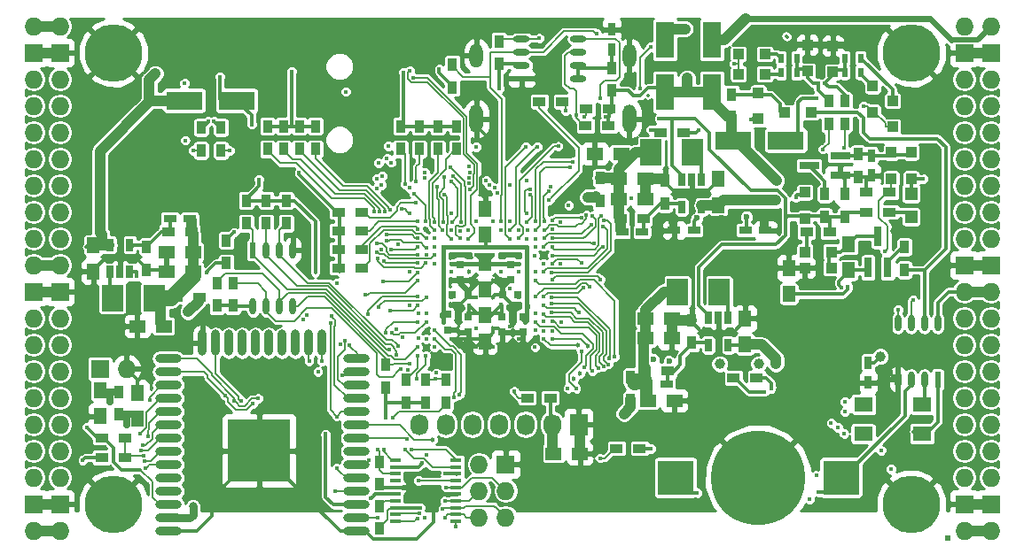
<source format=gbl>
G04 #@! TF.FileFunction,Copper,L4,Bot,Signal*
%FSLAX46Y46*%
G04 Gerber Fmt 4.6, Leading zero omitted, Abs format (unit mm)*
G04 Created by KiCad (PCBNEW 4.0.7+dfsg1-1) date Sat Feb 17 12:09:48 2018*
%MOMM*%
%LPD*%
G01*
G04 APERTURE LIST*
%ADD10C,0.100000*%
%ADD11O,1.727200X1.727200*%
%ADD12R,1.727200X1.727200*%
%ADD13R,0.500000X0.500000*%
%ADD14R,0.900000X1.200000*%
%ADD15R,1.800000X3.500000*%
%ADD16R,1.200000X0.900000*%
%ADD17R,2.000000X2.500000*%
%ADD18R,0.700000X1.200000*%
%ADD19R,1.250000X1.500000*%
%ADD20R,1.500000X1.250000*%
%ADD21R,0.800000X1.900000*%
%ADD22R,1.900000X0.800000*%
%ADD23R,1.200000X0.750000*%
%ADD24R,0.750000X1.200000*%
%ADD25C,5.500000*%
%ADD26R,1.000000X0.400000*%
%ADD27R,1.727200X2.032000*%
%ADD28O,1.727200X2.032000*%
%ADD29R,3.500000X1.800000*%
%ADD30R,3.500000X3.300000*%
%ADD31C,9.000000*%
%ADD32R,1.000000X1.000000*%
%ADD33O,1.300000X2.700000*%
%ADD34O,1.300000X2.300000*%
%ADD35R,0.600000X1.550000*%
%ADD36O,0.600000X1.550000*%
%ADD37R,1.550000X0.600000*%
%ADD38O,1.550000X0.600000*%
%ADD39O,2.500000X0.900000*%
%ADD40O,0.900000X2.500000*%
%ADD41R,6.000000X6.000000*%
%ADD42R,1.800000X1.400000*%
%ADD43R,1.200000X1.200000*%
%ADD44R,0.750000X0.800000*%
%ADD45R,0.800000X0.750000*%
%ADD46R,0.500000X0.900000*%
%ADD47C,0.400000*%
%ADD48C,1.000000*%
%ADD49C,0.600000*%
%ADD50C,0.454000*%
%ADD51C,0.800000*%
%ADD52C,0.700000*%
%ADD53C,0.300000*%
%ADD54C,1.000000*%
%ADD55C,0.500000*%
%ADD56C,0.190000*%
%ADD57C,0.600000*%
%ADD58C,0.400000*%
%ADD59C,0.800000*%
%ADD60C,0.700000*%
%ADD61C,1.500000*%
%ADD62C,0.127000*%
%ADD63C,1.200000*%
%ADD64C,0.200000*%
%ADD65C,0.254000*%
G04 APERTURE END LIST*
D10*
D11*
X97910000Y-62690000D03*
X95370000Y-62690000D03*
D12*
X97910000Y-65230000D03*
X95370000Y-65230000D03*
D11*
X97910000Y-67770000D03*
X95370000Y-67770000D03*
X97910000Y-70310000D03*
X95370000Y-70310000D03*
X97910000Y-72850000D03*
X95370000Y-72850000D03*
X97910000Y-75390000D03*
X95370000Y-75390000D03*
X97910000Y-77930000D03*
X95370000Y-77930000D03*
X97910000Y-80470000D03*
X95370000Y-80470000D03*
X97910000Y-83010000D03*
X95370000Y-83010000D03*
X97910000Y-85550000D03*
X95370000Y-85550000D03*
D12*
X97910000Y-88090000D03*
X95370000Y-88090000D03*
D11*
X97910000Y-90630000D03*
X95370000Y-90630000D03*
X97910000Y-93170000D03*
X95370000Y-93170000D03*
X97910000Y-95710000D03*
X95370000Y-95710000D03*
X97910000Y-98250000D03*
X95370000Y-98250000D03*
X97910000Y-100790000D03*
X95370000Y-100790000D03*
X97910000Y-103330000D03*
X95370000Y-103330000D03*
X97910000Y-105870000D03*
X95370000Y-105870000D03*
D12*
X97910000Y-108410000D03*
X95370000Y-108410000D03*
D11*
X97910000Y-110950000D03*
X95370000Y-110950000D03*
D13*
X182675150Y-111637626D03*
D14*
X103498000Y-99858000D03*
X103498000Y-97658000D03*
D15*
X155695000Y-69000000D03*
X155695000Y-64000000D03*
D16*
X157430000Y-72850000D03*
X155230000Y-72850000D03*
D17*
X160870000Y-88090000D03*
X156870000Y-88090000D03*
D18*
X159825000Y-90600000D03*
X160775000Y-90600000D03*
X161725000Y-90600000D03*
X161725000Y-93200000D03*
X159825000Y-93200000D03*
D17*
X102895000Y-88725000D03*
X106895000Y-88725000D03*
D18*
X104575000Y-86215000D03*
X103625000Y-86215000D03*
X102675000Y-86215000D03*
X102675000Y-83615000D03*
X104575000Y-83615000D03*
D17*
X158330000Y-74755000D03*
X154330000Y-74755000D03*
D18*
X157285000Y-77392000D03*
X158235000Y-77392000D03*
X159185000Y-77392000D03*
X159185000Y-79992000D03*
X157285000Y-79992000D03*
D19*
X101085000Y-83665000D03*
X101085000Y-86165000D03*
D20*
X153810000Y-90630000D03*
X156310000Y-90630000D03*
X153810000Y-92535000D03*
X156310000Y-92535000D03*
D19*
X163315000Y-93150000D03*
X163315000Y-90650000D03*
D20*
X151270000Y-79200000D03*
X153770000Y-79200000D03*
X151270000Y-77295000D03*
X153770000Y-77295000D03*
D19*
X160775000Y-79815000D03*
X160775000Y-77315000D03*
D20*
X110590000Y-84280000D03*
X108090000Y-84280000D03*
X110590000Y-86185000D03*
X108090000Y-86185000D03*
D19*
X173221000Y-86038000D03*
X173221000Y-83538000D03*
D21*
X176965000Y-85780000D03*
X175065000Y-85780000D03*
X176015000Y-82780000D03*
D22*
X172435000Y-75075000D03*
X172435000Y-76975000D03*
X169435000Y-76025000D03*
D23*
X153910000Y-96910000D03*
X155810000Y-96910000D03*
X151570000Y-82375000D03*
X153470000Y-82375000D03*
X110290000Y-81105000D03*
X108390000Y-81105000D03*
D24*
X175380000Y-75075000D03*
X175380000Y-76975000D03*
D16*
X169200000Y-82375000D03*
X171400000Y-82375000D03*
D14*
X172840000Y-80935000D03*
X172840000Y-78735000D03*
D16*
X177115000Y-80470000D03*
X174915000Y-80470000D03*
D14*
X174110000Y-74925000D03*
X174110000Y-77125000D03*
X178555000Y-83815000D03*
X178555000Y-86015000D03*
X113785000Y-83180000D03*
X113785000Y-85380000D03*
X170935000Y-80935000D03*
X170935000Y-78735000D03*
X128390000Y-108580000D03*
X128390000Y-110780000D03*
D16*
X153239000Y-103076000D03*
X151039000Y-103076000D03*
X177115000Y-78565000D03*
X174915000Y-78565000D03*
X153760000Y-95640000D03*
X155960000Y-95640000D03*
X110440000Y-82375000D03*
X108240000Y-82375000D03*
X151420000Y-81105000D03*
X153620000Y-81105000D03*
D14*
X158235000Y-90800000D03*
X158235000Y-93000000D03*
X106165000Y-86015000D03*
X106165000Y-83815000D03*
X155695000Y-77465000D03*
X155695000Y-79665000D03*
D16*
X126696000Y-85804000D03*
X124496000Y-85804000D03*
X126696000Y-84026000D03*
X124496000Y-84026000D03*
X126696000Y-82248000D03*
X124496000Y-82248000D03*
X126696000Y-80470000D03*
X124496000Y-80470000D03*
D14*
X130422000Y-74458000D03*
X130422000Y-72258000D03*
X132200000Y-74458000D03*
X132200000Y-72258000D03*
X133978000Y-74458000D03*
X133978000Y-72258000D03*
X135756000Y-74458000D03*
X135756000Y-72258000D03*
D24*
X150589600Y-64910000D03*
X150589600Y-63010000D03*
D11*
X184270000Y-110950000D03*
X186810000Y-110950000D03*
D12*
X184270000Y-108410000D03*
X186810000Y-108410000D03*
D11*
X184270000Y-105870000D03*
X186810000Y-105870000D03*
X184270000Y-103330000D03*
X186810000Y-103330000D03*
X184270000Y-100790000D03*
X186810000Y-100790000D03*
X184270000Y-98250000D03*
X186810000Y-98250000D03*
X184270000Y-95710000D03*
X186810000Y-95710000D03*
X184270000Y-93170000D03*
X186810000Y-93170000D03*
X184270000Y-90630000D03*
X186810000Y-90630000D03*
X184270000Y-88090000D03*
X186810000Y-88090000D03*
D12*
X184270000Y-85550000D03*
X186810000Y-85550000D03*
D11*
X184270000Y-83010000D03*
X186810000Y-83010000D03*
X184270000Y-80470000D03*
X186810000Y-80470000D03*
X184270000Y-77930000D03*
X186810000Y-77930000D03*
X184270000Y-75390000D03*
X186810000Y-75390000D03*
X184270000Y-72850000D03*
X186810000Y-72850000D03*
X184270000Y-70310000D03*
X186810000Y-70310000D03*
X184270000Y-67770000D03*
X186810000Y-67770000D03*
D12*
X184270000Y-65230000D03*
X186810000Y-65230000D03*
D11*
X184270000Y-62690000D03*
X186810000Y-62690000D03*
D25*
X102990000Y-108410000D03*
X179190000Y-108410000D03*
X179190000Y-65230000D03*
X102990000Y-65230000D03*
D14*
X162045000Y-71410000D03*
X162045000Y-69210000D03*
X139820000Y-66330000D03*
X139820000Y-64130000D03*
X135375000Y-68532000D03*
X135375000Y-66332000D03*
X150615000Y-68870000D03*
X150615000Y-66670000D03*
D16*
X150275000Y-72215000D03*
X148075000Y-72215000D03*
X150380000Y-70600000D03*
X148180000Y-70600000D03*
D26*
X135735000Y-104215000D03*
X135735000Y-104865000D03*
X135735000Y-105515000D03*
X135735000Y-106165000D03*
X135735000Y-106815000D03*
X135735000Y-107465000D03*
X135735000Y-108115000D03*
X135735000Y-108765000D03*
X135735000Y-109415000D03*
X135735000Y-110065000D03*
X129935000Y-110065000D03*
X129935000Y-109415000D03*
X129935000Y-108765000D03*
X129935000Y-108115000D03*
X129935000Y-107465000D03*
X129935000Y-106815000D03*
X129935000Y-106165000D03*
X129935000Y-105515000D03*
X129935000Y-104865000D03*
X129935000Y-104215000D03*
D14*
X119500000Y-79370000D03*
X119500000Y-81570000D03*
X114420000Y-89444000D03*
X114420000Y-87244000D03*
X129025000Y-97275000D03*
X129025000Y-95075000D03*
X117595000Y-79370000D03*
X117595000Y-81570000D03*
X112896000Y-89444000D03*
X112896000Y-87244000D03*
X115690000Y-79370000D03*
X115690000Y-81570000D03*
D16*
X144730000Y-98250000D03*
X142530000Y-98250000D03*
D14*
X132835000Y-98715000D03*
X132835000Y-96515000D03*
X130930000Y-98715000D03*
X130930000Y-96515000D03*
D16*
X101890000Y-103965000D03*
X104090000Y-103965000D03*
D12*
X101720000Y-95456000D03*
D11*
X104260000Y-95456000D03*
D16*
X104090000Y-102060000D03*
X101890000Y-102060000D03*
D19*
X167506000Y-88324000D03*
X167506000Y-85824000D03*
D16*
X164415000Y-96345000D03*
X162215000Y-96345000D03*
D12*
X140455000Y-104600000D03*
D11*
X137915000Y-104600000D03*
X140455000Y-107140000D03*
X137915000Y-107140000D03*
X140455000Y-109680000D03*
X137915000Y-109680000D03*
D19*
X138500000Y-90370000D03*
X138500000Y-92870000D03*
X138500000Y-82670000D03*
X138500000Y-80170000D03*
X138500000Y-85370000D03*
X138500000Y-87870000D03*
X101720000Y-97508000D03*
X101720000Y-100008000D03*
D14*
X113277000Y-74585000D03*
X113277000Y-72385000D03*
X111372000Y-74585000D03*
X111372000Y-72385000D03*
X172840000Y-72045000D03*
X172840000Y-69845000D03*
X171316000Y-72045000D03*
X171316000Y-69845000D03*
D27*
X147440000Y-100790000D03*
D28*
X144900000Y-100790000D03*
X142360000Y-100790000D03*
X139820000Y-100790000D03*
X137280000Y-100790000D03*
X134740000Y-100790000D03*
X132200000Y-100790000D03*
D19*
X105276000Y-100262000D03*
X105276000Y-97762000D03*
D29*
X109761000Y-69802000D03*
X114761000Y-69802000D03*
X167212000Y-73612000D03*
X162212000Y-73612000D03*
D15*
X160140000Y-64000000D03*
X160140000Y-69000000D03*
D20*
X154064000Y-98504000D03*
X156564000Y-98504000D03*
X107796000Y-91392000D03*
X105296000Y-91392000D03*
X151484000Y-74882000D03*
X148984000Y-74882000D03*
D14*
X134740000Y-96515000D03*
X134740000Y-98715000D03*
D30*
X172485000Y-105870000D03*
X156685000Y-105870000D03*
D31*
X164585000Y-105870000D03*
D32*
X169284000Y-66988000D03*
X169284000Y-64488000D03*
X171697000Y-67081000D03*
X171697000Y-64581000D03*
X169050000Y-84280000D03*
X171550000Y-84280000D03*
X169030000Y-81085000D03*
X169030000Y-78585000D03*
X171550000Y-85804000D03*
X169050000Y-85804000D03*
X179190000Y-77275000D03*
X179190000Y-74775000D03*
X177285000Y-74775000D03*
X177285000Y-77275000D03*
X167145000Y-70945000D03*
X169645000Y-70945000D03*
X164585000Y-69060000D03*
X164585000Y-71560000D03*
D14*
X128390000Y-106546000D03*
X128390000Y-104346000D03*
X117722000Y-74458000D03*
X117722000Y-72258000D03*
X119246000Y-74458000D03*
X119246000Y-72258000D03*
X120770000Y-74458000D03*
X120770000Y-72258000D03*
X122294000Y-74458000D03*
X122294000Y-72258000D03*
D16*
X145880000Y-69900000D03*
X143680000Y-69900000D03*
D33*
X152280000Y-71550000D03*
X137680000Y-71550000D03*
D34*
X137680000Y-65500000D03*
X152280000Y-65500000D03*
D35*
X181730000Y-96505000D03*
D36*
X180460000Y-96505000D03*
X179190000Y-96505000D03*
X177920000Y-96505000D03*
X177920000Y-91105000D03*
X179190000Y-91105000D03*
X180460000Y-91105000D03*
X181730000Y-91105000D03*
D37*
X141980000Y-67706500D03*
D38*
X141980000Y-66436500D03*
X141980000Y-65166500D03*
X141980000Y-63896500D03*
X147380000Y-63896500D03*
X147380000Y-65166500D03*
X147380000Y-66436500D03*
X147380000Y-67706500D03*
D35*
X116325000Y-84120000D03*
D36*
X117595000Y-84120000D03*
X118865000Y-84120000D03*
X120135000Y-84120000D03*
X120135000Y-89520000D03*
X118865000Y-89520000D03*
X117595000Y-89520000D03*
X116325000Y-89520000D03*
D39*
X126230000Y-111000000D03*
X126230000Y-109730000D03*
X126230000Y-108460000D03*
X126230000Y-107190000D03*
X126230000Y-105920000D03*
X126230000Y-104650000D03*
X126230000Y-103380000D03*
X126230000Y-102110000D03*
X126230000Y-100840000D03*
X126230000Y-99570000D03*
X126230000Y-98300000D03*
X126230000Y-97030000D03*
X126230000Y-95760000D03*
X126230000Y-94490000D03*
D40*
X122945000Y-93000000D03*
X121675000Y-93000000D03*
X120405000Y-93000000D03*
X119135000Y-93000000D03*
X117865000Y-93000000D03*
X116595000Y-93000000D03*
X115325000Y-93000000D03*
X114055000Y-93000000D03*
X112785000Y-93000000D03*
X111515000Y-93000000D03*
D39*
X108230000Y-94490000D03*
X108230000Y-95760000D03*
X108230000Y-97030000D03*
X108230000Y-98300000D03*
X108230000Y-99570000D03*
X108230000Y-100840000D03*
X108230000Y-102110000D03*
X108230000Y-103380000D03*
X108230000Y-104650000D03*
X108230000Y-105920000D03*
X108230000Y-107190000D03*
X108230000Y-108460000D03*
X108230000Y-109730000D03*
X108230000Y-111000000D03*
D41*
X116930000Y-103300000D03*
D42*
X180212000Y-98882000D03*
X174612000Y-98882000D03*
X174612000Y-101682000D03*
X180212000Y-101682000D03*
D43*
X179190000Y-78735000D03*
X179190000Y-80935000D03*
D44*
X140900000Y-86970000D03*
X140900000Y-85470000D03*
X136100000Y-86970000D03*
X136100000Y-85470000D03*
X136900000Y-91970000D03*
X136900000Y-90470000D03*
X140100000Y-91970000D03*
X140100000Y-90470000D03*
X142100000Y-91970000D03*
X142100000Y-90470000D03*
X134900000Y-91770000D03*
X134900000Y-90270000D03*
D45*
X136850000Y-88420000D03*
X135350000Y-88420000D03*
X140150000Y-88420000D03*
X141650000Y-88420000D03*
D23*
X163350000Y-82220000D03*
X165250000Y-82220000D03*
X158450000Y-82220000D03*
X156550000Y-82220000D03*
D24*
X175100000Y-94870000D03*
X175100000Y-96770000D03*
D46*
X166756000Y-67135000D03*
X168256000Y-67135000D03*
X174350000Y-67120000D03*
X172850000Y-67120000D03*
D32*
X162700000Y-67262000D03*
X165200000Y-67262000D03*
X165200000Y-65357000D03*
X162700000Y-65357000D03*
X175507000Y-70925000D03*
X175507000Y-68425000D03*
X177412000Y-69822000D03*
X177412000Y-72322000D03*
D46*
X166756000Y-65738000D03*
X168256000Y-65738000D03*
X172852000Y-65738000D03*
X174352000Y-65738000D03*
D14*
X152393000Y-96261000D03*
X152393000Y-98461000D03*
D16*
X109002000Y-88598000D03*
X111202000Y-88598000D03*
D14*
X149472000Y-77211000D03*
X149472000Y-79411000D03*
D20*
X145047000Y-103584000D03*
X147547000Y-103584000D03*
D47*
X173856000Y-71538990D03*
D48*
X164947008Y-63194069D03*
X175494572Y-64322557D03*
D47*
X135342764Y-89381630D03*
X144103496Y-84660400D03*
D48*
X177658444Y-82281349D03*
D47*
X145680000Y-81405125D03*
X145691238Y-94166752D03*
X145759873Y-91010176D03*
D49*
X152525938Y-81463870D03*
D48*
X162956098Y-95078488D03*
X158539988Y-94868772D03*
D49*
X161075765Y-80992022D03*
X164882869Y-80938986D03*
X156262773Y-81349374D03*
X123437000Y-108972000D03*
D47*
X132871770Y-84533979D03*
X132862998Y-82124544D03*
X131278306Y-86213101D03*
X135281276Y-80583119D03*
X131279502Y-89407325D03*
X170309539Y-85441529D03*
X145672808Y-85396062D03*
X133216000Y-107465000D03*
X137680000Y-88600000D03*
X142480000Y-95000000D03*
X141680000Y-92600000D03*
X140836000Y-84534000D03*
X135284627Y-94985297D03*
X135288625Y-94225619D03*
X134455822Y-94267172D03*
X136095958Y-93369652D03*
D50*
X139264636Y-91615205D03*
D48*
X116880503Y-64802940D03*
X106974809Y-64953974D03*
D47*
X177285000Y-95710000D03*
X140880000Y-81400000D03*
X140874194Y-91433353D03*
X142480000Y-94200000D03*
X140880000Y-93400000D03*
X139280000Y-93400000D03*
X137680000Y-93400000D03*
X136880000Y-92600000D03*
X135280000Y-92600000D03*
X132880000Y-91800000D03*
X132880000Y-93400000D03*
D50*
X141042859Y-86994997D03*
X139280000Y-87000000D03*
X136110990Y-86995403D03*
X137680000Y-87000000D03*
X136080000Y-84600000D03*
X139280000Y-88600000D03*
D48*
X157807568Y-67669269D03*
X101707889Y-82423180D03*
X107021491Y-67228122D03*
X166284693Y-95025145D03*
X166248957Y-79348409D03*
X166343357Y-77477990D03*
D47*
X172564535Y-87722010D03*
X150030853Y-71331848D03*
D48*
X157600000Y-62944000D03*
X148268387Y-79050018D03*
D47*
X134124945Y-66775980D03*
X139864366Y-68665673D03*
X137659051Y-91638034D03*
X135273306Y-88618602D03*
X135280000Y-86200000D03*
X135280000Y-85440000D03*
X158870000Y-72596000D03*
X114513935Y-82409431D03*
X116912932Y-77355158D03*
X109760378Y-68177900D03*
X109840000Y-73620000D03*
X132110753Y-92527478D03*
X113658000Y-89360000D03*
X165803369Y-97344883D03*
D48*
X160905403Y-95006436D03*
D49*
X158731133Y-81048929D03*
X154593901Y-94607945D03*
X156088245Y-94762980D03*
D48*
X164625730Y-94982471D03*
D49*
X163462982Y-80942429D03*
D48*
X176254940Y-94288458D03*
D51*
X110593913Y-108636458D03*
D47*
X180340784Y-77316932D03*
X173137949Y-87594275D03*
D52*
X102710050Y-98594954D03*
D47*
X129005202Y-100174798D03*
X172834633Y-99599920D03*
X172879922Y-98618650D03*
X176305593Y-103279812D03*
X100080000Y-104200000D03*
X139272517Y-84611349D03*
X137680556Y-84534085D03*
X141680000Y-86200000D03*
X132880000Y-92600000D03*
X141680000Y-88600000D03*
X141680000Y-85400000D03*
X129983242Y-91668979D03*
X121431221Y-90311593D03*
X121088335Y-90753785D03*
X130583026Y-92475628D03*
X146394787Y-97333919D03*
X143300000Y-86220000D03*
X147175985Y-97333919D03*
X147700000Y-93820000D03*
X144900000Y-91820000D03*
X142277990Y-91000000D03*
D48*
X110128890Y-90028152D03*
D47*
X142480000Y-83800000D03*
X134480000Y-83800000D03*
X134480000Y-91000000D03*
X125193541Y-68962993D03*
X155115280Y-71563465D03*
X105245010Y-86595559D03*
X170182962Y-69571012D03*
X170362901Y-107286196D03*
X158716651Y-107325176D03*
X136028224Y-97922729D03*
X128216338Y-109760338D03*
X132708000Y-109680000D03*
X134750646Y-106810513D03*
X133680000Y-91800000D03*
X135517016Y-98167170D03*
X134675868Y-108131585D03*
D50*
X133449289Y-102232615D03*
D47*
X133680000Y-92600000D03*
X132936956Y-103711000D03*
X127385678Y-104203668D03*
X133685482Y-93402296D03*
X134463998Y-108841973D03*
X131986331Y-96404793D03*
X131039072Y-102187000D03*
X134636872Y-109719950D03*
X132846234Y-94197073D03*
X176700000Y-84220000D03*
X143260000Y-84620000D03*
X120739932Y-76694083D03*
X130704878Y-67105564D03*
X147983153Y-71347080D03*
X149475951Y-69619684D03*
X147186000Y-71200000D03*
X121687479Y-94718249D03*
X128776655Y-87127857D03*
X132083026Y-86260405D03*
X113700000Y-98020000D03*
X116325960Y-98790853D03*
X122932649Y-94724357D03*
X124849021Y-96102869D03*
X122527919Y-95725900D03*
X116198000Y-72088000D03*
X127586603Y-107875044D03*
X113157250Y-67567056D03*
X146180000Y-70800000D03*
X131453853Y-103208291D03*
X149771692Y-81825658D03*
X144080000Y-86200000D03*
X149533922Y-86909940D03*
X144894316Y-86977564D03*
X144896700Y-83835368D03*
X149549750Y-80868432D03*
D50*
X147343891Y-93217126D03*
D47*
X144113248Y-92588762D03*
X144875155Y-86292748D03*
X149846468Y-81303978D03*
X148696112Y-80861847D03*
X144916886Y-82991356D03*
D50*
X148349010Y-93322307D03*
D47*
X144882352Y-92577990D03*
X144902941Y-90956495D03*
X148747982Y-95669626D03*
X144867244Y-90112484D03*
X149795895Y-95251084D03*
X144855814Y-89268481D03*
X150278898Y-95040253D03*
X150345974Y-94517527D03*
X144877648Y-88622010D03*
X150889207Y-94332565D03*
X143280000Y-87000000D03*
X130211351Y-93284273D03*
X131084713Y-95564177D03*
X130422000Y-95456000D03*
X131316164Y-94959140D03*
X130053332Y-94113207D03*
X132031990Y-93400000D03*
X129371747Y-93601166D03*
X141280657Y-97642010D03*
X133852393Y-95875797D03*
X133762848Y-96395146D03*
X132080000Y-94200000D03*
X128622659Y-84064643D03*
X105895603Y-103765816D03*
X130839477Y-103208987D03*
X129449238Y-89873934D03*
X132075624Y-89410644D03*
X128806823Y-103185900D03*
X128312094Y-89556924D03*
X132162861Y-106185868D03*
X132880000Y-88600000D03*
X127040053Y-88426410D03*
X124322162Y-105002357D03*
X132080000Y-87000000D03*
X125525099Y-93236764D03*
X124202418Y-107207639D03*
X110599084Y-74589383D03*
X132024412Y-109766775D03*
X114104080Y-74612196D03*
X132219727Y-109277292D03*
X115190634Y-98572389D03*
X131847310Y-79589886D03*
X132080000Y-81400000D03*
X132080007Y-82103333D03*
X132872609Y-82968555D03*
X133627359Y-81414685D03*
X133648389Y-82190597D03*
X131923295Y-77584853D03*
X130856828Y-77786820D03*
X129555604Y-91985990D03*
X132880000Y-91000000D03*
X129028593Y-91985999D03*
X132077338Y-91002010D03*
X131275302Y-80595752D03*
X130489904Y-80167235D03*
X128823114Y-85153560D03*
X132072985Y-85377990D03*
X133876016Y-78047133D03*
X134433979Y-82180155D03*
X163908850Y-71651861D03*
X135656559Y-110610712D03*
X149495225Y-104009099D03*
X132468001Y-104503413D03*
D52*
X104260000Y-100790000D03*
D47*
X114560994Y-98539563D03*
X116800000Y-98320000D03*
X111895217Y-86253790D03*
X165170594Y-97666317D03*
X170157734Y-105666345D03*
X169506589Y-107953726D03*
X142571021Y-82204353D03*
X143287402Y-83042010D03*
X170735900Y-74464979D03*
X154317617Y-103095729D03*
X168166438Y-79108038D03*
X112614274Y-71803529D03*
X112074854Y-71810535D03*
X143269694Y-93414905D03*
X177274002Y-105079115D03*
X172761273Y-101651681D03*
X143280000Y-91800000D03*
X172193360Y-101105663D03*
X144064831Y-91877646D03*
X144080000Y-90956495D03*
X171540304Y-100645743D03*
X135277990Y-82193851D03*
X129493343Y-75737814D03*
X136124555Y-82260038D03*
X129125079Y-75315804D03*
X135175257Y-76183471D03*
X136080000Y-83000000D03*
X129252218Y-74142461D03*
X142452365Y-77452681D03*
X142460000Y-83020000D03*
X172746637Y-74347988D03*
X143280000Y-83800000D03*
X170300000Y-68151000D03*
X170950000Y-68125562D03*
X125110333Y-92787995D03*
X124361185Y-87274371D03*
X124361184Y-87274370D03*
X182675150Y-111637626D03*
X166678914Y-70803555D03*
X123273881Y-101715917D03*
X129660000Y-100155000D03*
X127308270Y-90221456D03*
X132084049Y-88558274D03*
X128280000Y-103200000D03*
X120008000Y-67008000D03*
X133680000Y-83000000D03*
X129457990Y-80285112D03*
X133680000Y-83800000D03*
X128943593Y-80399729D03*
X130204628Y-83599483D03*
X128416582Y-80399850D03*
X127889625Y-80407426D03*
X133680000Y-85400000D03*
X140896226Y-87816226D03*
X140038941Y-89350966D03*
X136944530Y-89373464D03*
D50*
X136938110Y-86196311D03*
D47*
X140014602Y-86192969D03*
X139285803Y-90177691D03*
X137689001Y-90122990D03*
D48*
X151758000Y-99774000D03*
D47*
X136885174Y-90194826D03*
X140094890Y-90122990D03*
X128333179Y-75769807D03*
X134613000Y-78819000D03*
X135280000Y-83022010D03*
X154298000Y-72596000D03*
X100450000Y-101044000D03*
X132285867Y-108754446D03*
X134707351Y-105508447D03*
X139280000Y-81400000D03*
X139655424Y-78608374D03*
X139379957Y-78147460D03*
X138920852Y-77888686D03*
X138601223Y-77469664D03*
X137620226Y-74221760D03*
X137680000Y-81400000D03*
X136970301Y-76084594D03*
X137008313Y-76692245D03*
X136991219Y-77219258D03*
X136991219Y-77746651D03*
X135473100Y-77078127D03*
X136160979Y-81416027D03*
X135235465Y-77548522D03*
X135316968Y-81442010D03*
X134629088Y-77130506D03*
X134471370Y-81406751D03*
D50*
X146942280Y-96452058D03*
X147534467Y-95913260D03*
D47*
X147928857Y-95339016D03*
X143322010Y-91000657D03*
X149284391Y-95377990D03*
X144077013Y-90266968D03*
X147430953Y-90112484D03*
X144076240Y-89395301D03*
X143322010Y-90201951D03*
X147910791Y-87683418D03*
X144082832Y-88584510D03*
X143322010Y-88595030D03*
X148483539Y-87608166D03*
X144102010Y-85397219D03*
X144889349Y-85448737D03*
X147687390Y-85374093D03*
X149732494Y-83807694D03*
X144912409Y-84635817D03*
X148921512Y-83442010D03*
X144103186Y-83777990D03*
X144131413Y-83000000D03*
X148610661Y-81705858D03*
X144888125Y-82147345D03*
X144176662Y-82199998D03*
X148175253Y-80781550D03*
X147688311Y-80983115D03*
X144880008Y-81303333D03*
X142773842Y-78808575D03*
X142460000Y-81420000D03*
X142766742Y-78281611D03*
X142460000Y-80620000D03*
X144568886Y-78517622D03*
X144175043Y-81398770D03*
X144786095Y-78037454D03*
X146587441Y-76174058D03*
X143332651Y-82197990D03*
X146901448Y-75654906D03*
X143331031Y-81377293D03*
X145475531Y-74189389D03*
X141727010Y-82998875D03*
X141727010Y-82194937D03*
X140028978Y-82200000D03*
X140857990Y-77894044D03*
X142390990Y-74236149D03*
X140861329Y-83041266D03*
X143457010Y-74219135D03*
X140872990Y-82177164D03*
X132761172Y-77202673D03*
X132737245Y-76676207D03*
X128644933Y-77050030D03*
X128152012Y-77257840D03*
X128125571Y-78233647D03*
X128590544Y-77894041D03*
X131253134Y-78134216D03*
X106477197Y-98487772D03*
X131709326Y-78745875D03*
X132783339Y-81400004D03*
X132079024Y-82984045D03*
X129109095Y-82655074D03*
X105572759Y-101661319D03*
X106276126Y-101893466D03*
X132880889Y-83897835D03*
X129054383Y-83179239D03*
X129487667Y-84079929D03*
X132083682Y-83828056D03*
X105813763Y-102819336D03*
X128165458Y-83509725D03*
X132062099Y-84533979D03*
X105627254Y-103312241D03*
X128182016Y-84353737D03*
X105992720Y-104283802D03*
X133671942Y-84595200D03*
X128207686Y-84880123D03*
X106088753Y-104974041D03*
X132834641Y-85377990D03*
X123714874Y-91057383D03*
X124326000Y-100028000D03*
X124681087Y-93093755D03*
X132900000Y-90180000D03*
X123846546Y-90451525D03*
X132100000Y-90157990D03*
X137020172Y-78350165D03*
X162271466Y-66284958D03*
X136900000Y-82220000D03*
X131329207Y-66928055D03*
X174611510Y-70367022D03*
X136900000Y-83020000D03*
X131644095Y-67620000D03*
X177926984Y-89812061D03*
X153297112Y-68665673D03*
X154329326Y-64643767D03*
X152497066Y-79193467D03*
X146481406Y-79819384D03*
X143650666Y-63862520D03*
X179351513Y-88868327D03*
X149134122Y-63424051D03*
X140035989Y-81400000D03*
X144568886Y-79361633D03*
D53*
X154044000Y-69310596D02*
X154052298Y-69302298D01*
X167336000Y-63706000D02*
X167252000Y-63622000D01*
D54*
X147547000Y-103584000D02*
X147547000Y-100897000D01*
D53*
X147547000Y-100897000D02*
X147440000Y-100790000D01*
X138630000Y-76684175D02*
X138102251Y-77211924D01*
X138102251Y-77211924D02*
X138102251Y-78722251D01*
X137680000Y-72250000D02*
X138630000Y-73200000D01*
X138630000Y-73200000D02*
X138630000Y-76684175D01*
X138102251Y-78722251D02*
X138500000Y-79120000D01*
X138500000Y-79120000D02*
X138500000Y-80170000D01*
X137680000Y-71550000D02*
X137680000Y-72250000D01*
X175494572Y-64322557D02*
X166075496Y-64322557D01*
X166075496Y-64322557D02*
X165447007Y-63694068D01*
X165447007Y-63694068D02*
X164947008Y-63194069D01*
X164882869Y-80938986D02*
X164882869Y-81852869D01*
X164882869Y-81852869D02*
X165250000Y-82220000D01*
X156550000Y-82220000D02*
X156550000Y-82895000D01*
X156550000Y-82895000D02*
X155822000Y-83623000D01*
X155822000Y-83623000D02*
X155822000Y-83645000D01*
X156262773Y-81349374D02*
X156262773Y-81932773D01*
X156262773Y-81932773D02*
X156550000Y-82220000D01*
X139264636Y-91615205D02*
X139745205Y-91615205D01*
X139745205Y-91615205D02*
X140100000Y-91970000D01*
D55*
X140150000Y-88420000D02*
X140150000Y-87606614D01*
X140150000Y-87606614D02*
X139543386Y-87000000D01*
D53*
X139543386Y-87000000D02*
X139280000Y-87000000D01*
X140150000Y-88420000D02*
X140150000Y-87618935D01*
D55*
X140150000Y-87618935D02*
X140773938Y-86994997D01*
D53*
X140773938Y-86994997D02*
X141042859Y-86994997D01*
X137680000Y-87000000D02*
X137680000Y-87050000D01*
X137680000Y-87050000D02*
X138500000Y-87870000D01*
X139280000Y-87000000D02*
X139280000Y-87090000D01*
X139280000Y-87090000D02*
X138500000Y-87870000D01*
X140150000Y-88420000D02*
X141150000Y-89420000D01*
X140150000Y-88420000D02*
X139460000Y-88420000D01*
X139460000Y-88420000D02*
X139280000Y-88600000D01*
X137680000Y-87000000D02*
X137680000Y-87298789D01*
D55*
X137680000Y-87298789D02*
X136850000Y-88128789D01*
D53*
X136850000Y-88128789D02*
X136850000Y-88420000D01*
X136110990Y-86995403D02*
X136110990Y-87288031D01*
X136850000Y-88027041D02*
X136850000Y-88420000D01*
D55*
X136110990Y-87288031D02*
X136850000Y-88027041D01*
D53*
X136110990Y-86995403D02*
X137675403Y-86995403D01*
X137675403Y-86995403D02*
X137680000Y-87000000D01*
X135850000Y-90220000D02*
X135850000Y-89545000D01*
X135850000Y-89545000D02*
X136795000Y-88600000D01*
X136795000Y-88600000D02*
X137397158Y-88600000D01*
X137397158Y-88600000D02*
X137680000Y-88600000D01*
X153039876Y-83645000D02*
X155822000Y-83645000D01*
X152525938Y-83131062D02*
X153039876Y-83645000D01*
X152525938Y-81463870D02*
X152525938Y-83131062D01*
D56*
X138029000Y-66332000D02*
X138115000Y-66246000D01*
D53*
X133415999Y-107664999D02*
X133216000Y-107465000D01*
X133612013Y-107861013D02*
X133415999Y-107664999D01*
X131991648Y-111780338D02*
X133612013Y-110159973D01*
X127810434Y-111780338D02*
X131991648Y-111780338D01*
X133612013Y-110159973D02*
X133612013Y-107861013D01*
X127060434Y-111030338D02*
X127810434Y-111780338D01*
X126260434Y-111030338D02*
X127060434Y-111030338D01*
D54*
X184270000Y-108410000D02*
X186810000Y-108410000D01*
X184270000Y-85550000D02*
X186810000Y-85550000D01*
X184270000Y-65230000D02*
X186810000Y-65230000D01*
X95370000Y-65230000D02*
X97910000Y-65230000D01*
X95370000Y-88090000D02*
X97910000Y-88090000D01*
X95370000Y-108410000D02*
X97910000Y-108410000D01*
D53*
X108260434Y-111030338D02*
X109060434Y-111030338D01*
X109060434Y-111030338D02*
X109140772Y-110950000D01*
X110957617Y-110950000D02*
X112380000Y-109527617D01*
X109140772Y-110950000D02*
X110957617Y-110950000D01*
X112380000Y-109527617D02*
X112380000Y-107854384D01*
X112380000Y-107854384D02*
X116904046Y-103330338D01*
X116904046Y-103330338D02*
X116960434Y-103330338D01*
X167506000Y-85824000D02*
X169927068Y-85824000D01*
X169927068Y-85824000D02*
X170109540Y-85641528D01*
X170109540Y-85641528D02*
X170309539Y-85441529D01*
X104260000Y-95456000D02*
X105276000Y-96472000D01*
X105276000Y-96472000D02*
X105276000Y-97762000D01*
X133216000Y-107465000D02*
X132214478Y-107465000D01*
X135735000Y-107465000D02*
X133216000Y-107465000D01*
X132214478Y-107465000D02*
X131572496Y-106823018D01*
X131572496Y-106823018D02*
X129919874Y-106823018D01*
X126260434Y-111030338D02*
X124660659Y-111030338D01*
X124660659Y-111030338D02*
X116960659Y-103330338D01*
X116960659Y-103330338D02*
X116960434Y-103330338D01*
X129935000Y-106815000D02*
X128659000Y-106815000D01*
X128659000Y-106815000D02*
X128390000Y-106546000D01*
X128390000Y-106546000D02*
X128558000Y-106546000D01*
X136126306Y-93400000D02*
X136095958Y-93369652D01*
X136880000Y-92600000D02*
X136110348Y-93369652D01*
X136049652Y-93369652D02*
X136095958Y-93369652D01*
X137680000Y-93400000D02*
X136126306Y-93400000D01*
X135280000Y-92600000D02*
X136049652Y-93369652D01*
X136110348Y-93369652D02*
X136095958Y-93369652D01*
X139264636Y-92054364D02*
X139264636Y-91936231D01*
X139264636Y-91936231D02*
X139264636Y-91615205D01*
X138550000Y-92769000D02*
X139264636Y-92054364D01*
X136880000Y-92600000D02*
X137680000Y-93400000D01*
X136880000Y-92600000D02*
X138381000Y-92600000D01*
X138381000Y-92600000D02*
X138550000Y-92769000D01*
X135280000Y-92600000D02*
X136880000Y-92600000D01*
X138550000Y-92769000D02*
X138649000Y-92769000D01*
X138649000Y-92769000D02*
X139280000Y-93400000D01*
X138550000Y-92769000D02*
X138311000Y-92769000D01*
X138311000Y-92769000D02*
X137680000Y-93400000D01*
X177285000Y-95710000D02*
X177285000Y-95964000D01*
X177285000Y-95964000D02*
X177920000Y-96599000D01*
X102210000Y-84915000D02*
X103625000Y-84915000D01*
X103625000Y-84915000D02*
X105215000Y-84915000D01*
X103625000Y-86215000D02*
X103625000Y-84915000D01*
X105215000Y-84915000D02*
X106165000Y-85865000D01*
X106165000Y-85865000D02*
X106165000Y-86015000D01*
X101085000Y-86165000D02*
X101085000Y-86040000D01*
X101085000Y-86040000D02*
X102210000Y-84915000D01*
X106165000Y-86015000D02*
X107920000Y-86015000D01*
X107920000Y-86015000D02*
X108090000Y-86185000D01*
D54*
X153770000Y-77295000D02*
X155525000Y-77295000D01*
D53*
X155525000Y-77295000D02*
X155695000Y-77465000D01*
D54*
X153770000Y-79200000D02*
X153770000Y-77295000D01*
D53*
X174110000Y-77125000D02*
X174745000Y-77125000D01*
X174745000Y-77125000D02*
X175230000Y-77125000D01*
X174915000Y-78565000D02*
X174915000Y-77295000D01*
X174915000Y-77295000D02*
X174745000Y-77125000D01*
X172840000Y-78735000D02*
X172840000Y-77380000D01*
X172840000Y-77380000D02*
X172435000Y-76975000D01*
X175230000Y-77125000D02*
X175380000Y-76975000D01*
X172435000Y-76975000D02*
X173960000Y-76975000D01*
X173960000Y-76975000D02*
X174110000Y-77125000D01*
X159850000Y-78365000D02*
X158235000Y-78365000D01*
X158235000Y-78365000D02*
X156445000Y-78365000D01*
X158235000Y-77235000D02*
X158235000Y-78365000D01*
X160775000Y-77315000D02*
X160775000Y-77440000D01*
X160775000Y-77440000D02*
X159850000Y-78365000D01*
X156445000Y-78365000D02*
X155695000Y-77615000D01*
X155695000Y-77615000D02*
X155695000Y-77465000D01*
D54*
X156310000Y-90630000D02*
X156310000Y-92535000D01*
X158235000Y-90800000D02*
X156480000Y-90800000D01*
D53*
X156480000Y-90800000D02*
X156310000Y-90630000D01*
X163315000Y-90650000D02*
X163315000Y-90834602D01*
X163315000Y-90834602D02*
X162249602Y-91900000D01*
X162249602Y-91900000D02*
X160775000Y-91900000D01*
X101085000Y-86165000D02*
X101085000Y-85929893D01*
X106165000Y-85944374D02*
X106165000Y-86015000D01*
X159185000Y-91900000D02*
X160775000Y-91900000D01*
X160775000Y-90600000D02*
X160775000Y-91900000D01*
X158235000Y-90800000D02*
X158235000Y-90950000D01*
X158235000Y-90950000D02*
X159185000Y-91900000D01*
X108090000Y-84280000D02*
X108090000Y-86185000D01*
X107625000Y-84745000D02*
X108090000Y-84280000D01*
X108070000Y-84260000D02*
X108090000Y-84280000D01*
X141037856Y-87000000D02*
X141042859Y-86994997D01*
X139280000Y-87000000D02*
X141037856Y-87000000D01*
D54*
X162045000Y-71410000D02*
X162045000Y-71260000D01*
X155695000Y-69000000D02*
X157800000Y-69000000D01*
X157800000Y-69000000D02*
X160140000Y-69000000D01*
D53*
X157807568Y-68376375D02*
X157800000Y-68383943D01*
D54*
X157807568Y-67669269D02*
X157807568Y-68376375D01*
X157800000Y-68383943D02*
X157800000Y-69000000D01*
X101707889Y-74640111D02*
X101707889Y-81716074D01*
X106407114Y-69940886D02*
X101707889Y-74640111D01*
D53*
X101733051Y-82423180D02*
X101707889Y-82423180D01*
D54*
X101707889Y-81716074D02*
X101707889Y-82423180D01*
D53*
X101913492Y-82603621D02*
X101733051Y-82423180D01*
D54*
X106407114Y-69940886D02*
X106407114Y-67842499D01*
X106521492Y-67728121D02*
X107021491Y-67228122D01*
X106407114Y-67842499D02*
X106521492Y-67728121D01*
X166284693Y-94494693D02*
X166284693Y-95025145D01*
X164940000Y-93150000D02*
X166284693Y-94494693D01*
X163315000Y-93150000D02*
X164940000Y-93150000D01*
X165541851Y-79348409D02*
X166248957Y-79348409D01*
X161241591Y-79348409D02*
X165541851Y-79348409D01*
X160790000Y-79800000D02*
X161241591Y-79348409D01*
D53*
X150615000Y-68870000D02*
X152180000Y-68870000D01*
X153331001Y-69348999D02*
X152658999Y-69348999D01*
X152658999Y-69348999D02*
X152180000Y-68870000D01*
X154087002Y-68592998D02*
X155287998Y-68592998D01*
X153331001Y-69348999D02*
X154087002Y-68592998D01*
X155287998Y-68592998D02*
X155695000Y-69000000D01*
D54*
X162045000Y-71410000D02*
X162045000Y-73179633D01*
X162045000Y-73179633D02*
X165843358Y-76977991D01*
X165843358Y-76977991D02*
X166343357Y-77477990D01*
D53*
X101085000Y-83665000D02*
X101684316Y-83665000D01*
X101684316Y-83665000D02*
X101913492Y-83435824D01*
D54*
X101913492Y-83435824D02*
X101913492Y-82603621D01*
D53*
X172296000Y-87453475D02*
X172364536Y-87522011D01*
X172364536Y-87522011D02*
X172564535Y-87722010D01*
X172296000Y-87088000D02*
X172296000Y-87453475D01*
X173221000Y-86038000D02*
X173221000Y-86163000D01*
X173221000Y-86163000D02*
X172296000Y-87088000D01*
X150275000Y-71465000D02*
X150380000Y-71360000D01*
X150380000Y-71360000D02*
X150380000Y-70600000D01*
X150615000Y-70935000D02*
X150615000Y-69995990D01*
X150615000Y-69995990D02*
X150615000Y-68870000D01*
X150313695Y-71331848D02*
X150030853Y-71331848D01*
X150141848Y-71331848D02*
X150030853Y-71331848D01*
X150275000Y-71465000D02*
X150141848Y-71331848D01*
X150275000Y-72215000D02*
X150275000Y-71465000D01*
X160140000Y-69000000D02*
X160140000Y-69850000D01*
D54*
X160140000Y-69850000D02*
X161700000Y-71410000D01*
D53*
X110610000Y-69548000D02*
X110610000Y-69802000D01*
D54*
X109975000Y-69802000D02*
X106546000Y-69802000D01*
X106546000Y-69802000D02*
X106419000Y-69929000D01*
X106419000Y-69929000D02*
X106407114Y-69940886D01*
D53*
X106419000Y-69675000D02*
X106419000Y-69929000D01*
X100572432Y-83665000D02*
X100424079Y-83813353D01*
X101085000Y-83665000D02*
X100572432Y-83665000D01*
X160790000Y-79800000D02*
X160775000Y-79815000D01*
X160775000Y-79940000D02*
X160775000Y-79815000D01*
X164925000Y-93150000D02*
X164240000Y-93150000D01*
X164240000Y-93150000D02*
X163315000Y-93150000D01*
X101085000Y-83665000D02*
X101085000Y-83790000D01*
D54*
X159185000Y-79835000D02*
X160755000Y-79835000D01*
D53*
X160755000Y-79835000D02*
X160775000Y-79815000D01*
X161725000Y-93200000D02*
X163265000Y-93200000D01*
X163265000Y-93200000D02*
X163315000Y-93150000D01*
X173221000Y-86038000D02*
X174807000Y-86038000D01*
X174807000Y-86038000D02*
X175065000Y-85780000D01*
D54*
X101085000Y-83665000D02*
X102625000Y-83665000D01*
D53*
X102625000Y-83665000D02*
X102675000Y-83615000D01*
X161700000Y-71410000D02*
X162045000Y-71410000D01*
X162045000Y-71753000D02*
X162045000Y-71410000D01*
X155695000Y-64000000D02*
X155695000Y-63368337D01*
X155695000Y-63368337D02*
X156119337Y-62944000D01*
D54*
X156119337Y-62944000D02*
X157600000Y-62944000D01*
X160140000Y-64000000D02*
X161340000Y-64000000D01*
X161340000Y-64000000D02*
X163399217Y-61940783D01*
D57*
X163399217Y-61940783D02*
X180980783Y-61940783D01*
D55*
X185540000Y-63960000D02*
X186810000Y-62690000D01*
D57*
X180980783Y-61940783D02*
X183000000Y-63960000D01*
D55*
X183000000Y-63960000D02*
X185540000Y-63960000D01*
D54*
X144900000Y-100790000D02*
X144900000Y-103437000D01*
D53*
X144900000Y-103437000D02*
X145047000Y-103584000D01*
D54*
X149080093Y-79019093D02*
X149049168Y-79050018D01*
X148975493Y-79050018D02*
X148268387Y-79050018D01*
X149049168Y-79050018D02*
X148975493Y-79050018D01*
D53*
X149080093Y-79019093D02*
X149472000Y-79411000D01*
X135375000Y-68382000D02*
X134124945Y-67131945D01*
X135375000Y-68532000D02*
X135375000Y-68382000D01*
X134124945Y-67131945D02*
X134124945Y-67058822D01*
X134124945Y-67058822D02*
X134124945Y-66775980D01*
X139820000Y-66330000D02*
X139820000Y-68621307D01*
X139820000Y-68621307D02*
X139864366Y-68665673D01*
X163462982Y-80942429D02*
X163462982Y-82107018D01*
X163462982Y-82107018D02*
X163350000Y-82220000D01*
X158450000Y-82220000D02*
X158450000Y-81330062D01*
X158450000Y-81330062D02*
X158731133Y-81048929D01*
X175100000Y-94870000D02*
X175673398Y-94870000D01*
X175673398Y-94870000D02*
X176254940Y-94288458D01*
D58*
X135280000Y-85440000D02*
X135700000Y-85440000D01*
X135700000Y-85440000D02*
X138430000Y-85440000D01*
D53*
X136100000Y-85470000D02*
X135730000Y-85470000D01*
X135730000Y-85470000D02*
X135700000Y-85440000D01*
D58*
X141680000Y-85400000D02*
X140900000Y-85400000D01*
X140900000Y-85400000D02*
X138530000Y-85400000D01*
D53*
X140500000Y-85470000D02*
X140830000Y-85470000D01*
X140830000Y-85470000D02*
X140900000Y-85400000D01*
X138430000Y-85440000D02*
X138500000Y-85370000D01*
X138530000Y-85400000D02*
X138500000Y-85370000D01*
X158616000Y-72850000D02*
X158870000Y-72596000D01*
X157430000Y-72850000D02*
X158616000Y-72850000D01*
X113785000Y-83138366D02*
X114313936Y-82609430D01*
X113785000Y-83180000D02*
X113785000Y-83138366D01*
X114313936Y-82609430D02*
X114513935Y-82409431D01*
X116912932Y-77638000D02*
X116912932Y-77355158D01*
X116912932Y-77997068D02*
X116912932Y-77638000D01*
X115690000Y-79220000D02*
X116912932Y-77997068D01*
X115690000Y-79370000D02*
X115690000Y-79220000D01*
X112896000Y-89444000D02*
X113574000Y-89444000D01*
X113574000Y-89444000D02*
X113658000Y-89360000D01*
X114420000Y-89444000D02*
X113742000Y-89444000D01*
X113742000Y-89444000D02*
X113658000Y-89360000D01*
X112856637Y-89483363D02*
X112896000Y-89444000D01*
X179190000Y-78735000D02*
X179190000Y-77275000D01*
X165803369Y-96833369D02*
X165803369Y-97062041D01*
X165315000Y-96345000D02*
X165803369Y-96833369D01*
X165803369Y-97062041D02*
X165803369Y-97344883D01*
X164415000Y-96345000D02*
X165315000Y-96345000D01*
D59*
X110593913Y-109202143D02*
X110593913Y-108636458D01*
X110593913Y-109476859D02*
X110593913Y-109202143D01*
X110310434Y-109760338D02*
X110593913Y-109476859D01*
X108260434Y-109760338D02*
X110310434Y-109760338D01*
D53*
X179190000Y-77075000D02*
X179431932Y-77316932D01*
X179431932Y-77316932D02*
X180057942Y-77316932D01*
X180057942Y-77316932D02*
X180340784Y-77316932D01*
D54*
X184270000Y-110950000D02*
X186810000Y-110950000D01*
X184270000Y-88090000D02*
X186810000Y-88090000D01*
X95370000Y-62690000D02*
X97910000Y-62690000D01*
X95370000Y-85550000D02*
X97910000Y-85550000D01*
X95370000Y-110950000D02*
X97910000Y-110950000D01*
D53*
X129025000Y-97275000D02*
X129025000Y-98800000D01*
X129025000Y-98800000D02*
X129025000Y-100155000D01*
X130930000Y-98715000D02*
X129110000Y-98715000D01*
X129110000Y-98715000D02*
X129025000Y-98800000D01*
X167506000Y-88324000D02*
X172691066Y-88324000D01*
X172691066Y-88324000D02*
X173137949Y-87877117D01*
X173137949Y-87877117D02*
X173137949Y-87594275D01*
D60*
X102710050Y-97683950D02*
X102710050Y-98099980D01*
X102736000Y-97658000D02*
X102710050Y-97683950D01*
X102710050Y-98099980D02*
X102710050Y-98594954D01*
X102736000Y-97658000D02*
X101870000Y-97658000D01*
X103498000Y-97658000D02*
X102736000Y-97658000D01*
D53*
X101870000Y-97658000D02*
X101720000Y-97508000D01*
X129025000Y-100155000D02*
X129005202Y-100174798D01*
X129025000Y-97275000D02*
X129025000Y-98175000D01*
X132835000Y-98715000D02*
X130930000Y-98715000D01*
X138550000Y-85042000D02*
X138188471Y-85042000D01*
X138188471Y-85042000D02*
X137680556Y-84534085D01*
X138550000Y-85042000D02*
X138841866Y-85042000D01*
X138841866Y-85042000D02*
X139272517Y-84611349D01*
X137680556Y-84534085D02*
X139195253Y-84534085D01*
X139195253Y-84534085D02*
X139272517Y-84611349D01*
X181730000Y-89106000D02*
X182746000Y-88090000D01*
X182746000Y-88090000D02*
X184270000Y-88090000D01*
X181730000Y-91011000D02*
X181730000Y-89106000D01*
X144730000Y-98250000D02*
X144730000Y-99266000D01*
X144730000Y-99266000D02*
X144730000Y-99400000D01*
X144730000Y-99400000D02*
X144730000Y-100620000D01*
X122280000Y-86300000D02*
X122280000Y-81400000D01*
X122280000Y-81400000D02*
X120250000Y-79370000D01*
X120250000Y-79370000D02*
X119500000Y-79370000D01*
X100315000Y-103965000D02*
X100080000Y-104200000D01*
X101890000Y-103965000D02*
X100315000Y-103965000D01*
X117595000Y-79370000D02*
X119500000Y-79370000D01*
X115690000Y-79370000D02*
X117595000Y-79370000D01*
X114480000Y-89500000D02*
X116305000Y-89500000D01*
X116305000Y-89500000D02*
X116325000Y-89520000D01*
X144900000Y-98250000D02*
X144730000Y-98250000D01*
X144730000Y-100620000D02*
X144900000Y-100790000D01*
X139820000Y-66330000D02*
X141875000Y-66330000D01*
X141875000Y-66330000D02*
X141980000Y-66435000D01*
D56*
X146493162Y-96651096D02*
X146975986Y-97133920D01*
X146975986Y-97133920D02*
X147175985Y-97333919D01*
X147700000Y-93820000D02*
X147700000Y-94825565D01*
X147700000Y-94825565D02*
X146493162Y-96032403D01*
X146493162Y-96032403D02*
X146493162Y-96651096D01*
D53*
X156010000Y-95710000D02*
X156524914Y-95710000D01*
X156524914Y-95710000D02*
X157145126Y-95089788D01*
X157145126Y-95089788D02*
X157145126Y-94239874D01*
X157145126Y-94239874D02*
X158235000Y-93150000D01*
X158235000Y-93150000D02*
X158235000Y-93000000D01*
X155960000Y-95640000D02*
X155960000Y-96760000D01*
X155960000Y-96760000D02*
X155810000Y-96910000D01*
X158235000Y-93000000D02*
X159625000Y-93000000D01*
X159625000Y-93000000D02*
X159825000Y-93200000D01*
X142100000Y-90470000D02*
X142100000Y-90822010D01*
X142100000Y-90822010D02*
X142277990Y-91000000D01*
D58*
X134480000Y-90620000D02*
X134480000Y-90220000D01*
X134480000Y-90220000D02*
X134480000Y-83800000D01*
D53*
X134900000Y-90270000D02*
X134530000Y-90270000D01*
X134530000Y-90270000D02*
X134480000Y-90220000D01*
D58*
X142480000Y-83800000D02*
X142480000Y-89820000D01*
X142480000Y-89820000D02*
X142480000Y-90797990D01*
D53*
X142650000Y-89420000D02*
X142650000Y-89650000D01*
X142650000Y-89650000D02*
X142480000Y-89820000D01*
D58*
X134480000Y-91000000D02*
X134480000Y-90620000D01*
D53*
X134350000Y-90220000D02*
X134350000Y-90490000D01*
X134350000Y-90490000D02*
X134480000Y-90620000D01*
D58*
X142480000Y-90797990D02*
X142477989Y-90800001D01*
X142477989Y-90800001D02*
X142277990Y-91000000D01*
D54*
X111124699Y-88838819D02*
X111124699Y-89032343D01*
X111124699Y-89032343D02*
X110128890Y-90028152D01*
D58*
X137480000Y-83800000D02*
X138550000Y-83800000D01*
X138550000Y-83800000D02*
X142480000Y-83800000D01*
D53*
X138550000Y-83298000D02*
X138550000Y-83800000D01*
D58*
X134480000Y-83800000D02*
X137480000Y-83800000D01*
D53*
X156328929Y-71563465D02*
X155398122Y-71563465D01*
X156330000Y-71564536D02*
X156328929Y-71563465D01*
X155398122Y-71563465D02*
X155115280Y-71563465D01*
X156330000Y-71564536D02*
X158568523Y-71564536D01*
X157285000Y-77235000D02*
X157285000Y-76985000D01*
X157285000Y-76985000D02*
X156319773Y-76019773D01*
X156319773Y-76019773D02*
X156319773Y-71574763D01*
X156319773Y-71574763D02*
X156330000Y-71564536D01*
X158568523Y-71564536D02*
X159926293Y-72922306D01*
X159926293Y-72922306D02*
X159926293Y-74478638D01*
X159926293Y-74478638D02*
X163850815Y-78403160D01*
X163850815Y-78403160D02*
X166402566Y-78403160D01*
X166402566Y-78403160D02*
X167183550Y-79184144D01*
X167183550Y-79184144D02*
X167183550Y-81105000D01*
X105245010Y-86312717D02*
X105245010Y-86595559D01*
X105245010Y-86235010D02*
X105245010Y-86312717D01*
X104575000Y-86215000D02*
X105225000Y-86215000D01*
X105225000Y-86215000D02*
X105245010Y-86235010D01*
X167183550Y-81105000D02*
X167183550Y-82681450D01*
X166265000Y-83600000D02*
X161080000Y-83600000D01*
X167183550Y-82681450D02*
X166265000Y-83600000D01*
X161080000Y-83600000D02*
X158880000Y-85800000D01*
X158880000Y-85800000D02*
X158880000Y-89400000D01*
X158880000Y-89400000D02*
X159825000Y-90345000D01*
X159825000Y-90345000D02*
X159825000Y-90600000D01*
X169030000Y-80885000D02*
X167403550Y-80885000D01*
X167403550Y-80885000D02*
X167183550Y-81105000D01*
X168980000Y-80885000D02*
X169030000Y-80885000D01*
X169030000Y-80885000D02*
X170885000Y-80885000D01*
X170885000Y-80885000D02*
X170935000Y-80935000D01*
X170935000Y-80935000D02*
X171570000Y-80935000D01*
X171570000Y-80935000D02*
X172840000Y-80935000D01*
X171400000Y-82375000D02*
X171400000Y-81105000D01*
X171400000Y-81105000D02*
X171570000Y-80935000D01*
X174915000Y-80470000D02*
X173305000Y-80470000D01*
X173305000Y-80470000D02*
X172840000Y-80935000D01*
X155210000Y-79665000D02*
X155695000Y-79665000D01*
X153620000Y-81105000D02*
X153770000Y-81105000D01*
X153770000Y-81105000D02*
X155210000Y-79665000D01*
X153620000Y-81105000D02*
X153620000Y-82225000D01*
X153620000Y-82225000D02*
X153470000Y-82375000D01*
X155695000Y-79665000D02*
X157115000Y-79665000D01*
X155525000Y-79835000D02*
X155695000Y-79665000D01*
X157115000Y-79665000D02*
X157285000Y-79835000D01*
X104575000Y-83615000D02*
X105965000Y-83615000D01*
X104775000Y-83815000D02*
X104575000Y-83615000D01*
X108240000Y-82375000D02*
X107605000Y-82375000D01*
X107605000Y-82375000D02*
X106165000Y-83815000D01*
X105965000Y-83615000D02*
X106165000Y-83815000D01*
X108070000Y-82545000D02*
X108240000Y-82375000D01*
X108390000Y-81105000D02*
X108390000Y-82225000D01*
X108390000Y-82225000D02*
X108240000Y-82375000D01*
X168141000Y-73485000D02*
X168402683Y-73223317D01*
X168402683Y-73223317D02*
X168402683Y-69932420D01*
X168402683Y-69932420D02*
X168764091Y-69571012D01*
X168764091Y-69571012D02*
X169900120Y-69571012D01*
X169900120Y-69571012D02*
X170182962Y-69571012D01*
X170645743Y-107286196D02*
X170362901Y-107286196D01*
X171252736Y-107286196D02*
X170645743Y-107286196D01*
X178585200Y-99953732D02*
X171252736Y-107286196D01*
X178585200Y-97635600D02*
X178585200Y-99953732D01*
X179190000Y-97030800D02*
X178585200Y-97635600D01*
X179190000Y-96599000D02*
X179190000Y-97030800D01*
X158433809Y-107325176D02*
X158716651Y-107325176D01*
X158140176Y-107325176D02*
X158433809Y-107325176D01*
X156685000Y-105870000D02*
X158140176Y-107325176D01*
D56*
X136228223Y-97722730D02*
X136028224Y-97922729D01*
X136228223Y-94104329D02*
X136228223Y-97722730D01*
X135425772Y-93301878D02*
X136228223Y-94104329D01*
X135181878Y-93301878D02*
X135425772Y-93301878D01*
X133680000Y-91800000D02*
X135181878Y-93301878D01*
X126260434Y-109760338D02*
X128216338Y-109760338D01*
X126260434Y-109760338D02*
X127060434Y-109760338D01*
X127060434Y-109760338D02*
X127107096Y-109807000D01*
X137254415Y-105873269D02*
X139188269Y-105873269D01*
X139188269Y-105873269D02*
X140455000Y-107140000D01*
X135735000Y-106856777D02*
X135718950Y-106872827D01*
X135718950Y-106872827D02*
X135656636Y-106810513D01*
X135656636Y-106810513D02*
X135033488Y-106810513D01*
X135033488Y-106810513D02*
X134750646Y-106810513D01*
X137254415Y-105873269D02*
X136254857Y-106872827D01*
X135735000Y-106815000D02*
X135735000Y-106856777D01*
X136254857Y-106872827D02*
X135718950Y-106872827D01*
X135717015Y-94041442D02*
X135717015Y-97625405D01*
X135717015Y-97625405D02*
X135517016Y-97825404D01*
X135517016Y-97825404D02*
X135517016Y-97884328D01*
X135517016Y-97884328D02*
X135517016Y-98167170D01*
X133680000Y-92600000D02*
X134698889Y-93618889D01*
X134698889Y-93618889D02*
X135294462Y-93618889D01*
X135294462Y-93618889D02*
X135717015Y-94041442D01*
X133449289Y-102232615D02*
X131722624Y-102232615D01*
X127700434Y-100870338D02*
X126260434Y-100870338D01*
X131722624Y-102232615D02*
X130360347Y-100870338D01*
X130360347Y-100870338D02*
X127700434Y-100870338D01*
X135735000Y-108115000D02*
X136940000Y-108115000D01*
X136940000Y-108115000D02*
X137915000Y-107140000D01*
X135644172Y-108131585D02*
X134958710Y-108131585D01*
X134958710Y-108131585D02*
X134675868Y-108131585D01*
X135669098Y-108106659D02*
X135644172Y-108131585D01*
X135726659Y-108106659D02*
X135669098Y-108106659D01*
X135735000Y-108115000D02*
X135726659Y-108106659D01*
X126909008Y-104680338D02*
X127185679Y-104403667D01*
X126260434Y-104680338D02*
X126909008Y-104680338D01*
X127185679Y-104403667D02*
X127385678Y-104203668D01*
X135735000Y-108765000D02*
X136425000Y-108765000D01*
X136595601Y-108594399D02*
X139369399Y-108594399D01*
X139369399Y-108594399D02*
X139591401Y-108816401D01*
X136425000Y-108765000D02*
X136595601Y-108594399D01*
X139591401Y-108816401D02*
X140455000Y-109680000D01*
X134540971Y-108765000D02*
X134463998Y-108841973D01*
X135735000Y-108765000D02*
X134540971Y-108765000D01*
X132846234Y-94197073D02*
X132846234Y-95083073D01*
X132846234Y-95083073D02*
X131986331Y-95942976D01*
X131986331Y-95942976D02*
X131986331Y-96121951D01*
X131986331Y-96121951D02*
X131986331Y-96404793D01*
X126260434Y-102140338D02*
X130992410Y-102140338D01*
X130992410Y-102140338D02*
X131039072Y-102187000D01*
X136690000Y-109680000D02*
X137915000Y-109680000D01*
X135735000Y-109415000D02*
X136425000Y-109415000D01*
X136425000Y-109415000D02*
X136690000Y-109680000D01*
X134636872Y-109719950D02*
X134941822Y-109415000D01*
X134941822Y-109415000D02*
X135735000Y-109415000D01*
D53*
X169445000Y-70945000D02*
X174084740Y-70945000D01*
X174618000Y-72850000D02*
X175228045Y-73460045D01*
X174084740Y-70945000D02*
X174618000Y-71478260D01*
X174618000Y-71478260D02*
X174618000Y-72850000D01*
X181705045Y-73460045D02*
X182481998Y-74236998D01*
X175228045Y-73460045D02*
X181705045Y-73460045D01*
X182481998Y-74236998D02*
X182481998Y-83998002D01*
X182481998Y-83998002D02*
X180460000Y-86020000D01*
X180455000Y-86015000D02*
X180460000Y-86020000D01*
X180460000Y-86020000D02*
X180460000Y-91011000D01*
X178555000Y-86015000D02*
X180455000Y-86015000D01*
X176015000Y-82780000D02*
X173979000Y-82780000D01*
X173979000Y-82780000D02*
X173221000Y-83538000D01*
X171350000Y-84280000D02*
X172479000Y-84280000D01*
X172479000Y-84280000D02*
X173221000Y-83538000D01*
X171350000Y-84280000D02*
X171350000Y-85804000D01*
X177285000Y-74975000D02*
X179190000Y-74975000D01*
X175380000Y-75075000D02*
X177185000Y-75075000D01*
X177185000Y-75075000D02*
X177285000Y-74975000D01*
X174110000Y-74925000D02*
X175230000Y-74925000D01*
X175230000Y-74925000D02*
X175380000Y-75075000D01*
X172435000Y-75075000D02*
X173960000Y-75075000D01*
X173960000Y-75075000D02*
X174110000Y-74925000D01*
X169200000Y-82375000D02*
X169200000Y-84230000D01*
X169200000Y-84230000D02*
X169250000Y-84280000D01*
X177115000Y-80470000D02*
X178725000Y-80470000D01*
X178725000Y-80470000D02*
X179190000Y-80935000D01*
X178380000Y-83815000D02*
X178555000Y-83815000D01*
X176965000Y-85780000D02*
X176965000Y-85230000D01*
X176965000Y-85230000D02*
X178380000Y-83815000D01*
X181730000Y-100536000D02*
X180784000Y-101482000D01*
X180784000Y-101482000D02*
X179412000Y-101482000D01*
X181730000Y-96599000D02*
X181730000Y-100536000D01*
X180460000Y-96599000D02*
X180460000Y-99057757D01*
X180460000Y-99057757D02*
X180446075Y-99071682D01*
X170935000Y-78735000D02*
X170935000Y-77525000D01*
X170935000Y-77525000D02*
X169435000Y-76025000D01*
D56*
X177115000Y-78565000D02*
X176965000Y-78565000D01*
X176965000Y-78565000D02*
X176100000Y-79430000D01*
X176100000Y-79430000D02*
X176100000Y-80981630D01*
X176100000Y-80981630D02*
X176936434Y-81818064D01*
X176936434Y-81818064D02*
X176936434Y-84006426D01*
X176936434Y-84006426D02*
X176722860Y-84220000D01*
X176722860Y-84220000D02*
X176700000Y-84220000D01*
X177285000Y-77075000D02*
X177285000Y-78395000D01*
X177285000Y-78395000D02*
X177115000Y-78565000D01*
D53*
X120739932Y-76863932D02*
X120739932Y-76694083D01*
X124346000Y-80470000D02*
X120739932Y-76863932D01*
X124496000Y-80470000D02*
X124346000Y-80470000D01*
X124582000Y-80470000D02*
X124432000Y-80470000D01*
X124582000Y-84279000D02*
X124582000Y-86185000D01*
X124582000Y-82375000D02*
X124582000Y-84279000D01*
X124582000Y-80470000D02*
X124582000Y-82375000D01*
X130402940Y-72217000D02*
X130704878Y-71915062D01*
X130704878Y-67388406D02*
X130704878Y-67105564D01*
X130704878Y-71915062D02*
X130704878Y-67388406D01*
X132200000Y-72258000D02*
X130422000Y-72258000D01*
X133978000Y-72258000D02*
X132200000Y-72258000D01*
X135756000Y-72258000D02*
X133978000Y-72258000D01*
X135748350Y-72191002D02*
X135722352Y-72217000D01*
D56*
X147380000Y-63895000D02*
X150955962Y-63895000D01*
X150955962Y-63895000D02*
X151352044Y-64291082D01*
X151352044Y-67579418D02*
X151043301Y-67888161D01*
X151352044Y-64291082D02*
X151352044Y-67579418D01*
X151043301Y-67888161D02*
X149894932Y-67888161D01*
X149894932Y-67888161D02*
X149475951Y-68307142D01*
X149475951Y-68307142D02*
X149475951Y-69336842D01*
X149475951Y-69336842D02*
X149475951Y-69619684D01*
X148072920Y-71347080D02*
X147983153Y-71347080D01*
X148180000Y-71240000D02*
X148072920Y-71347080D01*
X148180000Y-70600000D02*
X148180000Y-71240000D01*
X147380000Y-65165000D02*
X146460390Y-65165000D01*
X146586447Y-68691785D02*
X146964785Y-68691785D01*
X146460390Y-65165000D02*
X146133498Y-65491892D01*
X146133498Y-65491892D02*
X146133498Y-68238836D01*
X146133498Y-68238836D02*
X146586447Y-68691785D01*
X146964785Y-68691785D02*
X147186000Y-68913000D01*
X147186000Y-68913000D02*
X147186000Y-71200000D01*
X147186000Y-71476000D02*
X147186000Y-71200000D01*
X148075000Y-72215000D02*
X147925000Y-72215000D01*
X147925000Y-72215000D02*
X147186000Y-71476000D01*
X148075000Y-72215000D02*
X148075000Y-71961000D01*
D53*
X150589600Y-64910000D02*
X150589600Y-66644600D01*
X150589600Y-66644600D02*
X150615000Y-66670000D01*
X147380000Y-67705000D02*
X147380000Y-66435000D01*
X150615000Y-66670000D02*
X147615000Y-66670000D01*
X147615000Y-66670000D02*
X147380000Y-66435000D01*
D56*
X121675000Y-94705770D02*
X121687479Y-94718249D01*
X121675000Y-93000000D02*
X121675000Y-94705770D01*
X121675000Y-93800000D02*
X121675000Y-93000000D01*
X132083026Y-86260405D02*
X131215574Y-87127857D01*
X131215574Y-87127857D02*
X129059497Y-87127857D01*
X129059497Y-87127857D02*
X128776655Y-87127857D01*
X113700000Y-98020000D02*
X113959787Y-98279787D01*
X113959787Y-98279787D02*
X113959787Y-98667253D01*
X113959787Y-98667253D02*
X114700000Y-99407466D01*
X116125961Y-98990852D02*
X116325960Y-98790853D01*
X114700000Y-99407466D02*
X115709347Y-99407466D01*
X115709347Y-99407466D02*
X116125961Y-98990852D01*
X112000000Y-96120000D02*
X112000000Y-96320000D01*
X112000000Y-96320000D02*
X113700000Y-98020000D01*
X110312321Y-95760000D02*
X111640000Y-95760000D01*
X111640000Y-95760000D02*
X112000000Y-96120000D01*
X108230000Y-95760000D02*
X110312321Y-95760000D01*
X108260434Y-95790338D02*
X107460434Y-95790338D01*
X122945000Y-94712006D02*
X122932649Y-94724357D01*
X122945000Y-93000000D02*
X122945000Y-94712006D01*
X125887131Y-96102869D02*
X125131863Y-96102869D01*
X126230000Y-95760000D02*
X125887131Y-96102869D01*
X125131863Y-96102869D02*
X124849021Y-96102869D01*
D53*
X116198000Y-72088000D02*
X116198000Y-71239000D01*
X116198000Y-71239000D02*
X114761000Y-69802000D01*
X127786602Y-107675045D02*
X127586603Y-107875044D01*
X129935000Y-107465000D02*
X127996647Y-107465000D01*
X127996647Y-107465000D02*
X127786602Y-107675045D01*
X113157250Y-67849898D02*
X113157250Y-67567056D01*
X113157250Y-69682250D02*
X113157250Y-67849898D01*
X113277000Y-69802000D02*
X113157250Y-69682250D01*
D56*
X146180000Y-70800000D02*
X146180000Y-70200000D01*
X146180000Y-70200000D02*
X145880000Y-69900000D01*
X129935000Y-108115000D02*
X128895397Y-108115000D01*
X128895397Y-108115000D02*
X128373228Y-108637169D01*
X135760266Y-104239298D02*
X134729259Y-103208291D01*
X134729259Y-103208291D02*
X131736695Y-103208291D01*
X131736695Y-103208291D02*
X131453853Y-103208291D01*
X148299372Y-85865380D02*
X150154496Y-84010256D01*
X145206679Y-85865380D02*
X148299372Y-85865380D01*
X145201320Y-85870739D02*
X145206679Y-85865380D01*
X144409261Y-85870739D02*
X145201320Y-85870739D01*
X144080000Y-86200000D02*
X144409261Y-85870739D01*
X150154496Y-82208462D02*
X149971691Y-82025657D01*
X150154496Y-84010256D02*
X150154496Y-82208462D01*
X149971691Y-82025657D02*
X149771692Y-81825658D01*
X149251377Y-86627395D02*
X149333923Y-86709941D01*
X149333923Y-86709941D02*
X149533922Y-86909940D01*
X144894316Y-86977564D02*
X145244485Y-86627395D01*
X145244485Y-86627395D02*
X149251377Y-86627395D01*
X145096699Y-84035367D02*
X144896700Y-83835368D01*
X149349682Y-81068500D02*
X149349682Y-83481067D01*
X148952171Y-84035367D02*
X145096699Y-84035367D01*
X149343514Y-83487235D02*
X149343514Y-83644024D01*
X149549750Y-80868432D02*
X149349682Y-81068500D01*
X149349682Y-83481067D02*
X149343514Y-83487235D01*
X149343514Y-83644024D02*
X148952171Y-84035367D01*
X147022865Y-93217126D02*
X147343891Y-93217126D01*
X144741612Y-93217126D02*
X147022865Y-93217126D01*
X144113248Y-92588762D02*
X144741612Y-93217126D01*
X148320325Y-86292748D02*
X145157997Y-86292748D01*
X150471507Y-84141566D02*
X148320325Y-86292748D01*
X150471507Y-81646175D02*
X150471507Y-84141566D01*
X149846468Y-81303978D02*
X150129310Y-81303978D01*
X145157997Y-86292748D02*
X144875155Y-86292748D01*
X150129310Y-81303978D02*
X150471507Y-81646175D01*
X148896111Y-81061846D02*
X148696112Y-80861847D01*
X148142234Y-82797999D02*
X149032671Y-81907562D01*
X149032671Y-81198406D02*
X148896111Y-81061846D01*
X149032671Y-81907562D02*
X149032671Y-81198406D01*
X147904080Y-82991358D02*
X148097439Y-82797999D01*
X147466871Y-82991358D02*
X147904080Y-82991358D01*
X148097439Y-82797999D02*
X148142234Y-82797999D01*
X145199728Y-82991356D02*
X144916886Y-82991356D01*
X147466871Y-82991358D02*
X147466869Y-82991356D01*
X147466869Y-82991356D02*
X145199728Y-82991356D01*
X147481096Y-83005583D02*
X147466871Y-82991358D01*
X144882352Y-92577990D02*
X147604693Y-92577990D01*
X147604693Y-92577990D02*
X148122011Y-93095308D01*
X148122011Y-93095308D02*
X148349010Y-93322307D01*
X145639012Y-91486129D02*
X145109378Y-90956495D01*
X145109378Y-90956495D02*
X144902941Y-90956495D01*
X148359395Y-91486129D02*
X145639012Y-91486129D01*
X149115023Y-93669139D02*
X149115023Y-92241757D01*
X148747982Y-95669626D02*
X148547983Y-95469627D01*
X149115023Y-92241757D02*
X148359395Y-91486129D01*
X148547983Y-94236179D02*
X149115023Y-93669139D01*
X148547983Y-95469627D02*
X148547983Y-94236179D01*
X145150086Y-90112484D02*
X144867244Y-90112484D01*
X149749045Y-91979138D02*
X148424131Y-90654224D01*
X147228392Y-90654224D02*
X146686652Y-90112484D01*
X148424131Y-90654224D02*
X147228392Y-90654224D01*
X149368234Y-94823423D02*
X149368234Y-94312568D01*
X149795895Y-95251084D02*
X149368234Y-94823423D01*
X149368234Y-94312568D02*
X149749045Y-93931759D01*
X149749045Y-93931759D02*
X149749045Y-91979138D01*
X146686652Y-90112484D02*
X145150086Y-90112484D01*
X147486708Y-89268481D02*
X145138656Y-89268481D01*
X149880355Y-94248770D02*
X150066056Y-94063069D01*
X149828669Y-94300455D02*
X149880355Y-94248770D01*
X150066056Y-94063069D02*
X150066056Y-91847829D01*
X150066056Y-91847829D02*
X147486708Y-89268481D01*
X149828669Y-94609733D02*
X149828669Y-94300455D01*
X150278898Y-95040253D02*
X150259189Y-95040253D01*
X145138656Y-89268481D02*
X144855814Y-89268481D01*
X150259189Y-95040253D02*
X149828669Y-94609733D01*
X150345974Y-94234685D02*
X150345974Y-94517527D01*
X150383067Y-91716519D02*
X150383067Y-94197592D01*
X150383067Y-94197592D02*
X150345974Y-94234685D01*
X144877648Y-88622010D02*
X147288558Y-88622010D01*
X147288558Y-88622010D02*
X150383067Y-91716519D01*
X143280000Y-87000000D02*
X143680000Y-87400000D01*
X143680000Y-87400000D02*
X147121326Y-87400000D01*
X148879491Y-86944406D02*
X150889207Y-88954122D01*
X147576920Y-86944406D02*
X148879491Y-86944406D01*
X147121326Y-87400000D02*
X147576920Y-86944406D01*
X150889207Y-88954122D02*
X150889207Y-94049723D01*
X150889207Y-94049723D02*
X150889207Y-94332565D01*
X123622503Y-87254946D02*
X129069591Y-92702034D01*
X129629112Y-92702034D02*
X130011352Y-93084274D01*
X118865000Y-84120000D02*
X118865000Y-84595000D01*
X118865000Y-84595000D02*
X121524946Y-87254946D01*
X121524946Y-87254946D02*
X123622503Y-87254946D01*
X129069591Y-92702034D02*
X129629112Y-92702034D01*
X130011352Y-93084274D02*
X130211351Y-93284273D01*
X118865000Y-84120000D02*
X118865000Y-82205000D01*
X118865000Y-82205000D02*
X119500000Y-81570000D01*
X117595000Y-89995000D02*
X118484000Y-90884000D01*
X123811710Y-89685756D02*
X128136000Y-94010046D01*
X120262000Y-90884000D02*
X121460244Y-89685756D01*
X128136000Y-95964000D02*
X128390000Y-96218000D01*
X129660000Y-96218000D02*
X130222001Y-95655999D01*
X128136000Y-94010046D02*
X128136000Y-95964000D01*
X130222001Y-95655999D02*
X130422000Y-95456000D01*
X117595000Y-89520000D02*
X117595000Y-89995000D01*
X118484000Y-90884000D02*
X120262000Y-90884000D01*
X121460244Y-89685756D02*
X123811710Y-89685756D01*
X128390000Y-96218000D02*
X129660000Y-96218000D01*
X116780000Y-87300000D02*
X117595000Y-88115000D01*
X117595000Y-88115000D02*
X117595000Y-89520000D01*
X114480000Y-87300000D02*
X116780000Y-87300000D01*
X121590000Y-88555000D02*
X123129275Y-88555000D01*
X120625000Y-89520000D02*
X121590000Y-88555000D01*
X120135000Y-89520000D02*
X120625000Y-89520000D01*
X123129275Y-88555000D02*
X129025000Y-94450725D01*
X129025000Y-94450725D02*
X129025000Y-95075000D01*
X131033322Y-94959140D02*
X131316164Y-94959140D01*
X129780860Y-94959140D02*
X131033322Y-94959140D01*
X129665000Y-95075000D02*
X129780860Y-94959140D01*
X129025000Y-95075000D02*
X129665000Y-95075000D01*
X123491195Y-87571957D02*
X129042197Y-93122959D01*
X129781235Y-93494949D02*
X130053332Y-93767046D01*
X130053332Y-93830365D02*
X130053332Y-94113207D01*
X129781235Y-93354608D02*
X129781235Y-93494949D01*
X117595000Y-84120000D02*
X117595000Y-84595000D01*
X117595000Y-84595000D02*
X120571957Y-87571957D01*
X120571957Y-87571957D02*
X123491195Y-87571957D01*
X129042197Y-93122959D02*
X129549585Y-93122959D01*
X129549585Y-93122959D02*
X129781235Y-93354608D01*
X130053332Y-93767046D02*
X130053332Y-93830365D01*
X117595000Y-84120000D02*
X117595000Y-81570000D01*
X129246537Y-94223941D02*
X129539502Y-94223941D01*
X130896781Y-94535209D02*
X131831991Y-93599999D01*
X118865000Y-89045000D02*
X119704021Y-88205979D01*
X119704021Y-88205979D02*
X123228575Y-88205979D01*
X123228575Y-88205979D02*
X129246537Y-94223941D01*
X118865000Y-89520000D02*
X118865000Y-89045000D01*
X129539502Y-94223941D02*
X129850770Y-94535209D01*
X129850770Y-94535209D02*
X130896781Y-94535209D01*
X131831991Y-93599999D02*
X132031990Y-93400000D01*
X112896000Y-87244000D02*
X112896000Y-87094000D01*
X112896000Y-87094000D02*
X113641512Y-86348488D01*
X113641512Y-86348488D02*
X117250488Y-86348488D01*
X117250488Y-86348488D02*
X118865000Y-87963000D01*
X118865000Y-87963000D02*
X118865000Y-89520000D01*
X116325000Y-84595000D02*
X119618968Y-87888968D01*
X129072083Y-93601166D02*
X129088905Y-93601166D01*
X123359885Y-87888968D02*
X129072083Y-93601166D01*
X119618968Y-87888968D02*
X123359885Y-87888968D01*
X116325000Y-84120000D02*
X116325000Y-84595000D01*
X129088905Y-93601166D02*
X129371747Y-93601166D01*
X116325000Y-84120000D02*
X116325000Y-82205000D01*
X116325000Y-82205000D02*
X115690000Y-81570000D01*
X142530000Y-98250000D02*
X141740000Y-98250000D01*
X141740000Y-98250000D02*
X141280657Y-97790657D01*
X141280657Y-97790657D02*
X141280657Y-97642010D01*
X134045690Y-96395146D02*
X133762848Y-96395146D01*
X132835000Y-96515000D02*
X133642994Y-96515000D01*
X134902547Y-96248879D02*
X134756280Y-96395146D01*
X133642994Y-96515000D02*
X133762848Y-96395146D01*
X134756280Y-96395146D02*
X134045690Y-96395146D01*
X132080000Y-94200000D02*
X132080000Y-95400986D01*
X132080000Y-95400986D02*
X130965986Y-96515000D01*
X130965986Y-96515000D02*
X130930000Y-96515000D01*
X105895603Y-103765816D02*
X105530000Y-103765816D01*
X105530000Y-103765816D02*
X104289184Y-103765816D01*
X104289184Y-103765816D02*
X104090000Y-103965000D01*
X104090000Y-103965000D02*
X104090000Y-102432010D01*
X104090000Y-103965000D02*
X104434394Y-103965000D01*
X103945000Y-103965000D02*
X104090000Y-103965000D01*
D53*
X103940000Y-102060000D02*
X104090000Y-102060000D01*
X104260000Y-101890000D02*
X104090000Y-102060000D01*
D56*
X133454150Y-104865000D02*
X132670562Y-104081412D01*
X135735000Y-104865000D02*
X133454150Y-104865000D01*
X131711902Y-104081412D02*
X131039476Y-103408986D01*
X131039476Y-103408986D02*
X130839477Y-103208987D01*
X132670562Y-104081412D02*
X131711902Y-104081412D01*
X129732080Y-89873934D02*
X129449238Y-89873934D01*
X132075624Y-89410644D02*
X131612334Y-89873934D01*
X131612334Y-89873934D02*
X129732080Y-89873934D01*
X128806823Y-103386823D02*
X128806823Y-103185900D01*
X129635000Y-104215000D02*
X128806823Y-103386823D01*
X129935000Y-104215000D02*
X129635000Y-104215000D01*
X128888734Y-88980284D02*
X128512093Y-89356925D01*
X132499716Y-88980284D02*
X128888734Y-88980284D01*
X128512093Y-89356925D02*
X128312094Y-89556924D01*
X132880000Y-88600000D02*
X132499716Y-88980284D01*
X135792529Y-106185868D02*
X132445703Y-106185868D01*
X135798078Y-106180319D02*
X135792529Y-106185868D01*
X132445703Y-106185868D02*
X132162861Y-106185868D01*
X127322895Y-88426410D02*
X127040053Y-88426410D01*
X132080000Y-87000000D02*
X130843382Y-88236618D01*
X127512687Y-88236618D02*
X127322895Y-88426410D01*
X130843382Y-88236618D02*
X127512687Y-88236618D01*
X125270143Y-105950338D02*
X124522161Y-105202356D01*
X126260434Y-105950338D02*
X125270143Y-105950338D01*
X124522161Y-105202356D02*
X124322162Y-105002357D01*
X126260434Y-93972099D02*
X125725098Y-93436763D01*
X125725098Y-93436763D02*
X125525099Y-93236764D01*
X126260434Y-94520338D02*
X126260434Y-93972099D01*
X126260434Y-107220338D02*
X124215117Y-107220338D01*
X124215117Y-107220338D02*
X124202418Y-107207639D01*
X111372000Y-74585000D02*
X110603467Y-74585000D01*
X110603467Y-74585000D02*
X110599084Y-74589383D01*
X129989706Y-110093313D02*
X131697874Y-110093313D01*
X131824413Y-109966774D02*
X132024412Y-109766775D01*
X131697874Y-110093313D02*
X131824413Y-109966774D01*
X114076884Y-74585000D02*
X114104080Y-74612196D01*
X113277000Y-74585000D02*
X114076884Y-74585000D01*
X129920049Y-109454792D02*
X130097549Y-109277292D01*
X131936885Y-109277292D02*
X132219727Y-109277292D01*
X130097549Y-109277292D02*
X131936885Y-109277292D01*
X114990635Y-98140810D02*
X114990635Y-98372390D01*
X112785000Y-95935175D02*
X114990635Y-98140810D01*
X112785000Y-93000000D02*
X112785000Y-95935175D01*
X114990635Y-98372390D02*
X115190634Y-98572389D01*
X112815434Y-93030338D02*
X112815434Y-93830338D01*
X130067902Y-80369797D02*
X130067902Y-79964673D01*
X131564468Y-79589886D02*
X131847310Y-79589886D01*
X130442689Y-79589886D02*
X131564468Y-79589886D01*
X130067902Y-79964673D02*
X130442689Y-79589886D01*
X127480000Y-81000000D02*
X129437699Y-81000000D01*
X126950000Y-80470000D02*
X127480000Y-81000000D01*
X126696000Y-80470000D02*
X126950000Y-80470000D01*
X129437699Y-81000000D02*
X130067902Y-80369797D01*
X127454001Y-82248000D02*
X126696000Y-82248000D01*
X128302001Y-81400000D02*
X127454001Y-82248000D01*
X132080000Y-81400000D02*
X128302001Y-81400000D01*
X131880008Y-81903334D02*
X132080007Y-82103333D01*
X128540345Y-81903334D02*
X131880008Y-81903334D01*
X126696000Y-83747679D02*
X128540345Y-81903334D01*
X126696000Y-84026000D02*
X126696000Y-83747679D01*
X131577816Y-82225714D02*
X131877442Y-82525340D01*
X131877442Y-82525340D02*
X132429394Y-82525340D01*
X132429394Y-82525340D02*
X132672610Y-82768556D01*
X132672610Y-82768556D02*
X132872609Y-82968555D01*
X127518001Y-85131999D02*
X127518001Y-83500999D01*
X127518001Y-83500999D02*
X128793286Y-82225714D01*
X128793286Y-82225714D02*
X131577816Y-82225714D01*
X126846000Y-85804000D02*
X127518001Y-85131999D01*
X126696000Y-85804000D02*
X126846000Y-85804000D01*
X134753256Y-76399210D02*
X133454014Y-77698452D01*
X133454014Y-80958498D02*
X133627359Y-81131843D01*
X133627359Y-81131843D02*
X133627359Y-81414685D01*
X133454014Y-77698452D02*
X133454014Y-80958498D01*
X135708658Y-74438238D02*
X134753256Y-75393640D01*
X134753256Y-75393640D02*
X134753256Y-76399210D01*
X133976510Y-74417028D02*
X133976510Y-76727635D01*
X133205341Y-81197442D02*
X133205341Y-81747549D01*
X133205341Y-81747549D02*
X133448390Y-81990598D01*
X133448390Y-81990598D02*
X133648389Y-82190597D01*
X133976510Y-76727635D02*
X133137003Y-77567142D01*
X133137003Y-77567142D02*
X133137003Y-81129104D01*
X133137003Y-81129104D02*
X133205341Y-81197442D01*
X132187803Y-74438238D02*
X132187803Y-75854197D01*
X132187803Y-75854197D02*
X131923295Y-76118705D01*
X131923295Y-76118705D02*
X131923295Y-77302011D01*
X131923295Y-77302011D02*
X131923295Y-77584853D01*
X130856828Y-74903041D02*
X130856828Y-77503978D01*
X130406165Y-74452378D02*
X130856828Y-74903041D01*
X130856828Y-77503978D02*
X130856828Y-77786820D01*
X129755603Y-92185989D02*
X129555604Y-91985990D01*
X130248103Y-92185989D02*
X129755603Y-92185989D01*
X131826373Y-92053627D02*
X130380465Y-92053627D01*
X132880000Y-91000000D02*
X131826373Y-92053627D01*
X130380465Y-92053627D02*
X130248103Y-92185989D01*
X129028593Y-91703157D02*
X129028593Y-91985999D01*
X132077338Y-91002010D02*
X129729740Y-91002010D01*
X129729740Y-91002010D02*
X129028593Y-91703157D01*
X130489904Y-80167235D02*
X130846785Y-80167235D01*
X131075303Y-80395753D02*
X131275302Y-80595752D01*
X130846785Y-80167235D02*
X131075303Y-80395753D01*
X129023113Y-85353559D02*
X128823114Y-85153560D01*
X132072985Y-85377990D02*
X129047544Y-85377990D01*
X129047544Y-85377990D02*
X129023113Y-85353559D01*
X134049360Y-81795536D02*
X134049360Y-79328243D01*
X133873988Y-79152871D02*
X133873988Y-78332003D01*
X133876016Y-78329975D02*
X133876016Y-78047133D01*
X133873988Y-78332003D02*
X133876016Y-78329975D01*
X134433979Y-82180155D02*
X134049360Y-81795536D01*
X134049360Y-79328243D02*
X133873988Y-79152871D01*
X164170000Y-71360000D02*
X163908850Y-71621150D01*
X163908850Y-71621150D02*
X163908850Y-71651861D01*
X164585000Y-71360000D02*
X164170000Y-71360000D01*
X135656559Y-110327870D02*
X135656559Y-110610712D01*
X135815000Y-110065000D02*
X135656559Y-110223441D01*
X135656559Y-110223441D02*
X135656559Y-110327870D01*
X149778067Y-104009099D02*
X149495225Y-104009099D01*
X149955901Y-104009099D02*
X149778067Y-104009099D01*
X150889000Y-103076000D02*
X149955901Y-104009099D01*
X151039000Y-103076000D02*
X150889000Y-103076000D01*
D53*
X132268002Y-104703412D02*
X132468001Y-104503413D01*
X132103678Y-104867736D02*
X132268002Y-104703412D01*
X129931513Y-104867736D02*
X132103678Y-104867736D01*
D60*
X104260000Y-100790000D02*
X104300570Y-100749430D01*
X104300570Y-100749430D02*
X104300570Y-99898570D01*
X104300570Y-99898570D02*
X104260000Y-99858000D01*
X103498000Y-99858000D02*
X104260000Y-99858000D01*
X104260000Y-99858000D02*
X104872000Y-99858000D01*
D53*
X104872000Y-99858000D02*
X105276000Y-100262000D01*
D56*
X115500000Y-99020000D02*
X115041431Y-99020000D01*
X116200000Y-98320000D02*
X115500000Y-99020000D01*
X115041431Y-99020000D02*
X114760993Y-98739562D01*
X112422001Y-95917439D02*
X112422001Y-96117728D01*
X110994562Y-94490000D02*
X112422001Y-95917439D01*
X114560994Y-98256721D02*
X114560994Y-98539563D01*
X116800000Y-98320000D02*
X116200000Y-98320000D01*
X114760993Y-98739562D02*
X114560994Y-98539563D01*
X108230000Y-94490000D02*
X110994562Y-94490000D01*
X112422001Y-96117728D02*
X114560994Y-98256721D01*
D53*
X112095216Y-86053791D02*
X111895217Y-86253790D01*
X112769007Y-85380000D02*
X112095216Y-86053791D01*
X113785000Y-85380000D02*
X112769007Y-85380000D01*
X164887752Y-97666317D02*
X165170594Y-97666317D01*
X163686317Y-97666317D02*
X164887752Y-97666317D01*
X162365000Y-96345000D02*
X163686317Y-97666317D01*
X162215000Y-96345000D02*
X162365000Y-96345000D01*
D56*
X170935899Y-74264980D02*
X170735900Y-74464979D01*
X171316000Y-72045000D02*
X171316000Y-73884879D01*
X171316000Y-73884879D02*
X170935899Y-74264980D01*
D53*
X153239000Y-103076000D02*
X154297888Y-103076000D01*
X154297888Y-103076000D02*
X154317617Y-103095729D01*
X169030000Y-78785000D02*
X168280000Y-78785000D01*
X168166438Y-78898562D02*
X168166438Y-79108038D01*
X168280000Y-78785000D02*
X168166438Y-78898562D01*
X112814273Y-72003528D02*
X112614274Y-71803529D01*
X113195745Y-72385000D02*
X112814273Y-72003528D01*
X113277000Y-72385000D02*
X113195745Y-72385000D01*
X111874855Y-72010534D02*
X112074854Y-71810535D01*
X111500389Y-72385000D02*
X111874855Y-72010534D01*
X111372000Y-72385000D02*
X111500389Y-72385000D01*
D56*
X136080000Y-83000000D02*
X135700000Y-82620000D01*
X136582990Y-81656658D02*
X136582990Y-77962984D01*
X136401620Y-81838028D02*
X136582990Y-81656658D01*
X135700000Y-82620000D02*
X135700000Y-81820000D01*
X136582990Y-77962984D02*
X136569218Y-77949212D01*
X136569218Y-77949212D02*
X136569218Y-77577432D01*
X136569218Y-77577432D02*
X135175257Y-76183471D01*
X135700000Y-81820000D02*
X135978453Y-81820000D01*
X135996481Y-81838028D02*
X136401620Y-81838028D01*
X135978453Y-81820000D02*
X135996481Y-81838028D01*
X172840000Y-74254625D02*
X172746637Y-74347988D01*
X172840000Y-72045000D02*
X172840000Y-74254625D01*
D53*
X168256000Y-65738000D02*
X168256000Y-67135000D01*
X169284000Y-66788000D02*
X168218000Y-66788000D01*
X169792000Y-68151000D02*
X169284000Y-67643000D01*
X169284000Y-67643000D02*
X169284000Y-66788000D01*
X170300000Y-68151000D02*
X169792000Y-68151000D01*
X170300000Y-68151000D02*
X170300000Y-68829000D01*
X170300000Y-68829000D02*
X171316000Y-69845000D01*
X172852000Y-65738000D02*
X172852000Y-67118000D01*
X172852000Y-67118000D02*
X172850000Y-67120000D01*
X171697000Y-66881000D02*
X172627000Y-66881000D01*
X171697000Y-66881000D02*
X171697000Y-67378562D01*
X171697000Y-67378562D02*
X170950000Y-68125562D01*
X170950000Y-68125562D02*
X171321817Y-68497379D01*
X172840000Y-69221505D02*
X172840000Y-69845000D01*
X171321817Y-68497379D02*
X172115874Y-68497379D01*
X172115874Y-68497379D02*
X172840000Y-69221505D01*
D56*
X124427011Y-94341309D02*
X125103089Y-93665231D01*
X125110333Y-93070837D02*
X125110333Y-92787995D01*
X125103089Y-93665231D02*
X125103089Y-93078081D01*
X126260434Y-97060338D02*
X124988658Y-97060338D01*
X124427011Y-96498691D02*
X124427011Y-94341309D01*
X124988658Y-97060338D02*
X124427011Y-96498691D01*
X125103089Y-93078081D02*
X125110333Y-93070837D01*
D53*
X166678914Y-70803555D02*
X166678914Y-70115549D01*
X166678914Y-70115549D02*
X165823365Y-69260000D01*
X165823365Y-69260000D02*
X164585000Y-69260000D01*
X164585000Y-69260000D02*
X164535000Y-69210000D01*
X164535000Y-69210000D02*
X162045000Y-69210000D01*
X123273881Y-107738881D02*
X123273881Y-101998759D01*
X124025338Y-108490338D02*
X123273881Y-107738881D01*
X126260434Y-108490338D02*
X124025338Y-108490338D01*
X123273881Y-101998759D02*
X123273881Y-101715917D01*
D56*
X134073010Y-99551990D02*
X134073010Y-99531990D01*
X134073010Y-99531990D02*
X134740000Y-98865000D01*
X134740000Y-98865000D02*
X134740000Y-98715000D01*
X129660000Y-100155000D02*
X130263010Y-99551990D01*
X130263010Y-99551990D02*
X134073010Y-99551990D01*
D54*
X149472000Y-77211000D02*
X151186000Y-77211000D01*
D53*
X151186000Y-77211000D02*
X151270000Y-77295000D01*
D54*
X151038211Y-77289735D02*
X151095040Y-77232906D01*
D53*
X151330000Y-75000000D02*
X151330000Y-77235000D01*
X151330000Y-77235000D02*
X151270000Y-77295000D01*
D54*
X151270000Y-77295000D02*
X151264735Y-77289735D01*
X151270000Y-77295000D02*
X151270000Y-76370000D01*
X151270000Y-76370000D02*
X152885000Y-74755000D01*
X151420000Y-81105000D02*
X151420000Y-82225000D01*
D53*
X151420000Y-82225000D02*
X151570000Y-82375000D01*
D54*
X151270000Y-79200000D02*
X151270000Y-80955000D01*
D53*
X151270000Y-80955000D02*
X151420000Y-81105000D01*
D54*
X151270000Y-77295000D02*
X151270000Y-79200000D01*
D53*
X151790000Y-76775000D02*
X151270000Y-77295000D01*
X152885000Y-74755000D02*
X153030000Y-74755000D01*
X154044000Y-74469000D02*
X154330000Y-74755000D01*
D54*
X153030000Y-74755000D02*
X154330000Y-74755000D01*
D61*
X110633895Y-86585984D02*
X108494879Y-88725000D01*
X108494879Y-88725000D02*
X107530000Y-88725000D01*
D54*
X107530000Y-88725000D02*
X107530000Y-91126000D01*
D53*
X107530000Y-91126000D02*
X107796000Y-91392000D01*
D54*
X110440000Y-82375000D02*
X110440000Y-81255000D01*
D53*
X110440000Y-81255000D02*
X110290000Y-81105000D01*
D54*
X110590000Y-84280000D02*
X110590000Y-82525000D01*
D53*
X110590000Y-82525000D02*
X110440000Y-82375000D01*
D54*
X110590000Y-86185000D02*
X110590000Y-84280000D01*
D53*
X110070000Y-86705000D02*
X110590000Y-86185000D01*
X160870000Y-88090000D02*
X161725000Y-88945000D01*
X161725000Y-88945000D02*
X161725000Y-90600000D01*
X159185000Y-77235000D02*
X159185000Y-75610000D01*
X159185000Y-75610000D02*
X158330000Y-74755000D01*
X102675000Y-86215000D02*
X102675000Y-87870000D01*
X102675000Y-87870000D02*
X103530000Y-88725000D01*
D56*
X128688610Y-88558274D02*
X127308270Y-89938614D01*
X132084049Y-88558274D02*
X128688610Y-88558274D01*
X127308270Y-89938614D02*
X127308270Y-90221456D01*
X129935000Y-105515000D02*
X128769000Y-105515000D01*
X128769000Y-105515000D02*
X128390000Y-105136000D01*
X128390000Y-105136000D02*
X128390000Y-104346000D01*
X128390000Y-104346000D02*
X128390000Y-103310000D01*
X128390000Y-103310000D02*
X128280000Y-103200000D01*
D53*
X120008000Y-72258000D02*
X120008000Y-67008000D01*
X120008000Y-72258000D02*
X120770000Y-72258000D01*
X119246000Y-72258000D02*
X120008000Y-72258000D01*
X120770000Y-72258000D02*
X122294000Y-72258000D01*
X117722000Y-72258000D02*
X119246000Y-72258000D01*
D56*
X129457990Y-80285112D02*
X129257991Y-80085113D01*
X129257991Y-80085113D02*
X129257991Y-79998017D01*
X129257991Y-79998017D02*
X127259974Y-78000000D01*
X127259974Y-78000000D02*
X124966122Y-78000000D01*
X124966122Y-78000000D02*
X122294000Y-75327878D01*
X122294000Y-75327878D02*
X122294000Y-74458000D01*
X128943593Y-80399729D02*
X128943593Y-80182246D01*
X128943593Y-80182246D02*
X127161347Y-78400000D01*
X127161347Y-78400000D02*
X124562000Y-78400000D01*
X124562000Y-78400000D02*
X120770000Y-74608000D01*
D62*
X120770000Y-74608000D02*
X120770000Y-74458000D01*
D56*
X128416582Y-80399850D02*
X128416582Y-80140344D01*
X128416582Y-80140344D02*
X127009706Y-78733468D01*
X127009706Y-78733468D02*
X124138083Y-78733468D01*
X120106784Y-75468784D02*
X119246000Y-74608000D01*
X120873399Y-75468784D02*
X120106784Y-75468784D01*
X124138083Y-78733468D02*
X120873399Y-75468784D01*
D62*
X119246000Y-74608000D02*
X119246000Y-74458000D01*
D56*
X127889625Y-80407426D02*
X127889625Y-80070142D01*
X127889625Y-80070142D02*
X126936494Y-79117011D01*
X126936494Y-79117011D02*
X123798008Y-79117011D01*
X123798008Y-79117011D02*
X120493601Y-75812604D01*
X120493601Y-75812604D02*
X118926604Y-75812604D01*
X118926604Y-75812604D02*
X117722000Y-74608000D01*
D62*
X117722000Y-74608000D02*
X117722000Y-74458000D01*
D54*
X153810000Y-92535000D02*
X153620686Y-92724314D01*
X153620686Y-92724314D02*
X153620686Y-95220686D01*
X153620686Y-95220686D02*
X153810000Y-95410000D01*
D61*
X153733519Y-96686345D02*
X152894918Y-96686345D01*
X152894918Y-96686345D02*
X152774476Y-96806787D01*
D63*
X153910000Y-96910000D02*
X153910000Y-98350000D01*
D53*
X153910000Y-98350000D02*
X154064000Y-98504000D01*
X153733519Y-97228519D02*
X153733519Y-96686345D01*
X153810000Y-95410000D02*
X154110000Y-95710000D01*
X154110000Y-95710000D02*
X154110000Y-96385000D01*
D54*
X156870000Y-88090000D02*
X155570000Y-88090000D01*
X155570000Y-88090000D02*
X153810000Y-89850000D01*
X153810000Y-89850000D02*
X153810000Y-90630000D01*
X153810000Y-92535000D02*
X153810000Y-90630000D01*
D53*
X153695000Y-90515000D02*
X153810000Y-90630000D01*
X136944530Y-89373464D02*
X136944530Y-89378519D01*
X136944530Y-89378519D02*
X137689001Y-90122990D01*
X140038941Y-89350966D02*
X140038941Y-89424553D01*
X140038941Y-89424553D02*
X139285803Y-90177691D01*
X136944530Y-89373464D02*
X136944530Y-90135470D01*
X136944530Y-90135470D02*
X136885174Y-90194826D01*
X140094890Y-90122990D02*
X140094890Y-89406915D01*
X140094890Y-89406915D02*
X140038941Y-89350966D01*
X139085804Y-90377690D02*
X139285803Y-90177691D01*
X139231102Y-90122990D02*
X139285803Y-90177691D01*
X139340504Y-90122990D02*
X139285803Y-90177691D01*
X137689001Y-90122990D02*
X139231102Y-90122990D01*
X138550000Y-90396000D02*
X139067494Y-90396000D01*
X140094890Y-90122990D02*
X139340504Y-90122990D01*
X139067494Y-90396000D02*
X139085804Y-90377690D01*
X137689001Y-90122990D02*
X136957010Y-90122990D01*
X136957010Y-90122990D02*
X136885174Y-90194826D01*
D54*
X152393000Y-98392000D02*
X152393000Y-99139000D01*
X152393000Y-99139000D02*
X151758000Y-99774000D01*
D56*
X134812999Y-79018999D02*
X134613000Y-78819000D01*
X134855989Y-81646694D02*
X134893371Y-81609312D01*
X135280000Y-83022010D02*
X134855989Y-82597999D01*
X134855989Y-82597999D02*
X134855989Y-81646694D01*
X134812999Y-80725562D02*
X134812999Y-79018999D01*
X134893371Y-81609312D02*
X134893371Y-80805934D01*
X134893371Y-80805934D02*
X134812999Y-80725562D01*
D53*
X154298000Y-72596000D02*
X154976000Y-72596000D01*
X154976000Y-72596000D02*
X155230000Y-72850000D01*
X101890000Y-102060000D02*
X102040000Y-102060000D01*
X102040000Y-102060000D02*
X102990000Y-103010000D01*
X102990000Y-103010000D02*
X102990000Y-104346000D01*
X103752000Y-105108000D02*
X102990000Y-104346000D01*
X105530000Y-105108000D02*
X103752000Y-105108000D01*
D56*
X106701556Y-106279556D02*
X105530000Y-105108000D01*
X106748950Y-106279556D02*
X106701556Y-106279556D01*
X106748950Y-107778854D02*
X107460434Y-108490338D01*
X106748950Y-106279556D02*
X106748950Y-107778854D01*
X107460434Y-108490338D02*
X108260434Y-108490338D01*
X109060434Y-108490338D02*
X108260434Y-108490338D01*
D53*
X101890000Y-102060000D02*
X101466000Y-102060000D01*
X101466000Y-102060000D02*
X100450000Y-101044000D01*
X134707351Y-105508447D02*
X135728447Y-105508447D01*
X135728447Y-105508447D02*
X135735000Y-105515000D01*
D64*
X129935000Y-108765000D02*
X129386398Y-108765000D01*
D53*
X128390000Y-110630000D02*
X128390000Y-110780000D01*
D64*
X129386398Y-108765000D02*
X129140000Y-109011398D01*
X129140000Y-109011398D02*
X129140000Y-109880000D01*
X129140000Y-109880000D02*
X128390000Y-110630000D01*
D53*
X128390000Y-110780000D02*
X128469012Y-110859012D01*
X132003025Y-108754446D02*
X132285867Y-108754446D01*
X129923825Y-108754446D02*
X132003025Y-108754446D01*
X129908439Y-108769832D02*
X129923825Y-108754446D01*
X135798078Y-105537513D02*
X135769012Y-105508447D01*
D56*
X135673099Y-77278126D02*
X135473100Y-77078127D01*
X136212457Y-81081707D02*
X136212457Y-77817484D01*
X136212457Y-77817484D02*
X135673099Y-77278126D01*
X136160979Y-81416027D02*
X136160979Y-81133185D01*
X136160979Y-81133185D02*
X136212457Y-81081707D01*
X135895446Y-78208503D02*
X135435464Y-77748521D01*
X135435464Y-77748521D02*
X135235465Y-77548522D01*
X135895446Y-80863532D02*
X135895446Y-78208503D01*
X135316968Y-81442010D02*
X135895446Y-80863532D01*
X134629088Y-78178350D02*
X134629088Y-77413348D01*
X134471370Y-79301932D02*
X134190999Y-79021561D01*
X134190999Y-79021561D02*
X134190999Y-78616439D01*
X134471370Y-81406751D02*
X134471370Y-79301932D01*
X134629088Y-77413348D02*
X134629088Y-77130506D01*
X134190999Y-78616439D02*
X134629088Y-78178350D01*
X148798012Y-93537829D02*
X148128856Y-94206985D01*
X148798012Y-93106785D02*
X148798012Y-93537829D01*
X148128856Y-94206985D02*
X148128856Y-95139017D01*
X147794179Y-92102952D02*
X148798012Y-93106785D01*
X145807514Y-92102952D02*
X147794179Y-92102952D01*
X145102561Y-91397999D02*
X145807514Y-92102952D01*
X148128856Y-95139017D02*
X147928857Y-95339016D01*
X143719352Y-91397999D02*
X145102561Y-91397999D01*
X143322010Y-91000657D02*
X143719352Y-91397999D01*
X148292821Y-90971235D02*
X149432034Y-92110448D01*
X149040547Y-95134146D02*
X149084392Y-95177991D01*
X149040547Y-94191935D02*
X149040547Y-95134146D01*
X147048101Y-90971235D02*
X148292821Y-90971235D01*
X146611360Y-90534494D02*
X147048101Y-90971235D01*
X144077013Y-90266968D02*
X144344539Y-90534494D01*
X144344539Y-90534494D02*
X146611360Y-90534494D01*
X149084392Y-95177991D02*
X149284391Y-95377990D01*
X149432034Y-93800449D02*
X149040547Y-94191935D01*
X149432034Y-92110448D02*
X149432034Y-93800449D01*
X147230954Y-89912485D02*
X147430953Y-90112484D01*
X144371421Y-89690482D02*
X147008951Y-89690482D01*
X147008951Y-89690482D02*
X147230954Y-89912485D01*
X144076240Y-89395301D02*
X144371421Y-89690482D01*
X147710792Y-87883417D02*
X147910791Y-87683418D01*
X147416219Y-88177990D02*
X147710792Y-87883417D01*
X144489352Y-88177990D02*
X147416219Y-88177990D01*
X144082832Y-88584510D02*
X144489352Y-88177990D01*
X143522009Y-88395031D02*
X143322010Y-88595030D01*
X148483539Y-87608166D02*
X148136790Y-87261417D01*
X148136790Y-87261417D02*
X147708230Y-87261417D01*
X147708230Y-87261417D02*
X147213659Y-87755988D01*
X147213659Y-87755988D02*
X144161052Y-87755988D01*
X144161052Y-87755988D02*
X143522009Y-88395031D01*
X145089348Y-85248738D02*
X144889349Y-85448737D01*
X145364025Y-84974061D02*
X145089348Y-85248738D01*
X147287358Y-84974061D02*
X145364025Y-84974061D01*
X147687390Y-85374093D02*
X147287358Y-84974061D01*
X149532495Y-84007693D02*
X149732494Y-83807694D01*
X144912409Y-84635817D02*
X148904371Y-84635817D01*
X148904371Y-84635817D02*
X149532495Y-84007693D01*
X144467818Y-83413358D02*
X148610018Y-83413358D01*
X148610018Y-83413358D02*
X148638670Y-83442010D01*
X144103186Y-83777990D02*
X144467818Y-83413358D01*
X148638670Y-83442010D02*
X148921512Y-83442010D01*
X147747164Y-82569355D02*
X144562058Y-82569355D01*
X148610661Y-81705858D02*
X147747164Y-82569355D01*
X144331412Y-82800001D02*
X144131413Y-83000000D01*
X144562058Y-82569355D02*
X144331412Y-82800001D01*
X144376661Y-81999999D02*
X144176662Y-82199998D01*
X144651319Y-81725341D02*
X144376661Y-81999999D01*
X147163498Y-81827126D02*
X145477439Y-81827126D01*
X145375654Y-81725341D02*
X144651319Y-81725341D01*
X147404881Y-81585743D02*
X147163498Y-81827126D01*
X148175253Y-81145674D02*
X147735184Y-81585743D01*
X148175253Y-80781550D02*
X148175253Y-81145674D01*
X147735184Y-81585743D02*
X147404881Y-81585743D01*
X145477439Y-81827126D02*
X145375654Y-81725341D01*
X145200226Y-80983115D02*
X147405469Y-80983115D01*
X147405469Y-80983115D02*
X147688311Y-80983115D01*
X144880008Y-81303333D02*
X145200226Y-80983115D01*
X142973841Y-79008574D02*
X142773842Y-78808575D01*
X142973841Y-80906159D02*
X142973841Y-79008574D01*
X142460000Y-81420000D02*
X142973841Y-80906159D01*
X142460000Y-80620000D02*
X142260001Y-80420001D01*
X142260001Y-78505510D02*
X142483900Y-78281611D01*
X142483900Y-78281611D02*
X142766742Y-78281611D01*
X142260001Y-80420001D02*
X142260001Y-78505510D01*
X144175043Y-81398770D02*
X144175043Y-81115928D01*
X144368887Y-78717621D02*
X144568886Y-78517622D01*
X144105820Y-78980688D02*
X144368887Y-78717621D01*
X144105820Y-81046705D02*
X144105820Y-78980688D01*
X144175043Y-81115928D02*
X144105820Y-81046705D01*
X143332651Y-82197990D02*
X143753041Y-81777600D01*
X143753041Y-81777600D02*
X143753041Y-76663959D01*
X143753041Y-76663959D02*
X144242942Y-76174058D01*
X144242942Y-76174058D02*
X146587441Y-76174058D01*
X146618606Y-75654906D02*
X146901448Y-75654906D01*
X143347571Y-78500791D02*
X143347571Y-76354275D01*
X143347571Y-76354275D02*
X144046940Y-75654906D01*
X144046940Y-75654906D02*
X146618606Y-75654906D01*
X143331031Y-78517331D02*
X143347571Y-78500791D01*
X143331031Y-81377293D02*
X143331031Y-78517331D01*
X145052656Y-74189389D02*
X145192689Y-74189389D01*
X142149011Y-81992376D02*
X141782990Y-81626355D01*
X141782990Y-81626355D02*
X141782990Y-77459055D01*
X145192689Y-74189389D02*
X145475531Y-74189389D01*
X141727010Y-82998875D02*
X142149011Y-82576874D01*
X142149011Y-82576874D02*
X142149011Y-81992376D01*
X141782990Y-77459055D02*
X145052656Y-74189389D01*
X140457999Y-78118615D02*
X140435989Y-78096605D01*
X142190991Y-74436148D02*
X142390990Y-74236149D01*
X140435989Y-76191150D02*
X142190991Y-74436148D01*
X140457999Y-81967591D02*
X140457999Y-78118615D01*
X140450988Y-81974602D02*
X140457999Y-81967591D01*
X140450988Y-82630925D02*
X140450988Y-81974602D01*
X140861329Y-83041266D02*
X140450988Y-82630925D01*
X140435989Y-78096605D02*
X140435989Y-76191150D01*
X143257011Y-74419134D02*
X143457010Y-74219135D01*
X141458559Y-81591595D02*
X141458559Y-76217586D01*
X140872990Y-82177164D02*
X141458559Y-81591595D01*
X141458559Y-76217586D02*
X143257011Y-74419134D01*
X107621789Y-97060338D02*
X106477197Y-98204930D01*
X106477197Y-98204930D02*
X106477197Y-98487772D01*
X108260434Y-97060338D02*
X107621789Y-97060338D01*
X131709326Y-78745875D02*
X132783339Y-79819888D01*
X132783339Y-81117162D02*
X132783339Y-81400004D01*
X132783339Y-79819888D02*
X132783339Y-81117162D01*
X131835159Y-82984045D02*
X132079024Y-82984045D01*
X129109095Y-82655074D02*
X131506188Y-82655074D01*
X131506188Y-82655074D02*
X131835159Y-82984045D01*
X105772758Y-101461320D02*
X105572759Y-101661319D01*
X106123001Y-101111077D02*
X105772758Y-101461320D01*
X107460434Y-98330338D02*
X106123001Y-99667771D01*
X106123001Y-99667771D02*
X106123001Y-101111077D01*
X108260434Y-98330338D02*
X107460434Y-98330338D01*
X108260434Y-99600338D02*
X107460434Y-99600338D01*
X107460434Y-99600338D02*
X106440012Y-100620760D01*
X106440012Y-100620760D02*
X106440012Y-101271012D01*
X106440012Y-101271012D02*
X106276126Y-101434898D01*
X106276126Y-101434898D02*
X106276126Y-101610624D01*
X106276126Y-101610624D02*
X106276126Y-101893466D01*
X132680890Y-83697836D02*
X132880889Y-83897835D01*
X132389101Y-83406047D02*
X132680890Y-83697836D01*
X129054383Y-83179239D02*
X129337225Y-83179239D01*
X130658491Y-83406047D02*
X132389101Y-83406047D01*
X130416284Y-83163840D02*
X130658491Y-83406047D01*
X129352624Y-83163840D02*
X130416284Y-83163840D01*
X129337225Y-83179239D02*
X129352624Y-83163840D01*
X106698136Y-102217805D02*
X106096605Y-102819336D01*
X106096605Y-102819336D02*
X105813763Y-102819336D01*
X107460434Y-100870338D02*
X106698136Y-101632636D01*
X106698136Y-101632636D02*
X106698136Y-102217805D01*
X108260434Y-100870338D02*
X107460434Y-100870338D01*
X132083682Y-83828056D02*
X131831809Y-84079929D01*
X129770509Y-84079929D02*
X129487667Y-84079929D01*
X131831809Y-84079929D02*
X129770509Y-84079929D01*
X128448300Y-83509725D02*
X128165458Y-83509725D01*
X128664745Y-83509725D02*
X128448300Y-83509725D01*
X129063140Y-83908120D02*
X128664745Y-83509725D01*
X129063140Y-84252215D02*
X129063140Y-83908120D01*
X129344904Y-84533979D02*
X129063140Y-84252215D01*
X132062099Y-84533979D02*
X129344904Y-84533979D01*
X106288531Y-103312241D02*
X105910096Y-103312241D01*
X105910096Y-103312241D02*
X105627254Y-103312241D01*
X108260434Y-102140338D02*
X107460434Y-102140338D01*
X107460434Y-102140338D02*
X106288531Y-103312241D01*
X129318593Y-84955989D02*
X128853686Y-84491082D01*
X128853686Y-84491082D02*
X128443209Y-84491082D01*
X128443209Y-84491082D02*
X128305864Y-84353737D01*
X128305864Y-84353737D02*
X128182016Y-84353737D01*
X133671942Y-84595200D02*
X133311153Y-84955989D01*
X133311153Y-84955989D02*
X129318593Y-84955989D01*
X106275562Y-104283802D02*
X105992720Y-104283802D01*
X108260434Y-103410338D02*
X107460434Y-103410338D01*
X107460434Y-103410338D02*
X106586970Y-104283802D01*
X106586970Y-104283802D02*
X106275562Y-104283802D01*
X132374236Y-85838395D02*
X131808146Y-85838395D01*
X132834641Y-85377990D02*
X132374236Y-85838395D01*
X131808146Y-85838395D02*
X131740684Y-85770933D01*
X131740684Y-85770933D02*
X128815654Y-85770933D01*
X128207686Y-85162965D02*
X128207686Y-84880123D01*
X128815654Y-85770933D02*
X128207686Y-85162965D01*
X106288752Y-104774042D02*
X106088753Y-104974041D01*
X106382456Y-104680338D02*
X106288752Y-104774042D01*
X108260434Y-104680338D02*
X106382456Y-104680338D01*
X124326000Y-100028000D02*
X123714874Y-99416874D01*
X123714874Y-99416874D02*
X123714874Y-91340225D01*
X123714874Y-91340225D02*
X123714874Y-91057383D01*
X126230000Y-99570000D02*
X124784000Y-99570000D01*
X124784000Y-99570000D02*
X124326000Y-100028000D01*
X124138244Y-90743223D02*
X124046545Y-90651524D01*
X125430000Y-98300000D02*
X124110000Y-96980000D01*
X124138244Y-91381756D02*
X124138244Y-90743223D01*
X126230000Y-98300000D02*
X125430000Y-98300000D01*
X124046545Y-90651524D02*
X123846546Y-90451525D01*
X124110000Y-91410000D02*
X124138244Y-91381756D01*
X124110000Y-96980000D02*
X124110000Y-91410000D01*
X131129208Y-67729675D02*
X131441534Y-68042001D01*
X137430323Y-76820719D02*
X137413229Y-76837813D01*
X137413229Y-76837813D02*
X137413229Y-77957108D01*
X131129208Y-67128054D02*
X131129208Y-67729675D01*
X132987078Y-68042001D02*
X136428001Y-71482924D01*
X131441534Y-68042001D02*
X132987078Y-68042001D01*
X136428001Y-74945480D02*
X137430323Y-75947802D01*
X137220171Y-78150166D02*
X137020172Y-78350165D01*
X136428001Y-71482924D02*
X136428001Y-74945480D01*
X137430323Y-75947802D02*
X137430323Y-76820719D01*
X137413229Y-77957108D02*
X137220171Y-78150166D01*
X131329207Y-66928055D02*
X131129208Y-67128054D01*
X162700000Y-65357000D02*
X162700000Y-66246000D01*
X162700000Y-66246000D02*
X162700000Y-67262000D01*
X162271466Y-66284958D02*
X162661042Y-66284958D01*
X162661042Y-66284958D02*
X162700000Y-66246000D01*
X137100000Y-78920000D02*
X137730240Y-78289760D01*
X133013398Y-67620000D02*
X131926937Y-67620000D01*
X137730240Y-76969123D02*
X137747334Y-76952029D01*
X136745012Y-71351614D02*
X133013398Y-67620000D01*
X137100000Y-81620000D02*
X137100000Y-78920000D01*
X137747334Y-76952029D02*
X137747334Y-75816492D01*
X136745012Y-74814170D02*
X136745012Y-71351614D01*
X137500000Y-82420000D02*
X137500000Y-82020000D01*
X131926937Y-67620000D02*
X131644095Y-67620000D01*
X137747334Y-75816492D02*
X136745012Y-74814170D01*
X137730240Y-78289760D02*
X137730240Y-76969123D01*
X137500000Y-82020000D02*
X137100000Y-81620000D01*
X136900000Y-83020000D02*
X137500000Y-82420000D01*
X175507000Y-70925000D02*
X175663138Y-70925000D01*
X175663138Y-70925000D02*
X176722000Y-71983862D01*
X176722000Y-71983862D02*
X176722000Y-72322000D01*
X176722000Y-72322000D02*
X177412000Y-72322000D01*
X174611510Y-70367022D02*
X174949022Y-70367022D01*
X174949022Y-70367022D02*
X175507000Y-70925000D01*
D53*
X165200000Y-67262000D02*
X166629000Y-67262000D01*
X166629000Y-67262000D02*
X166756000Y-67135000D01*
X165200000Y-65357000D02*
X166375000Y-65357000D01*
X166375000Y-65357000D02*
X166756000Y-65738000D01*
X174350000Y-67120000D02*
X174350000Y-67268000D01*
X174350000Y-67268000D02*
X175507000Y-68425000D01*
X174352000Y-65738000D02*
X174379871Y-65738000D01*
X174379871Y-65738000D02*
X177412000Y-68770129D01*
X177412000Y-68770129D02*
X177412000Y-69822000D01*
D56*
X177920000Y-89819045D02*
X177926984Y-89812061D01*
X177920000Y-91011000D02*
X177920000Y-89819045D01*
X153297112Y-68382831D02*
X153297112Y-68665673D01*
X153297112Y-65675981D02*
X153297112Y-68382831D01*
X154329326Y-64643767D02*
X153297112Y-65675981D01*
X141980000Y-63895000D02*
X143618186Y-63895000D01*
X143618186Y-63895000D02*
X143650666Y-63862520D01*
X141980000Y-63895000D02*
X140055000Y-63895000D01*
X140055000Y-63895000D02*
X139820000Y-64130000D01*
X179190000Y-91011000D02*
X179190000Y-89029840D01*
X179190000Y-89029840D02*
X179351513Y-88868327D01*
X140061248Y-78227547D02*
X140061248Y-69659822D01*
X140035989Y-78883089D02*
X140104409Y-78814669D01*
X140104409Y-78814669D02*
X140104409Y-78270708D01*
X140035989Y-81400000D02*
X140035989Y-78883089D01*
X138980000Y-68578574D02*
X138980000Y-67516000D01*
X140104409Y-78270708D02*
X140061248Y-78227547D01*
X140061248Y-69659822D02*
X138980000Y-68578574D01*
X141980000Y-65166500D02*
X141015000Y-65166500D01*
X141015000Y-65166500D02*
X141013500Y-65165000D01*
X141013500Y-65165000D02*
X138980000Y-65165000D01*
X141980000Y-65166500D02*
X144062966Y-65166500D01*
X144062966Y-65166500D02*
X144064466Y-65165000D01*
X138980000Y-67516000D02*
X138980000Y-65165000D01*
X144064466Y-65165000D02*
X146054668Y-63174798D01*
X146054668Y-63174798D02*
X148884869Y-63174798D01*
X148884869Y-63174798D02*
X148934123Y-63224052D01*
X148934123Y-63224052D02*
X149134122Y-63424051D01*
X136409000Y-67516000D02*
X138980000Y-67516000D01*
X135375000Y-66332000D02*
X135375000Y-66482000D01*
X135375000Y-66482000D02*
X136409000Y-67516000D01*
X144768885Y-79161634D02*
X144568886Y-79361633D01*
X143680000Y-69900000D02*
X143680000Y-70540000D01*
X143680000Y-70540000D02*
X147440000Y-74300000D01*
X147440000Y-74300000D02*
X147440000Y-76490519D01*
X147440000Y-76490519D02*
X144768885Y-79161634D01*
D65*
G36*
X158362000Y-77265000D02*
X158382000Y-77265000D01*
X158382000Y-77519000D01*
X158362000Y-77519000D01*
X158362000Y-78468250D01*
X158520750Y-78627000D01*
X158711309Y-78627000D01*
X158944698Y-78530327D01*
X159094562Y-78380464D01*
X159535000Y-78380464D01*
X159589132Y-78370278D01*
X159611673Y-78424698D01*
X159790301Y-78603327D01*
X160023690Y-78700000D01*
X160025301Y-78700000D01*
X160008810Y-78703103D01*
X159879135Y-78786546D01*
X159792141Y-78913866D01*
X159784014Y-78954000D01*
X159185000Y-78954000D01*
X158935965Y-79003536D01*
X158835000Y-79003536D01*
X158693810Y-79030103D01*
X158564135Y-79113546D01*
X158477141Y-79240866D01*
X158448599Y-79381814D01*
X158371062Y-79497856D01*
X158304000Y-79835000D01*
X158371062Y-80172144D01*
X158446536Y-80285099D01*
X158446536Y-80429679D01*
X158345881Y-80471268D01*
X158154146Y-80662670D01*
X158050251Y-80912875D01*
X158050183Y-80991020D01*
X157959420Y-81126857D01*
X157919000Y-81330062D01*
X157919000Y-81456536D01*
X157850000Y-81456536D01*
X157708810Y-81483103D01*
X157691919Y-81493972D01*
X157688327Y-81485301D01*
X157509698Y-81306673D01*
X157276309Y-81210000D01*
X156835750Y-81210000D01*
X156677000Y-81368750D01*
X156677000Y-82093000D01*
X156697000Y-82093000D01*
X156697000Y-82347000D01*
X156677000Y-82347000D01*
X156677000Y-83071250D01*
X156835750Y-83230000D01*
X157276309Y-83230000D01*
X157509698Y-83133327D01*
X157688327Y-82954699D01*
X157691246Y-82947652D01*
X157698866Y-82952859D01*
X157850000Y-82983464D01*
X159050000Y-82983464D01*
X159191190Y-82956897D01*
X159320865Y-82873454D01*
X159407859Y-82746134D01*
X159438464Y-82595000D01*
X159438464Y-81845000D01*
X159411897Y-81703810D01*
X159328454Y-81574135D01*
X159233751Y-81509427D01*
X159308120Y-81435188D01*
X159412015Y-81184983D01*
X159412193Y-80980464D01*
X159535000Y-80980464D01*
X159676190Y-80953897D01*
X159805865Y-80870454D01*
X159851153Y-80804173D01*
X159871546Y-80835865D01*
X159998866Y-80922859D01*
X160150000Y-80953464D01*
X161400000Y-80953464D01*
X161541190Y-80926897D01*
X161670865Y-80843454D01*
X161757859Y-80716134D01*
X161788464Y-80565000D01*
X161788464Y-80229409D01*
X166248188Y-80229409D01*
X166423430Y-80229562D01*
X166652550Y-80134891D01*
X166652550Y-82461502D01*
X166485000Y-82629052D01*
X166485000Y-82505750D01*
X166326250Y-82347000D01*
X165377000Y-82347000D01*
X165377000Y-82367000D01*
X165123000Y-82367000D01*
X165123000Y-82347000D01*
X165103000Y-82347000D01*
X165103000Y-82093000D01*
X165123000Y-82093000D01*
X165123000Y-81368750D01*
X165377000Y-81368750D01*
X165377000Y-82093000D01*
X166326250Y-82093000D01*
X166485000Y-81934250D01*
X166485000Y-81718690D01*
X166388327Y-81485301D01*
X166209698Y-81306673D01*
X165976309Y-81210000D01*
X165535750Y-81210000D01*
X165377000Y-81368750D01*
X165123000Y-81368750D01*
X164964250Y-81210000D01*
X164523691Y-81210000D01*
X164290302Y-81306673D01*
X164111673Y-81485301D01*
X164108754Y-81492348D01*
X164101134Y-81487141D01*
X163993982Y-81465442D01*
X163993982Y-81374595D01*
X164039969Y-81328688D01*
X164143864Y-81078483D01*
X164144100Y-80807564D01*
X164040643Y-80557177D01*
X163849241Y-80365442D01*
X163599036Y-80261547D01*
X163328117Y-80261311D01*
X163077730Y-80364768D01*
X162885995Y-80556170D01*
X162782100Y-80806375D01*
X162781864Y-81077294D01*
X162885321Y-81327681D01*
X162931982Y-81374423D01*
X162931982Y-81456536D01*
X162750000Y-81456536D01*
X162608810Y-81483103D01*
X162479135Y-81566546D01*
X162392141Y-81693866D01*
X162361536Y-81845000D01*
X162361536Y-82595000D01*
X162388103Y-82736190D01*
X162471546Y-82865865D01*
X162598866Y-82952859D01*
X162750000Y-82983464D01*
X163950000Y-82983464D01*
X164091190Y-82956897D01*
X164108081Y-82946028D01*
X164111673Y-82954699D01*
X164225975Y-83069000D01*
X161080005Y-83069000D01*
X161080000Y-83068999D01*
X160876795Y-83109420D01*
X160704526Y-83224526D01*
X158504526Y-85424526D01*
X158389420Y-85596795D01*
X158349000Y-85800000D01*
X158349000Y-89400000D01*
X158389420Y-89603205D01*
X158426721Y-89659029D01*
X158362000Y-89723750D01*
X158362000Y-90673000D01*
X158382000Y-90673000D01*
X158382000Y-90927000D01*
X158362000Y-90927000D01*
X158362000Y-90947000D01*
X158108000Y-90947000D01*
X158108000Y-90927000D01*
X158088000Y-90927000D01*
X158088000Y-90673000D01*
X158108000Y-90673000D01*
X158108000Y-89723750D01*
X158056799Y-89672549D01*
X158140865Y-89618454D01*
X158227859Y-89491134D01*
X158258464Y-89340000D01*
X158258464Y-86840000D01*
X158231897Y-86698810D01*
X158148454Y-86569135D01*
X158021134Y-86482141D01*
X157870000Y-86451536D01*
X155870000Y-86451536D01*
X155728810Y-86478103D01*
X155599135Y-86561546D01*
X155512141Y-86688866D01*
X155481536Y-86840000D01*
X155481536Y-87226597D01*
X155232856Y-87276062D01*
X154947039Y-87467039D01*
X153187039Y-89227039D01*
X152996062Y-89512856D01*
X152972151Y-89633066D01*
X152918810Y-89643103D01*
X152789135Y-89726546D01*
X152702141Y-89853866D01*
X152671536Y-90005000D01*
X152671536Y-91255000D01*
X152698103Y-91396190D01*
X152781546Y-91525865D01*
X152864881Y-91582805D01*
X152789135Y-91631546D01*
X152702141Y-91758866D01*
X152671536Y-91910000D01*
X152671536Y-93160000D01*
X152698103Y-93301190D01*
X152739686Y-93365812D01*
X152739686Y-95220686D01*
X152750000Y-95272536D01*
X151943000Y-95272536D01*
X151801810Y-95299103D01*
X151672135Y-95382546D01*
X151585141Y-95509866D01*
X151554536Y-95661000D01*
X151554536Y-96861000D01*
X151581103Y-97002190D01*
X151664546Y-97131865D01*
X151714994Y-97166335D01*
X151729568Y-97239602D01*
X151891664Y-97482196D01*
X151801810Y-97499103D01*
X151672135Y-97582546D01*
X151585141Y-97709866D01*
X151554536Y-97861000D01*
X151554536Y-98178157D01*
X151512000Y-98392000D01*
X151512000Y-98774078D01*
X151135582Y-99150496D01*
X151011560Y-99274302D01*
X150877153Y-99597989D01*
X150876847Y-99948473D01*
X151010689Y-100272395D01*
X151258302Y-100520440D01*
X151581989Y-100654847D01*
X151932473Y-100655153D01*
X152256395Y-100521311D01*
X152504440Y-100273698D01*
X152504593Y-100273329D01*
X153015961Y-99761961D01*
X153195379Y-99493443D01*
X153314000Y-99517464D01*
X154814000Y-99517464D01*
X154955190Y-99490897D01*
X155084865Y-99407454D01*
X155171859Y-99280134D01*
X155179000Y-99244870D01*
X155179000Y-99255310D01*
X155275673Y-99488699D01*
X155454302Y-99667327D01*
X155687691Y-99764000D01*
X156278250Y-99764000D01*
X156437000Y-99605250D01*
X156437000Y-98631000D01*
X156691000Y-98631000D01*
X156691000Y-99605250D01*
X156849750Y-99764000D01*
X157440309Y-99764000D01*
X157558651Y-99714981D01*
X172253533Y-99714981D01*
X172341798Y-99928600D01*
X172505093Y-100092180D01*
X172718558Y-100180818D01*
X172949694Y-100181020D01*
X173163313Y-100092755D01*
X173326893Y-99929460D01*
X173388054Y-99782168D01*
X173433546Y-99852865D01*
X173560866Y-99939859D01*
X173712000Y-99970464D01*
X175512000Y-99970464D01*
X175653190Y-99943897D01*
X175782865Y-99860454D01*
X175869859Y-99733134D01*
X175900464Y-99582000D01*
X175900464Y-98182000D01*
X175873897Y-98040810D01*
X175798339Y-97923388D01*
X175834699Y-97908327D01*
X176013327Y-97729698D01*
X176110000Y-97496309D01*
X176110000Y-97055750D01*
X175951250Y-96897000D01*
X175227000Y-96897000D01*
X175227000Y-96917000D01*
X174973000Y-96917000D01*
X174973000Y-96897000D01*
X174248750Y-96897000D01*
X174090000Y-97055750D01*
X174090000Y-97496309D01*
X174186673Y-97729698D01*
X174250511Y-97793536D01*
X173712000Y-97793536D01*
X173570810Y-97820103D01*
X173441135Y-97903546D01*
X173354141Y-98030866D01*
X173323536Y-98182000D01*
X173323536Y-98240663D01*
X173209462Y-98126390D01*
X172995997Y-98037752D01*
X172764861Y-98037550D01*
X172551242Y-98125815D01*
X172387662Y-98289110D01*
X172299024Y-98502575D01*
X172298822Y-98733711D01*
X172387087Y-98947330D01*
X172534705Y-99095205D01*
X172505953Y-99107085D01*
X172342373Y-99270380D01*
X172253735Y-99483845D01*
X172253533Y-99714981D01*
X157558651Y-99714981D01*
X157673698Y-99667327D01*
X157852327Y-99488699D01*
X157949000Y-99255310D01*
X157949000Y-98789750D01*
X157790250Y-98631000D01*
X156691000Y-98631000D01*
X156437000Y-98631000D01*
X156417000Y-98631000D01*
X156417000Y-98377000D01*
X156437000Y-98377000D01*
X156437000Y-98357000D01*
X156691000Y-98357000D01*
X156691000Y-98377000D01*
X157790250Y-98377000D01*
X157949000Y-98218250D01*
X157949000Y-97752690D01*
X157852327Y-97519301D01*
X157673698Y-97340673D01*
X157440309Y-97244000D01*
X156849750Y-97244000D01*
X156795852Y-97297898D01*
X156798464Y-97285000D01*
X156798464Y-96535000D01*
X156774010Y-96405039D01*
X156830865Y-96368454D01*
X156917859Y-96241134D01*
X156948464Y-96090000D01*
X156948464Y-96037398D01*
X157520600Y-95465262D01*
X157635706Y-95292993D01*
X157676126Y-95089788D01*
X157676126Y-94459822D01*
X158147483Y-93988464D01*
X158685000Y-93988464D01*
X158826190Y-93961897D01*
X158955865Y-93878454D01*
X159042859Y-93751134D01*
X159073464Y-93600000D01*
X159073464Y-93531000D01*
X159086536Y-93531000D01*
X159086536Y-93800000D01*
X159113103Y-93941190D01*
X159196546Y-94070865D01*
X159323866Y-94157859D01*
X159475000Y-94188464D01*
X160175000Y-94188464D01*
X160316190Y-94161897D01*
X160445865Y-94078454D01*
X160532859Y-93951134D01*
X160563464Y-93800000D01*
X160563464Y-92600000D01*
X160536897Y-92458810D01*
X160453454Y-92329135D01*
X160326134Y-92242141D01*
X160175000Y-92211536D01*
X159475000Y-92211536D01*
X159333810Y-92238103D01*
X159204135Y-92321546D01*
X159117141Y-92448866D01*
X159113064Y-92469000D01*
X159073464Y-92469000D01*
X159073464Y-92400000D01*
X159046897Y-92258810D01*
X158963454Y-92129135D01*
X158836134Y-92042141D01*
X158800870Y-92035000D01*
X158811310Y-92035000D01*
X159044699Y-91938327D01*
X159223327Y-91759698D01*
X159310667Y-91548841D01*
X159323866Y-91557859D01*
X159475000Y-91588464D01*
X159915438Y-91588464D01*
X160065302Y-91738327D01*
X160298691Y-91835000D01*
X160489250Y-91835000D01*
X160648000Y-91676250D01*
X160648000Y-90727000D01*
X160628000Y-90727000D01*
X160628000Y-90473000D01*
X160648000Y-90473000D01*
X160648000Y-90453000D01*
X160902000Y-90453000D01*
X160902000Y-90473000D01*
X160922000Y-90473000D01*
X160922000Y-90727000D01*
X160902000Y-90727000D01*
X160902000Y-91676250D01*
X161060750Y-91835000D01*
X161251309Y-91835000D01*
X161484698Y-91738327D01*
X161634562Y-91588464D01*
X162075000Y-91588464D01*
X162080330Y-91587461D01*
X162151673Y-91759698D01*
X162330301Y-91938327D01*
X162563690Y-92035000D01*
X162565301Y-92035000D01*
X162548810Y-92038103D01*
X162419135Y-92121546D01*
X162332141Y-92248866D01*
X162320453Y-92306586D01*
X162226134Y-92242141D01*
X162075000Y-92211536D01*
X161375000Y-92211536D01*
X161233810Y-92238103D01*
X161104135Y-92321546D01*
X161017141Y-92448866D01*
X160986536Y-92600000D01*
X160986536Y-93800000D01*
X161013103Y-93941190D01*
X161096546Y-94070865D01*
X161223866Y-94157859D01*
X161375000Y-94188464D01*
X162075000Y-94188464D01*
X162216190Y-94161897D01*
X162345865Y-94078454D01*
X162349067Y-94073768D01*
X162411546Y-94170865D01*
X162538866Y-94257859D01*
X162690000Y-94288464D01*
X163940000Y-94288464D01*
X164081190Y-94261897D01*
X164210865Y-94178454D01*
X164297859Y-94051134D01*
X164301936Y-94031000D01*
X164575078Y-94031000D01*
X164645566Y-94101488D01*
X164451257Y-94101318D01*
X164127335Y-94235160D01*
X163879290Y-94482773D01*
X163744883Y-94806460D01*
X163744577Y-95156944D01*
X163878419Y-95480866D01*
X163904044Y-95506536D01*
X163815000Y-95506536D01*
X163673810Y-95533103D01*
X163544135Y-95616546D01*
X163457141Y-95743866D01*
X163426536Y-95895000D01*
X163426536Y-96655589D01*
X163203464Y-96432516D01*
X163203464Y-95895000D01*
X163176897Y-95753810D01*
X163093454Y-95624135D01*
X162966134Y-95537141D01*
X162815000Y-95506536D01*
X161651440Y-95506536D01*
X161651843Y-95506134D01*
X161786250Y-95182447D01*
X161786556Y-94831963D01*
X161652714Y-94508041D01*
X161405101Y-94259996D01*
X161081414Y-94125589D01*
X160730930Y-94125283D01*
X160407008Y-94259125D01*
X160158963Y-94506738D01*
X160024556Y-94830425D01*
X160024250Y-95180909D01*
X160158092Y-95504831D01*
X160405705Y-95752876D01*
X160729392Y-95887283D01*
X161079876Y-95887589D01*
X161241566Y-95820780D01*
X161226536Y-95895000D01*
X161226536Y-96795000D01*
X161253103Y-96936190D01*
X161336546Y-97065865D01*
X161463866Y-97152859D01*
X161615000Y-97183464D01*
X162452516Y-97183464D01*
X163310841Y-98041788D01*
X163310843Y-98041791D01*
X163483112Y-98156897D01*
X163686317Y-98197317D01*
X164934351Y-98197317D01*
X165054519Y-98247215D01*
X165285655Y-98247417D01*
X165499274Y-98159152D01*
X165662854Y-97995857D01*
X165691950Y-97925785D01*
X165918430Y-97925983D01*
X166132049Y-97837718D01*
X166295629Y-97674423D01*
X166384267Y-97460958D01*
X166384469Y-97229822D01*
X166334369Y-97108570D01*
X166334369Y-96833369D01*
X166293949Y-96630164D01*
X166178843Y-96457895D01*
X165764639Y-96043691D01*
X174090000Y-96043691D01*
X174090000Y-96484250D01*
X174248750Y-96643000D01*
X174973000Y-96643000D01*
X174973000Y-96623000D01*
X175227000Y-96623000D01*
X175227000Y-96643000D01*
X175951250Y-96643000D01*
X175962250Y-96632000D01*
X176985000Y-96632000D01*
X176985000Y-97107000D01*
X177104773Y-97455142D01*
X177348657Y-97730948D01*
X177649653Y-97875063D01*
X177793000Y-97745790D01*
X177793000Y-96632000D01*
X176985000Y-96632000D01*
X175962250Y-96632000D01*
X176110000Y-96484250D01*
X176110000Y-96043691D01*
X176051724Y-95903000D01*
X176985000Y-95903000D01*
X176985000Y-96378000D01*
X177793000Y-96378000D01*
X177793000Y-95264210D01*
X177649653Y-95134937D01*
X177348657Y-95279052D01*
X177104773Y-95554858D01*
X176985000Y-95903000D01*
X176051724Y-95903000D01*
X176013327Y-95810302D01*
X175834699Y-95631673D01*
X175827652Y-95628754D01*
X175832859Y-95621134D01*
X175863464Y-95470000D01*
X175863464Y-95363194D01*
X175876603Y-95360580D01*
X176048872Y-95245474D01*
X176125001Y-95169345D01*
X176429413Y-95169611D01*
X176753335Y-95035769D01*
X177001380Y-94788156D01*
X177135787Y-94464469D01*
X177136093Y-94113985D01*
X177002251Y-93790063D01*
X176754638Y-93542018D01*
X176430951Y-93407611D01*
X176080467Y-93407305D01*
X175756545Y-93541147D01*
X175508500Y-93788760D01*
X175469976Y-93881536D01*
X174725000Y-93881536D01*
X174583810Y-93908103D01*
X174454135Y-93991546D01*
X174367141Y-94118866D01*
X174336536Y-94270000D01*
X174336536Y-95470000D01*
X174363103Y-95611190D01*
X174373972Y-95628081D01*
X174365301Y-95631673D01*
X174186673Y-95810302D01*
X174090000Y-96043691D01*
X165764639Y-96043691D01*
X165690474Y-95969526D01*
X165518205Y-95854420D01*
X165391070Y-95829131D01*
X165376897Y-95753810D01*
X165293454Y-95624135D01*
X165255758Y-95598378D01*
X165372170Y-95482169D01*
X165446412Y-95303376D01*
X165537382Y-95523540D01*
X165784995Y-95771585D01*
X166108682Y-95905992D01*
X166459166Y-95906298D01*
X166783088Y-95772456D01*
X167031133Y-95524843D01*
X167165540Y-95201156D01*
X167165846Y-94850672D01*
X167165693Y-94850302D01*
X167165693Y-94494693D01*
X167098631Y-94157549D01*
X166907654Y-93871732D01*
X166181539Y-93145617D01*
X183025400Y-93145617D01*
X183025400Y-93194383D01*
X183120140Y-93670671D01*
X183389935Y-94074448D01*
X183793712Y-94344243D01*
X184270000Y-94438983D01*
X184746288Y-94344243D01*
X185150065Y-94074448D01*
X185419860Y-93670671D01*
X185514600Y-93194383D01*
X185514600Y-93145617D01*
X185419860Y-92669329D01*
X185150065Y-92265552D01*
X184746288Y-91995757D01*
X184270000Y-91901017D01*
X183793712Y-91995757D01*
X183389935Y-92265552D01*
X183120140Y-92669329D01*
X183025400Y-93145617D01*
X166181539Y-93145617D01*
X165562961Y-92527039D01*
X165277144Y-92336062D01*
X164940000Y-92269000D01*
X164303814Y-92269000D01*
X164301897Y-92258810D01*
X164218454Y-92129135D01*
X164091134Y-92042141D01*
X164055870Y-92035000D01*
X164066310Y-92035000D01*
X164299699Y-91938327D01*
X164478327Y-91759698D01*
X164575000Y-91526309D01*
X164575000Y-90935750D01*
X164416250Y-90777000D01*
X163442000Y-90777000D01*
X163442000Y-90797000D01*
X163188000Y-90797000D01*
X163188000Y-90777000D01*
X163168000Y-90777000D01*
X163168000Y-90523000D01*
X163188000Y-90523000D01*
X163188000Y-89423750D01*
X163442000Y-89423750D01*
X163442000Y-90523000D01*
X164416250Y-90523000D01*
X164575000Y-90364250D01*
X164575000Y-89773691D01*
X164478327Y-89540302D01*
X164299699Y-89361673D01*
X164066310Y-89265000D01*
X163600750Y-89265000D01*
X163442000Y-89423750D01*
X163188000Y-89423750D01*
X163029250Y-89265000D01*
X162563690Y-89265000D01*
X162330301Y-89361673D01*
X162256000Y-89435974D01*
X162256000Y-89352168D01*
X162258464Y-89340000D01*
X162258464Y-86840000D01*
X162231897Y-86698810D01*
X162148454Y-86569135D01*
X162021134Y-86482141D01*
X161870000Y-86451536D01*
X159870000Y-86451536D01*
X159728810Y-86478103D01*
X159599135Y-86561546D01*
X159512141Y-86688866D01*
X159481536Y-86840000D01*
X159481536Y-89250588D01*
X159411000Y-89180052D01*
X159411000Y-86019948D01*
X160483257Y-84947691D01*
X166246000Y-84947691D01*
X166246000Y-85538250D01*
X166404750Y-85697000D01*
X167379000Y-85697000D01*
X167379000Y-84597750D01*
X167220250Y-84439000D01*
X166754690Y-84439000D01*
X166521301Y-84535673D01*
X166342673Y-84714302D01*
X166246000Y-84947691D01*
X160483257Y-84947691D01*
X161299948Y-84131000D01*
X166265000Y-84131000D01*
X166468205Y-84090580D01*
X166640474Y-83975474D01*
X167559024Y-83056924D01*
X167674130Y-82884655D01*
X167714551Y-82681450D01*
X167714550Y-82681445D01*
X167714550Y-81416000D01*
X168141536Y-81416000D01*
X168141536Y-81585000D01*
X168168103Y-81726190D01*
X168231762Y-81825120D01*
X168211536Y-81925000D01*
X168211536Y-82825000D01*
X168238103Y-82966190D01*
X168321546Y-83095865D01*
X168448866Y-83182859D01*
X168600000Y-83213464D01*
X168669000Y-83213464D01*
X168669000Y-83391536D01*
X168550000Y-83391536D01*
X168408810Y-83418103D01*
X168279135Y-83501546D01*
X168192141Y-83628866D01*
X168161536Y-83780000D01*
X168161536Y-84439000D01*
X167791750Y-84439000D01*
X167633000Y-84597750D01*
X167633000Y-85697000D01*
X168607250Y-85697000D01*
X168627250Y-85677000D01*
X168923000Y-85677000D01*
X168923000Y-85657000D01*
X169177000Y-85657000D01*
X169177000Y-85677000D01*
X170026250Y-85677000D01*
X170185000Y-85518250D01*
X170185000Y-85177690D01*
X170088327Y-84944301D01*
X169936032Y-84792007D01*
X169938464Y-84780000D01*
X169938464Y-83780000D01*
X169911897Y-83638810D01*
X169828454Y-83509135D01*
X169731000Y-83442548D01*
X169731000Y-83213464D01*
X169800000Y-83213464D01*
X169941190Y-83186897D01*
X170070865Y-83103454D01*
X170157859Y-82976134D01*
X170188464Y-82825000D01*
X170188464Y-81925000D01*
X170161897Y-81783810D01*
X170078454Y-81654135D01*
X169951134Y-81567141D01*
X169918464Y-81560525D01*
X169918464Y-81416000D01*
X170096536Y-81416000D01*
X170096536Y-81535000D01*
X170123103Y-81676190D01*
X170206546Y-81805865D01*
X170333866Y-81892859D01*
X170414729Y-81909234D01*
X170411536Y-81925000D01*
X170411536Y-82825000D01*
X170438103Y-82966190D01*
X170521546Y-83095865D01*
X170648866Y-83182859D01*
X170800000Y-83213464D01*
X172000000Y-83213464D01*
X172141190Y-83186897D01*
X172207536Y-83144205D01*
X172207536Y-83426515D01*
X172201134Y-83422141D01*
X172050000Y-83391536D01*
X171050000Y-83391536D01*
X170908810Y-83418103D01*
X170779135Y-83501546D01*
X170692141Y-83628866D01*
X170661536Y-83780000D01*
X170661536Y-84780000D01*
X170688103Y-84921190D01*
X170766836Y-85043546D01*
X170692141Y-85152866D01*
X170661536Y-85304000D01*
X170661536Y-86304000D01*
X170688103Y-86445190D01*
X170771546Y-86574865D01*
X170898866Y-86661859D01*
X171050000Y-86692464D01*
X171940588Y-86692464D01*
X171920526Y-86712526D01*
X171805420Y-86884795D01*
X171765000Y-87088000D01*
X171765000Y-87453475D01*
X171805420Y-87656680D01*
X171896506Y-87793000D01*
X168519464Y-87793000D01*
X168519464Y-87574000D01*
X168492897Y-87432810D01*
X168409454Y-87303135D01*
X168282134Y-87216141D01*
X168246870Y-87209000D01*
X168257310Y-87209000D01*
X168490699Y-87112327D01*
X168664025Y-86939000D01*
X168764250Y-86939000D01*
X168923000Y-86780250D01*
X168923000Y-85931000D01*
X169177000Y-85931000D01*
X169177000Y-86780250D01*
X169335750Y-86939000D01*
X169676309Y-86939000D01*
X169909698Y-86842327D01*
X170088327Y-86663699D01*
X170185000Y-86430310D01*
X170185000Y-86089750D01*
X170026250Y-85931000D01*
X169177000Y-85931000D01*
X168923000Y-85931000D01*
X168073750Y-85931000D01*
X168053750Y-85951000D01*
X167633000Y-85951000D01*
X167633000Y-85971000D01*
X167379000Y-85971000D01*
X167379000Y-85951000D01*
X166404750Y-85951000D01*
X166246000Y-86109750D01*
X166246000Y-86700309D01*
X166342673Y-86933698D01*
X166521301Y-87112327D01*
X166754690Y-87209000D01*
X166756301Y-87209000D01*
X166739810Y-87212103D01*
X166610135Y-87295546D01*
X166523141Y-87422866D01*
X166492536Y-87574000D01*
X166492536Y-89074000D01*
X166519103Y-89215190D01*
X166602546Y-89344865D01*
X166729866Y-89431859D01*
X166881000Y-89462464D01*
X168131000Y-89462464D01*
X168272190Y-89435897D01*
X168401865Y-89352454D01*
X168488859Y-89225134D01*
X168519464Y-89074000D01*
X168519464Y-88855000D01*
X172691066Y-88855000D01*
X172894271Y-88814580D01*
X173066540Y-88699474D01*
X173513423Y-88252591D01*
X173628529Y-88080322D01*
X173668949Y-87877117D01*
X173668949Y-87830518D01*
X173718847Y-87710350D01*
X173719049Y-87479214D01*
X173630784Y-87265595D01*
X173541808Y-87176464D01*
X173846000Y-87176464D01*
X173987190Y-87149897D01*
X174116865Y-87066454D01*
X174203859Y-86939134D01*
X174234464Y-86788000D01*
X174234464Y-86569000D01*
X174276536Y-86569000D01*
X174276536Y-86730000D01*
X174303103Y-86871190D01*
X174386546Y-87000865D01*
X174513866Y-87087859D01*
X174665000Y-87118464D01*
X175465000Y-87118464D01*
X175606190Y-87091897D01*
X175735865Y-87008454D01*
X175822859Y-86881134D01*
X175853464Y-86730000D01*
X175853464Y-84830000D01*
X175826897Y-84688810D01*
X175743454Y-84559135D01*
X175616134Y-84472141D01*
X175465000Y-84441536D01*
X174665000Y-84441536D01*
X174523810Y-84468103D01*
X174394135Y-84551546D01*
X174307141Y-84678866D01*
X174276536Y-84830000D01*
X174276536Y-85507000D01*
X174234464Y-85507000D01*
X174234464Y-85288000D01*
X174207897Y-85146810D01*
X174124454Y-85017135D01*
X173997134Y-84930141D01*
X173846000Y-84899536D01*
X172596000Y-84899536D01*
X172454810Y-84926103D01*
X172377153Y-84976073D01*
X172407859Y-84931134D01*
X172432186Y-84811000D01*
X172479000Y-84811000D01*
X172682205Y-84770580D01*
X172823060Y-84676464D01*
X173846000Y-84676464D01*
X173987190Y-84649897D01*
X174116865Y-84566454D01*
X174203859Y-84439134D01*
X174234464Y-84288000D01*
X174234464Y-83311000D01*
X175226536Y-83311000D01*
X175226536Y-83730000D01*
X175253103Y-83871190D01*
X175336546Y-84000865D01*
X175463866Y-84087859D01*
X175615000Y-84118464D01*
X176119089Y-84118464D01*
X176118900Y-84335061D01*
X176207165Y-84548680D01*
X176259958Y-84601565D01*
X176207141Y-84678866D01*
X176176536Y-84830000D01*
X176176536Y-86730000D01*
X176203103Y-86871190D01*
X176286546Y-87000865D01*
X176413866Y-87087859D01*
X176565000Y-87118464D01*
X177365000Y-87118464D01*
X177506190Y-87091897D01*
X177635865Y-87008454D01*
X177722859Y-86881134D01*
X177746950Y-86762168D01*
X177826546Y-86885865D01*
X177953866Y-86972859D01*
X178105000Y-87003464D01*
X179005000Y-87003464D01*
X179146190Y-86976897D01*
X179275865Y-86893454D01*
X179362859Y-86766134D01*
X179393464Y-86615000D01*
X179393464Y-86546000D01*
X179929000Y-86546000D01*
X179929000Y-88744522D01*
X179844348Y-88539647D01*
X179681053Y-88376067D01*
X179467588Y-88287429D01*
X179236452Y-88287227D01*
X179022833Y-88375492D01*
X178859253Y-88538787D01*
X178770615Y-88752252D01*
X178770558Y-88817263D01*
X178750233Y-88847682D01*
X178732628Y-88936190D01*
X178714000Y-89029840D01*
X178714000Y-90122111D01*
X178708460Y-90125813D01*
X178560838Y-90346746D01*
X178555000Y-90376096D01*
X178549162Y-90346746D01*
X178414952Y-90145886D01*
X178419244Y-90141601D01*
X178507882Y-89928136D01*
X178508084Y-89697000D01*
X178419819Y-89483381D01*
X178256524Y-89319801D01*
X178043059Y-89231163D01*
X177811923Y-89230961D01*
X177598304Y-89319226D01*
X177434724Y-89482521D01*
X177346086Y-89695986D01*
X177345884Y-89927122D01*
X177431985Y-90135504D01*
X177290838Y-90346746D01*
X177239000Y-90607353D01*
X177239000Y-91602647D01*
X177290838Y-91863254D01*
X177438460Y-92084187D01*
X177659393Y-92231809D01*
X177920000Y-92283647D01*
X178180607Y-92231809D01*
X178401540Y-92084187D01*
X178549162Y-91863254D01*
X178555000Y-91833904D01*
X178560838Y-91863254D01*
X178708460Y-92084187D01*
X178929393Y-92231809D01*
X179190000Y-92283647D01*
X179450607Y-92231809D01*
X179671540Y-92084187D01*
X179819162Y-91863254D01*
X179825000Y-91833904D01*
X179830838Y-91863254D01*
X179978460Y-92084187D01*
X180199393Y-92231809D01*
X180460000Y-92283647D01*
X180720607Y-92231809D01*
X180941540Y-92084187D01*
X181089162Y-91863254D01*
X181095000Y-91833904D01*
X181100838Y-91863254D01*
X181248460Y-92084187D01*
X181469393Y-92231809D01*
X181730000Y-92283647D01*
X181990607Y-92231809D01*
X182211540Y-92084187D01*
X182359162Y-91863254D01*
X182411000Y-91602647D01*
X182411000Y-90607353D01*
X182410655Y-90605617D01*
X183025400Y-90605617D01*
X183025400Y-90654383D01*
X183120140Y-91130671D01*
X183389935Y-91534448D01*
X183793712Y-91804243D01*
X184270000Y-91898983D01*
X184746288Y-91804243D01*
X185150065Y-91534448D01*
X185419860Y-91130671D01*
X185514600Y-90654383D01*
X185514600Y-90605617D01*
X185419860Y-90129329D01*
X185150065Y-89725552D01*
X184746288Y-89455757D01*
X184270000Y-89361017D01*
X183793712Y-89455757D01*
X183389935Y-89725552D01*
X183120140Y-90129329D01*
X183025400Y-90605617D01*
X182410655Y-90605617D01*
X182359162Y-90346746D01*
X182261000Y-90199835D01*
X182261000Y-89325948D01*
X182965948Y-88621000D01*
X183140405Y-88621000D01*
X183389935Y-88994448D01*
X183793712Y-89264243D01*
X184270000Y-89358983D01*
X184746288Y-89264243D01*
X185150065Y-88994448D01*
X185165732Y-88971000D01*
X185914268Y-88971000D01*
X185929935Y-88994448D01*
X186333712Y-89264243D01*
X186810000Y-89358983D01*
X187286288Y-89264243D01*
X187549000Y-89088705D01*
X187549000Y-89631295D01*
X187286288Y-89455757D01*
X186810000Y-89361017D01*
X186333712Y-89455757D01*
X185929935Y-89725552D01*
X185660140Y-90129329D01*
X185565400Y-90605617D01*
X185565400Y-90654383D01*
X185660140Y-91130671D01*
X185929935Y-91534448D01*
X186333712Y-91804243D01*
X186810000Y-91898983D01*
X187286288Y-91804243D01*
X187549000Y-91628705D01*
X187549000Y-92171295D01*
X187286288Y-91995757D01*
X186810000Y-91901017D01*
X186333712Y-91995757D01*
X185929935Y-92265552D01*
X185660140Y-92669329D01*
X185565400Y-93145617D01*
X185565400Y-93194383D01*
X185660140Y-93670671D01*
X185929935Y-94074448D01*
X186333712Y-94344243D01*
X186810000Y-94438983D01*
X187286288Y-94344243D01*
X187549000Y-94168705D01*
X187549000Y-94711295D01*
X187286288Y-94535757D01*
X186810000Y-94441017D01*
X186333712Y-94535757D01*
X185929935Y-94805552D01*
X185660140Y-95209329D01*
X185565400Y-95685617D01*
X185565400Y-95734383D01*
X185660140Y-96210671D01*
X185929935Y-96614448D01*
X186333712Y-96884243D01*
X186810000Y-96978983D01*
X187286288Y-96884243D01*
X187549000Y-96708705D01*
X187549000Y-97251295D01*
X187286288Y-97075757D01*
X186810000Y-96981017D01*
X186333712Y-97075757D01*
X185929935Y-97345552D01*
X185660140Y-97749329D01*
X185565400Y-98225617D01*
X185565400Y-98274383D01*
X185660140Y-98750671D01*
X185929935Y-99154448D01*
X186333712Y-99424243D01*
X186810000Y-99518983D01*
X187286288Y-99424243D01*
X187549000Y-99248705D01*
X187549000Y-99791295D01*
X187286288Y-99615757D01*
X186810000Y-99521017D01*
X186333712Y-99615757D01*
X185929935Y-99885552D01*
X185660140Y-100289329D01*
X185565400Y-100765617D01*
X185565400Y-100814383D01*
X185660140Y-101290671D01*
X185929935Y-101694448D01*
X186333712Y-101964243D01*
X186810000Y-102058983D01*
X187286288Y-101964243D01*
X187549000Y-101788705D01*
X187549000Y-102331295D01*
X187286288Y-102155757D01*
X186810000Y-102061017D01*
X186333712Y-102155757D01*
X185929935Y-102425552D01*
X185660140Y-102829329D01*
X185565400Y-103305617D01*
X185565400Y-103354383D01*
X185660140Y-103830671D01*
X185929935Y-104234448D01*
X186333712Y-104504243D01*
X186810000Y-104598983D01*
X187286288Y-104504243D01*
X187549000Y-104328705D01*
X187549000Y-104871295D01*
X187286288Y-104695757D01*
X186810000Y-104601017D01*
X186333712Y-104695757D01*
X185929935Y-104965552D01*
X185660140Y-105369329D01*
X185565400Y-105845617D01*
X185565400Y-105894383D01*
X185660140Y-106370671D01*
X185929935Y-106774448D01*
X186134898Y-106911400D01*
X185820090Y-106911400D01*
X185586701Y-107008073D01*
X185540000Y-107054774D01*
X185493299Y-107008073D01*
X185259910Y-106911400D01*
X184945102Y-106911400D01*
X185150065Y-106774448D01*
X185419860Y-106370671D01*
X185514600Y-105894383D01*
X185514600Y-105845617D01*
X185419860Y-105369329D01*
X185150065Y-104965552D01*
X184746288Y-104695757D01*
X184270000Y-104601017D01*
X183793712Y-104695757D01*
X183389935Y-104965552D01*
X183120140Y-105369329D01*
X183025400Y-105845617D01*
X183025400Y-105894383D01*
X183120140Y-106370671D01*
X183389935Y-106774448D01*
X183594898Y-106911400D01*
X183280090Y-106911400D01*
X183046701Y-107008073D01*
X182868073Y-107186702D01*
X182771400Y-107420091D01*
X182771400Y-108124250D01*
X182930150Y-108283000D01*
X184143000Y-108283000D01*
X184143000Y-108263000D01*
X184397000Y-108263000D01*
X184397000Y-108283000D01*
X186683000Y-108283000D01*
X186683000Y-108263000D01*
X186937000Y-108263000D01*
X186937000Y-108283000D01*
X186957000Y-108283000D01*
X186957000Y-108537000D01*
X186937000Y-108537000D01*
X186937000Y-108557000D01*
X186683000Y-108557000D01*
X186683000Y-108537000D01*
X184397000Y-108537000D01*
X184397000Y-108557000D01*
X184143000Y-108557000D01*
X184143000Y-108537000D01*
X182930150Y-108537000D01*
X182771400Y-108695750D01*
X182771400Y-109045000D01*
X182573446Y-109045000D01*
X182576648Y-107745024D01*
X182064380Y-106499629D01*
X182054932Y-106485487D01*
X181606266Y-106173339D01*
X179369605Y-108410000D01*
X179383748Y-108424143D01*
X179204143Y-108603748D01*
X179190000Y-108589605D01*
X179175858Y-108603748D01*
X178996253Y-108424143D01*
X179010395Y-108410000D01*
X176773734Y-106173339D01*
X176325068Y-106485487D01*
X175806669Y-107728343D01*
X175803426Y-109045000D01*
X168652484Y-109045000D01*
X168894092Y-108843758D01*
X169099463Y-108368265D01*
X169177049Y-108445986D01*
X169390514Y-108534624D01*
X169621650Y-108534826D01*
X169835269Y-108446561D01*
X169998849Y-108283266D01*
X170087487Y-108069801D01*
X170087689Y-107838665D01*
X170068911Y-107793217D01*
X170246826Y-107867094D01*
X170477962Y-107867296D01*
X170534323Y-107844008D01*
X170583866Y-107877859D01*
X170735000Y-107908464D01*
X174235000Y-107908464D01*
X174376190Y-107881897D01*
X174505865Y-107798454D01*
X174592859Y-107671134D01*
X174623464Y-107520000D01*
X174623464Y-105194176D01*
X176692902Y-105194176D01*
X176781167Y-105407795D01*
X176944462Y-105571375D01*
X177157927Y-105660013D01*
X177185500Y-105660037D01*
X176953339Y-105993734D01*
X179190000Y-108230395D01*
X181426661Y-105993734D01*
X181114513Y-105545068D01*
X179871657Y-105026669D01*
X178525024Y-105023352D01*
X177802919Y-105320375D01*
X177854900Y-105195190D01*
X177855102Y-104964054D01*
X177766837Y-104750435D01*
X177603542Y-104586855D01*
X177390077Y-104498217D01*
X177158941Y-104498015D01*
X176945322Y-104586280D01*
X176781742Y-104749575D01*
X176693104Y-104963040D01*
X176692902Y-105194176D01*
X174623464Y-105194176D01*
X174623464Y-104666416D01*
X175774348Y-103515532D01*
X175812758Y-103608492D01*
X175976053Y-103772072D01*
X176189518Y-103860710D01*
X176420654Y-103860912D01*
X176634273Y-103772647D01*
X176797853Y-103609352D01*
X176886491Y-103395887D01*
X176886569Y-103305617D01*
X183025400Y-103305617D01*
X183025400Y-103354383D01*
X183120140Y-103830671D01*
X183389935Y-104234448D01*
X183793712Y-104504243D01*
X184270000Y-104598983D01*
X184746288Y-104504243D01*
X185150065Y-104234448D01*
X185419860Y-103830671D01*
X185514600Y-103354383D01*
X185514600Y-103305617D01*
X185419860Y-102829329D01*
X185150065Y-102425552D01*
X184746288Y-102155757D01*
X184270000Y-102061017D01*
X183793712Y-102155757D01*
X183389935Y-102425552D01*
X183120140Y-102829329D01*
X183025400Y-103305617D01*
X176886569Y-103305617D01*
X176886693Y-103164751D01*
X176798428Y-102951132D01*
X176635133Y-102787552D01*
X176541293Y-102748587D01*
X178960674Y-100329206D01*
X179075780Y-100156937D01*
X179116200Y-99953732D01*
X179116200Y-99909340D01*
X179160866Y-99939859D01*
X179312000Y-99970464D01*
X181112000Y-99970464D01*
X181199000Y-99954094D01*
X181199000Y-100316052D01*
X180921516Y-100593536D01*
X179312000Y-100593536D01*
X179170810Y-100620103D01*
X179041135Y-100703546D01*
X178954141Y-100830866D01*
X178923536Y-100982000D01*
X178923536Y-101275628D01*
X178921420Y-101278795D01*
X178881000Y-101482000D01*
X178921420Y-101685205D01*
X178923536Y-101688372D01*
X178923536Y-102382000D01*
X178950103Y-102523190D01*
X179033546Y-102652865D01*
X179160866Y-102739859D01*
X179312000Y-102770464D01*
X181112000Y-102770464D01*
X181253190Y-102743897D01*
X181382865Y-102660454D01*
X181469859Y-102533134D01*
X181500464Y-102382000D01*
X181500464Y-101516484D01*
X182105474Y-100911474D01*
X182202932Y-100765617D01*
X183025400Y-100765617D01*
X183025400Y-100814383D01*
X183120140Y-101290671D01*
X183389935Y-101694448D01*
X183793712Y-101964243D01*
X184270000Y-102058983D01*
X184746288Y-101964243D01*
X185150065Y-101694448D01*
X185419860Y-101290671D01*
X185514600Y-100814383D01*
X185514600Y-100765617D01*
X185419860Y-100289329D01*
X185150065Y-99885552D01*
X184746288Y-99615757D01*
X184270000Y-99521017D01*
X183793712Y-99615757D01*
X183389935Y-99885552D01*
X183120140Y-100289329D01*
X183025400Y-100765617D01*
X182202932Y-100765617D01*
X182220580Y-100739205D01*
X182261000Y-100536000D01*
X182261000Y-98225617D01*
X183025400Y-98225617D01*
X183025400Y-98274383D01*
X183120140Y-98750671D01*
X183389935Y-99154448D01*
X183793712Y-99424243D01*
X184270000Y-99518983D01*
X184746288Y-99424243D01*
X185150065Y-99154448D01*
X185419860Y-98750671D01*
X185514600Y-98274383D01*
X185514600Y-98225617D01*
X185419860Y-97749329D01*
X185150065Y-97345552D01*
X184746288Y-97075757D01*
X184270000Y-96981017D01*
X183793712Y-97075757D01*
X183389935Y-97345552D01*
X183120140Y-97749329D01*
X183025400Y-98225617D01*
X182261000Y-98225617D01*
X182261000Y-97584106D01*
X182300865Y-97558454D01*
X182387859Y-97431134D01*
X182418464Y-97280000D01*
X182418464Y-95730000D01*
X182410113Y-95685617D01*
X183025400Y-95685617D01*
X183025400Y-95734383D01*
X183120140Y-96210671D01*
X183389935Y-96614448D01*
X183793712Y-96884243D01*
X184270000Y-96978983D01*
X184746288Y-96884243D01*
X185150065Y-96614448D01*
X185419860Y-96210671D01*
X185514600Y-95734383D01*
X185514600Y-95685617D01*
X185419860Y-95209329D01*
X185150065Y-94805552D01*
X184746288Y-94535757D01*
X184270000Y-94441017D01*
X183793712Y-94535757D01*
X183389935Y-94805552D01*
X183120140Y-95209329D01*
X183025400Y-95685617D01*
X182410113Y-95685617D01*
X182391897Y-95588810D01*
X182308454Y-95459135D01*
X182181134Y-95372141D01*
X182030000Y-95341536D01*
X181430000Y-95341536D01*
X181288810Y-95368103D01*
X181159135Y-95451546D01*
X181072141Y-95578866D01*
X181050010Y-95688151D01*
X180941540Y-95525813D01*
X180720607Y-95378191D01*
X180460000Y-95326353D01*
X180199393Y-95378191D01*
X179978460Y-95525813D01*
X179830838Y-95746746D01*
X179825000Y-95776096D01*
X179819162Y-95746746D01*
X179671540Y-95525813D01*
X179450607Y-95378191D01*
X179190000Y-95326353D01*
X178929393Y-95378191D01*
X178709141Y-95525358D01*
X178491343Y-95279052D01*
X178190347Y-95134937D01*
X178047000Y-95264210D01*
X178047000Y-96378000D01*
X178067000Y-96378000D01*
X178067000Y-96632000D01*
X178047000Y-96632000D01*
X178047000Y-97745790D01*
X178054200Y-97752283D01*
X178054200Y-99733784D01*
X175900464Y-101887520D01*
X175900464Y-100982000D01*
X175873897Y-100840810D01*
X175790454Y-100711135D01*
X175663134Y-100624141D01*
X175512000Y-100593536D01*
X173712000Y-100593536D01*
X173570810Y-100620103D01*
X173441135Y-100703546D01*
X173354141Y-100830866D01*
X173323536Y-100982000D01*
X173323536Y-101491031D01*
X173254108Y-101323001D01*
X173090813Y-101159421D01*
X172877348Y-101070783D01*
X172774390Y-101070693D01*
X172774460Y-100990602D01*
X172686195Y-100776983D01*
X172522900Y-100613403D01*
X172309435Y-100524765D01*
X172118890Y-100524598D01*
X172033139Y-100317063D01*
X171869844Y-100153483D01*
X171656379Y-100064845D01*
X171425243Y-100064643D01*
X171211624Y-100152908D01*
X171048044Y-100316203D01*
X170959406Y-100529668D01*
X170959204Y-100760804D01*
X171047469Y-100974423D01*
X171210764Y-101138003D01*
X171424229Y-101226641D01*
X171614774Y-101226808D01*
X171700525Y-101434343D01*
X171863820Y-101597923D01*
X172077285Y-101686561D01*
X172180243Y-101686651D01*
X172180173Y-101766742D01*
X172268438Y-101980361D01*
X172431733Y-102143941D01*
X172645198Y-102232579D01*
X172876334Y-102232781D01*
X173089953Y-102144516D01*
X173253533Y-101981221D01*
X173323536Y-101812634D01*
X173323536Y-102382000D01*
X173350103Y-102523190D01*
X173433546Y-102652865D01*
X173560866Y-102739859D01*
X173712000Y-102770464D01*
X175017520Y-102770464D01*
X173956448Y-103831536D01*
X170735000Y-103831536D01*
X170593810Y-103858103D01*
X170464135Y-103941546D01*
X170377141Y-104068866D01*
X170346536Y-104220000D01*
X170346536Y-105115646D01*
X170273809Y-105085447D01*
X170042673Y-105085245D01*
X169829054Y-105173510D01*
X169729543Y-105272848D01*
X169734753Y-104925777D01*
X168981413Y-103026927D01*
X168894092Y-102896242D01*
X168263555Y-102371050D01*
X164764605Y-105870000D01*
X164778748Y-105884143D01*
X164599143Y-106063748D01*
X164585000Y-106049605D01*
X164570858Y-106063748D01*
X164391253Y-105884143D01*
X164405395Y-105870000D01*
X160906445Y-102371050D01*
X160275908Y-102896242D01*
X159465910Y-104771623D01*
X159435247Y-106814223D01*
X160188587Y-108713073D01*
X160275908Y-108843758D01*
X160517516Y-109045000D01*
X141515104Y-109045000D01*
X141335065Y-108775552D01*
X140931288Y-108505757D01*
X140455000Y-108411017D01*
X139978712Y-108505757D01*
X139963852Y-108515686D01*
X139705982Y-108257816D01*
X139551557Y-108154632D01*
X139369399Y-108118399D01*
X138684389Y-108118399D01*
X138795065Y-108044448D01*
X139064860Y-107640671D01*
X139159600Y-107164383D01*
X139159600Y-107115617D01*
X139064860Y-106639329D01*
X138871048Y-106349269D01*
X138991103Y-106349269D01*
X139301162Y-106659328D01*
X139210400Y-107115617D01*
X139210400Y-107164383D01*
X139305140Y-107640671D01*
X139574935Y-108044448D01*
X139978712Y-108314243D01*
X140455000Y-108408983D01*
X140931288Y-108314243D01*
X141335065Y-108044448D01*
X141604860Y-107640671D01*
X141699600Y-107164383D01*
X141699600Y-107115617D01*
X141604860Y-106639329D01*
X141335065Y-106235552D01*
X141130102Y-106098600D01*
X141444910Y-106098600D01*
X141678299Y-106001927D01*
X141856927Y-105823298D01*
X141953600Y-105589909D01*
X141953600Y-104885750D01*
X141794850Y-104727000D01*
X140582000Y-104727000D01*
X140582000Y-104747000D01*
X140328000Y-104747000D01*
X140328000Y-104727000D01*
X140308000Y-104727000D01*
X140308000Y-104473000D01*
X140328000Y-104473000D01*
X140328000Y-103260150D01*
X140582000Y-103260150D01*
X140582000Y-104473000D01*
X141794850Y-104473000D01*
X141953600Y-104314250D01*
X141953600Y-103610091D01*
X141856927Y-103376702D01*
X141678299Y-103198073D01*
X141444910Y-103101400D01*
X140740750Y-103101400D01*
X140582000Y-103260150D01*
X140328000Y-103260150D01*
X140169250Y-103101400D01*
X139465090Y-103101400D01*
X139231701Y-103198073D01*
X139053073Y-103376702D01*
X138956400Y-103610091D01*
X138956400Y-103937007D01*
X138795065Y-103695552D01*
X138391288Y-103425757D01*
X137915000Y-103331017D01*
X137438712Y-103425757D01*
X137034935Y-103695552D01*
X136765140Y-104099329D01*
X136670400Y-104575617D01*
X136670400Y-104624383D01*
X136765140Y-105100671D01*
X137013682Y-105472641D01*
X136917832Y-105536686D01*
X136917830Y-105536689D01*
X136602252Y-105852267D01*
X136599080Y-105835412D01*
X136623464Y-105715000D01*
X136623464Y-105315000D01*
X136599080Y-105185412D01*
X136623464Y-105065000D01*
X136623464Y-104665000D01*
X136599080Y-104535412D01*
X136623464Y-104415000D01*
X136623464Y-104015000D01*
X136596897Y-103873810D01*
X136513454Y-103744135D01*
X136386134Y-103657141D01*
X136235000Y-103626536D01*
X135820670Y-103626536D01*
X135065842Y-102871708D01*
X134911417Y-102768524D01*
X134729259Y-102732291D01*
X133809333Y-102732291D01*
X133964425Y-102577469D01*
X134057183Y-102354084D01*
X134057394Y-102112207D01*
X133982945Y-101932027D01*
X134263712Y-102119629D01*
X134740000Y-102214369D01*
X135216288Y-102119629D01*
X135620065Y-101849834D01*
X135889860Y-101446057D01*
X135984600Y-100969769D01*
X135984600Y-100610231D01*
X136035400Y-100610231D01*
X136035400Y-100969769D01*
X136130140Y-101446057D01*
X136399935Y-101849834D01*
X136803712Y-102119629D01*
X137280000Y-102214369D01*
X137756288Y-102119629D01*
X138160065Y-101849834D01*
X138429860Y-101446057D01*
X138524600Y-100969769D01*
X138524600Y-100610231D01*
X138575400Y-100610231D01*
X138575400Y-100969769D01*
X138670140Y-101446057D01*
X138939935Y-101849834D01*
X139343712Y-102119629D01*
X139820000Y-102214369D01*
X140296288Y-102119629D01*
X140700065Y-101849834D01*
X140969860Y-101446057D01*
X141064600Y-100969769D01*
X141064600Y-100610231D01*
X141115400Y-100610231D01*
X141115400Y-100969769D01*
X141210140Y-101446057D01*
X141479935Y-101849834D01*
X141883712Y-102119629D01*
X142360000Y-102214369D01*
X142836288Y-102119629D01*
X143240065Y-101849834D01*
X143509860Y-101446057D01*
X143604600Y-100969769D01*
X143604600Y-100610231D01*
X143655400Y-100610231D01*
X143655400Y-100969769D01*
X143750140Y-101446057D01*
X144019000Y-101848435D01*
X144019000Y-102690988D01*
X143939141Y-102807866D01*
X143908536Y-102959000D01*
X143908536Y-104209000D01*
X143935103Y-104350190D01*
X144018546Y-104479865D01*
X144145866Y-104566859D01*
X144297000Y-104597464D01*
X145797000Y-104597464D01*
X145938190Y-104570897D01*
X146067865Y-104487454D01*
X146154859Y-104360134D01*
X146162000Y-104324870D01*
X146162000Y-104335310D01*
X146258673Y-104568699D01*
X146437302Y-104747327D01*
X146670691Y-104844000D01*
X147261250Y-104844000D01*
X147420000Y-104685250D01*
X147420000Y-103711000D01*
X147674000Y-103711000D01*
X147674000Y-104685250D01*
X147832750Y-104844000D01*
X148423309Y-104844000D01*
X148656698Y-104747327D01*
X148835327Y-104568699D01*
X148932000Y-104335310D01*
X148932000Y-104167421D01*
X149002390Y-104337779D01*
X149165685Y-104501359D01*
X149379150Y-104589997D01*
X149610286Y-104590199D01*
X149823905Y-104501934D01*
X149840769Y-104485099D01*
X149955901Y-104485099D01*
X150138059Y-104448866D01*
X150292484Y-104345682D01*
X150418166Y-104220000D01*
X154546536Y-104220000D01*
X154546536Y-107520000D01*
X154573103Y-107661190D01*
X154656546Y-107790865D01*
X154783866Y-107877859D01*
X154935000Y-107908464D01*
X158435000Y-107908464D01*
X158552903Y-107886279D01*
X158600576Y-107906074D01*
X158831712Y-107906276D01*
X159045331Y-107818011D01*
X159208911Y-107654716D01*
X159297549Y-107441251D01*
X159297751Y-107210115D01*
X159209486Y-106996496D01*
X159046191Y-106832916D01*
X158832726Y-106744278D01*
X158823464Y-106744270D01*
X158823464Y-104220000D01*
X158796897Y-104078810D01*
X158713454Y-103949135D01*
X158586134Y-103862141D01*
X158435000Y-103831536D01*
X154935000Y-103831536D01*
X154793810Y-103858103D01*
X154664135Y-103941546D01*
X154577141Y-104068866D01*
X154546536Y-104220000D01*
X150418166Y-104220000D01*
X150723702Y-103914464D01*
X151639000Y-103914464D01*
X151780190Y-103887897D01*
X151909865Y-103804454D01*
X151996859Y-103677134D01*
X152027464Y-103526000D01*
X152027464Y-102626000D01*
X152250536Y-102626000D01*
X152250536Y-103526000D01*
X152277103Y-103667190D01*
X152360546Y-103796865D01*
X152487866Y-103883859D01*
X152639000Y-103914464D01*
X153839000Y-103914464D01*
X153980190Y-103887897D01*
X154109865Y-103804454D01*
X154196859Y-103677134D01*
X154197317Y-103674873D01*
X154201542Y-103676627D01*
X154432678Y-103676829D01*
X154646297Y-103588564D01*
X154809877Y-103425269D01*
X154898515Y-103211804D01*
X154898717Y-102980668D01*
X154810452Y-102767049D01*
X154647157Y-102603469D01*
X154433692Y-102514831D01*
X154206509Y-102514632D01*
X154200897Y-102484810D01*
X154117454Y-102355135D01*
X153990134Y-102268141D01*
X153839000Y-102237536D01*
X152639000Y-102237536D01*
X152497810Y-102264103D01*
X152368135Y-102347546D01*
X152281141Y-102474866D01*
X152250536Y-102626000D01*
X152027464Y-102626000D01*
X152000897Y-102484810D01*
X151917454Y-102355135D01*
X151790134Y-102268141D01*
X151639000Y-102237536D01*
X150439000Y-102237536D01*
X150297810Y-102264103D01*
X150168135Y-102347546D01*
X150081141Y-102474866D01*
X150050536Y-102626000D01*
X150050536Y-103241298D01*
X149789598Y-103502236D01*
X149611300Y-103428201D01*
X149380164Y-103427999D01*
X149166545Y-103516264D01*
X149002965Y-103679559D01*
X148926341Y-103864091D01*
X148773250Y-103711000D01*
X147674000Y-103711000D01*
X147420000Y-103711000D01*
X147400000Y-103711000D01*
X147400000Y-103457000D01*
X147420000Y-103457000D01*
X147420000Y-102482750D01*
X147266250Y-102329000D01*
X147313000Y-102282250D01*
X147313000Y-100917000D01*
X147567000Y-100917000D01*
X147567000Y-102282250D01*
X147720750Y-102436000D01*
X147674000Y-102482750D01*
X147674000Y-103457000D01*
X148773250Y-103457000D01*
X148932000Y-103298250D01*
X148932000Y-102832690D01*
X148835327Y-102599301D01*
X148656698Y-102420673D01*
X148567840Y-102383867D01*
X148663298Y-102344327D01*
X148816180Y-102191445D01*
X161086050Y-102191445D01*
X164585000Y-105690395D01*
X168083950Y-102191445D01*
X167558758Y-101560908D01*
X165683377Y-100750910D01*
X163640777Y-100720247D01*
X161741927Y-101473587D01*
X161611242Y-101560908D01*
X161086050Y-102191445D01*
X148816180Y-102191445D01*
X148841927Y-102165699D01*
X148938600Y-101932310D01*
X148938600Y-101075750D01*
X148779850Y-100917000D01*
X147567000Y-100917000D01*
X147313000Y-100917000D01*
X147293000Y-100917000D01*
X147293000Y-100663000D01*
X147313000Y-100663000D01*
X147313000Y-99297750D01*
X147567000Y-99297750D01*
X147567000Y-100663000D01*
X148779850Y-100663000D01*
X148938600Y-100504250D01*
X148938600Y-99647690D01*
X148841927Y-99414301D01*
X148663298Y-99235673D01*
X148429909Y-99139000D01*
X147725750Y-99139000D01*
X147567000Y-99297750D01*
X147313000Y-99297750D01*
X147154250Y-99139000D01*
X146450091Y-99139000D01*
X146216702Y-99235673D01*
X146038073Y-99414301D01*
X145941400Y-99647690D01*
X145941400Y-99971621D01*
X145780065Y-99730166D01*
X145376288Y-99460371D01*
X145261000Y-99437439D01*
X145261000Y-99088464D01*
X145330000Y-99088464D01*
X145471190Y-99061897D01*
X145600865Y-98978454D01*
X145687859Y-98851134D01*
X145718464Y-98700000D01*
X145718464Y-97800000D01*
X145691897Y-97658810D01*
X145608454Y-97529135D01*
X145481134Y-97442141D01*
X145330000Y-97411536D01*
X144130000Y-97411536D01*
X143988810Y-97438103D01*
X143859135Y-97521546D01*
X143772141Y-97648866D01*
X143741536Y-97800000D01*
X143741536Y-98700000D01*
X143768103Y-98841190D01*
X143851546Y-98970865D01*
X143978866Y-99057859D01*
X144130000Y-99088464D01*
X144199000Y-99088464D01*
X144199000Y-99610519D01*
X144019935Y-99730166D01*
X143750140Y-100133943D01*
X143655400Y-100610231D01*
X143604600Y-100610231D01*
X143509860Y-100133943D01*
X143240065Y-99730166D01*
X142836288Y-99460371D01*
X142360000Y-99365631D01*
X141883712Y-99460371D01*
X141479935Y-99730166D01*
X141210140Y-100133943D01*
X141115400Y-100610231D01*
X141064600Y-100610231D01*
X140969860Y-100133943D01*
X140700065Y-99730166D01*
X140296288Y-99460371D01*
X139820000Y-99365631D01*
X139343712Y-99460371D01*
X138939935Y-99730166D01*
X138670140Y-100133943D01*
X138575400Y-100610231D01*
X138524600Y-100610231D01*
X138429860Y-100133943D01*
X138160065Y-99730166D01*
X137756288Y-99460371D01*
X137280000Y-99365631D01*
X136803712Y-99460371D01*
X136399935Y-99730166D01*
X136130140Y-100133943D01*
X136035400Y-100610231D01*
X135984600Y-100610231D01*
X135889860Y-100133943D01*
X135620065Y-99730166D01*
X135437735Y-99608337D01*
X135460865Y-99593454D01*
X135547859Y-99466134D01*
X135578464Y-99315000D01*
X135578464Y-98748223D01*
X135632077Y-98748270D01*
X135845696Y-98660005D01*
X136002268Y-98503706D01*
X136143285Y-98503829D01*
X136356904Y-98415564D01*
X136520484Y-98252269D01*
X136609122Y-98038804D01*
X136609162Y-97992929D01*
X136667990Y-97904887D01*
X136697392Y-97757071D01*
X140699557Y-97757071D01*
X140787822Y-97970690D01*
X140944023Y-98127164D01*
X140944074Y-98127240D01*
X141403417Y-98586583D01*
X141541536Y-98678872D01*
X141541536Y-98700000D01*
X141568103Y-98841190D01*
X141651546Y-98970865D01*
X141778866Y-99057859D01*
X141930000Y-99088464D01*
X143130000Y-99088464D01*
X143271190Y-99061897D01*
X143400865Y-98978454D01*
X143487859Y-98851134D01*
X143518464Y-98700000D01*
X143518464Y-97800000D01*
X143491897Y-97658810D01*
X143408454Y-97529135D01*
X143281134Y-97442141D01*
X143130000Y-97411536D01*
X141930000Y-97411536D01*
X141822433Y-97431776D01*
X141773492Y-97313330D01*
X141610197Y-97149750D01*
X141396732Y-97061112D01*
X141165596Y-97060910D01*
X140951977Y-97149175D01*
X140788397Y-97312470D01*
X140699759Y-97525935D01*
X140699557Y-97757071D01*
X136697392Y-97757071D01*
X136704223Y-97722730D01*
X136704223Y-94104329D01*
X136685956Y-94012495D01*
X136667990Y-93922171D01*
X136564806Y-93767746D01*
X135762355Y-92965295D01*
X135607930Y-92862111D01*
X135425772Y-92825878D01*
X135379044Y-92825878D01*
X135358166Y-92805000D01*
X135401310Y-92805000D01*
X135634699Y-92708327D01*
X135813327Y-92529698D01*
X135890000Y-92344593D01*
X135890000Y-92496309D01*
X135986673Y-92729698D01*
X136165301Y-92908327D01*
X136398690Y-93005000D01*
X136614250Y-93005000D01*
X136773000Y-92846250D01*
X136773000Y-92097000D01*
X136048750Y-92097000D01*
X135910000Y-92235750D01*
X135910000Y-92055750D01*
X135751250Y-91897000D01*
X135027000Y-91897000D01*
X135027000Y-91917000D01*
X134773000Y-91917000D01*
X134773000Y-91897000D01*
X134753000Y-91897000D01*
X134753000Y-91643000D01*
X134773000Y-91643000D01*
X134773000Y-91623000D01*
X135027000Y-91623000D01*
X135027000Y-91643000D01*
X135751250Y-91643000D01*
X135890000Y-91504250D01*
X135890000Y-91684250D01*
X136048750Y-91843000D01*
X136773000Y-91843000D01*
X136773000Y-91823000D01*
X137027000Y-91823000D01*
X137027000Y-91843000D01*
X137047000Y-91843000D01*
X137047000Y-92097000D01*
X137027000Y-92097000D01*
X137027000Y-92846250D01*
X137185750Y-93005000D01*
X137390750Y-93005000D01*
X137240000Y-93155750D01*
X137240000Y-93746309D01*
X137336673Y-93979698D01*
X137515301Y-94158327D01*
X137748690Y-94255000D01*
X138214250Y-94255000D01*
X138373000Y-94096250D01*
X138373000Y-92997000D01*
X138353000Y-92997000D01*
X138353000Y-92743000D01*
X138373000Y-92743000D01*
X138373000Y-92723000D01*
X138627000Y-92723000D01*
X138627000Y-92743000D01*
X138647000Y-92743000D01*
X138647000Y-92997000D01*
X138627000Y-92997000D01*
X138627000Y-94096250D01*
X138785750Y-94255000D01*
X139251310Y-94255000D01*
X139484699Y-94158327D01*
X139663327Y-93979698D01*
X139760000Y-93746309D01*
X139760000Y-93529966D01*
X142688594Y-93529966D01*
X142776859Y-93743585D01*
X142940154Y-93907165D01*
X143153619Y-93995803D01*
X143384755Y-93996005D01*
X143598374Y-93907740D01*
X143761954Y-93744445D01*
X143850592Y-93530980D01*
X143850794Y-93299844D01*
X143762529Y-93086225D01*
X143599234Y-92922645D01*
X143385769Y-92834007D01*
X143154633Y-92833805D01*
X142941014Y-92922070D01*
X142777434Y-93085365D01*
X142688796Y-93298830D01*
X142688594Y-93529966D01*
X139760000Y-93529966D01*
X139760000Y-93155750D01*
X139609250Y-93005000D01*
X139814250Y-93005000D01*
X139973000Y-92846250D01*
X139973000Y-92097000D01*
X140227000Y-92097000D01*
X140227000Y-92846250D01*
X140385750Y-93005000D01*
X140601310Y-93005000D01*
X140834699Y-92908327D01*
X141013327Y-92729698D01*
X141100000Y-92520451D01*
X141186673Y-92729698D01*
X141365301Y-92908327D01*
X141598690Y-93005000D01*
X141814250Y-93005000D01*
X141973000Y-92846250D01*
X141973000Y-92097000D01*
X141248750Y-92097000D01*
X141100000Y-92245750D01*
X140951250Y-92097000D01*
X140227000Y-92097000D01*
X139973000Y-92097000D01*
X139953000Y-92097000D01*
X139953000Y-91843000D01*
X139973000Y-91843000D01*
X139973000Y-91823000D01*
X140227000Y-91823000D01*
X140227000Y-91843000D01*
X140951250Y-91843000D01*
X141100000Y-91694250D01*
X141248750Y-91843000D01*
X141973000Y-91843000D01*
X141973000Y-91823000D01*
X142227000Y-91823000D01*
X142227000Y-91843000D01*
X142247000Y-91843000D01*
X142247000Y-92097000D01*
X142227000Y-92097000D01*
X142227000Y-92846250D01*
X142385750Y-93005000D01*
X142601310Y-93005000D01*
X142834699Y-92908327D01*
X143013327Y-92729698D01*
X143110000Y-92496309D01*
X143110000Y-92358506D01*
X143163925Y-92380898D01*
X143395061Y-92381100D01*
X143606689Y-92293658D01*
X143532350Y-92472687D01*
X143532148Y-92703823D01*
X143620413Y-92917442D01*
X143783708Y-93081022D01*
X143997173Y-93169660D01*
X144021001Y-93169681D01*
X144405029Y-93553709D01*
X144559454Y-93656893D01*
X144741612Y-93693126D01*
X146959969Y-93693126D01*
X146999037Y-93732262D01*
X147119034Y-93782089D01*
X147118900Y-93935061D01*
X147207165Y-94148680D01*
X147224000Y-94165544D01*
X147224000Y-94628399D01*
X146156579Y-95695820D01*
X146053395Y-95850245D01*
X146022372Y-96006209D01*
X146017162Y-96032403D01*
X146017162Y-96651096D01*
X146053395Y-96833254D01*
X146061620Y-96845563D01*
X145902527Y-97004379D01*
X145813889Y-97217844D01*
X145813687Y-97448980D01*
X145901952Y-97662599D01*
X146065247Y-97826179D01*
X146278712Y-97914817D01*
X146509848Y-97915019D01*
X146723467Y-97826754D01*
X146785351Y-97764978D01*
X146846445Y-97826179D01*
X147059910Y-97914817D01*
X147291046Y-97915019D01*
X147504665Y-97826754D01*
X147668245Y-97663459D01*
X147756883Y-97449994D01*
X147757085Y-97218858D01*
X147668820Y-97005239D01*
X147505525Y-96841659D01*
X147439892Y-96814406D01*
X147457416Y-96796912D01*
X147550174Y-96573527D01*
X147550220Y-96521274D01*
X147654875Y-96521365D01*
X147878421Y-96428998D01*
X148049603Y-96258114D01*
X148142361Y-96034729D01*
X148142497Y-95879384D01*
X148196748Y-95856968D01*
X148255147Y-95998306D01*
X148418442Y-96161886D01*
X148631907Y-96250524D01*
X148863043Y-96250726D01*
X149076662Y-96162461D01*
X149240242Y-95999166D01*
X149256935Y-95958965D01*
X149399452Y-95959090D01*
X149613071Y-95870825D01*
X149660160Y-95823818D01*
X149679820Y-95831982D01*
X149910956Y-95832184D01*
X150124575Y-95743919D01*
X150247483Y-95621225D01*
X150393959Y-95621353D01*
X150607578Y-95533088D01*
X150771158Y-95369793D01*
X150859796Y-95156328D01*
X150859998Y-94925192D01*
X150855181Y-94913535D01*
X151004268Y-94913665D01*
X151217887Y-94825400D01*
X151381467Y-94662105D01*
X151470105Y-94448640D01*
X151470307Y-94217504D01*
X151382042Y-94003885D01*
X151365207Y-93987021D01*
X151365207Y-88954127D01*
X151365208Y-88954122D01*
X151328974Y-88771964D01*
X151225790Y-88617539D01*
X149936879Y-87328628D01*
X150026182Y-87239480D01*
X150114820Y-87026015D01*
X150115022Y-86794879D01*
X150026757Y-86581260D01*
X149863462Y-86417680D01*
X149649997Y-86329042D01*
X149626169Y-86329021D01*
X149587960Y-86290812D01*
X149433535Y-86187628D01*
X149251377Y-86151395D01*
X149134844Y-86151395D01*
X150808090Y-84478149D01*
X150911274Y-84323724D01*
X150947507Y-84141566D01*
X150947507Y-83133909D01*
X150970000Y-83138464D01*
X152170000Y-83138464D01*
X152311190Y-83111897D01*
X152440865Y-83028454D01*
X152520980Y-82911202D01*
X152591546Y-83020865D01*
X152718866Y-83107859D01*
X152870000Y-83138464D01*
X154070000Y-83138464D01*
X154211190Y-83111897D01*
X154340865Y-83028454D01*
X154427859Y-82901134D01*
X154458464Y-82750000D01*
X154458464Y-82505750D01*
X155315000Y-82505750D01*
X155315000Y-82721310D01*
X155411673Y-82954699D01*
X155590302Y-83133327D01*
X155823691Y-83230000D01*
X156264250Y-83230000D01*
X156423000Y-83071250D01*
X156423000Y-82347000D01*
X155473750Y-82347000D01*
X155315000Y-82505750D01*
X154458464Y-82505750D01*
X154458464Y-82000000D01*
X154434010Y-81870039D01*
X154490865Y-81833454D01*
X154569279Y-81718690D01*
X155315000Y-81718690D01*
X155315000Y-81934250D01*
X155473750Y-82093000D01*
X156423000Y-82093000D01*
X156423000Y-81368750D01*
X156264250Y-81210000D01*
X155823691Y-81210000D01*
X155590302Y-81306673D01*
X155411673Y-81485301D01*
X155315000Y-81718690D01*
X154569279Y-81718690D01*
X154577859Y-81706134D01*
X154608464Y-81555000D01*
X154608464Y-81017484D01*
X155039937Y-80586011D01*
X155093866Y-80622859D01*
X155245000Y-80653464D01*
X156145000Y-80653464D01*
X156286190Y-80626897D01*
X156415865Y-80543454D01*
X156502859Y-80416134D01*
X156533464Y-80265000D01*
X156533464Y-80196000D01*
X156546536Y-80196000D01*
X156546536Y-80592000D01*
X156573103Y-80733190D01*
X156656546Y-80862865D01*
X156783866Y-80949859D01*
X156935000Y-80980464D01*
X157635000Y-80980464D01*
X157776190Y-80953897D01*
X157905865Y-80870454D01*
X157992859Y-80743134D01*
X158023464Y-80592000D01*
X158023464Y-79392000D01*
X157996897Y-79250810D01*
X157913454Y-79121135D01*
X157786134Y-79034141D01*
X157635000Y-79003536D01*
X156935000Y-79003536D01*
X156793810Y-79030103D01*
X156664135Y-79113546D01*
X156650159Y-79134000D01*
X156533464Y-79134000D01*
X156533464Y-79065000D01*
X156506897Y-78923810D01*
X156423454Y-78794135D01*
X156296134Y-78707141D01*
X156260870Y-78700000D01*
X156271310Y-78700000D01*
X156504699Y-78603327D01*
X156683327Y-78424698D01*
X156729666Y-78312826D01*
X156783866Y-78349859D01*
X156935000Y-78380464D01*
X157375438Y-78380464D01*
X157525302Y-78530327D01*
X157758691Y-78627000D01*
X157949250Y-78627000D01*
X158108000Y-78468250D01*
X158108000Y-77519000D01*
X158088000Y-77519000D01*
X158088000Y-77265000D01*
X158108000Y-77265000D01*
X158108000Y-77245000D01*
X158362000Y-77245000D01*
X158362000Y-77265000D01*
X158362000Y-77265000D01*
G37*
X158362000Y-77265000D02*
X158382000Y-77265000D01*
X158382000Y-77519000D01*
X158362000Y-77519000D01*
X158362000Y-78468250D01*
X158520750Y-78627000D01*
X158711309Y-78627000D01*
X158944698Y-78530327D01*
X159094562Y-78380464D01*
X159535000Y-78380464D01*
X159589132Y-78370278D01*
X159611673Y-78424698D01*
X159790301Y-78603327D01*
X160023690Y-78700000D01*
X160025301Y-78700000D01*
X160008810Y-78703103D01*
X159879135Y-78786546D01*
X159792141Y-78913866D01*
X159784014Y-78954000D01*
X159185000Y-78954000D01*
X158935965Y-79003536D01*
X158835000Y-79003536D01*
X158693810Y-79030103D01*
X158564135Y-79113546D01*
X158477141Y-79240866D01*
X158448599Y-79381814D01*
X158371062Y-79497856D01*
X158304000Y-79835000D01*
X158371062Y-80172144D01*
X158446536Y-80285099D01*
X158446536Y-80429679D01*
X158345881Y-80471268D01*
X158154146Y-80662670D01*
X158050251Y-80912875D01*
X158050183Y-80991020D01*
X157959420Y-81126857D01*
X157919000Y-81330062D01*
X157919000Y-81456536D01*
X157850000Y-81456536D01*
X157708810Y-81483103D01*
X157691919Y-81493972D01*
X157688327Y-81485301D01*
X157509698Y-81306673D01*
X157276309Y-81210000D01*
X156835750Y-81210000D01*
X156677000Y-81368750D01*
X156677000Y-82093000D01*
X156697000Y-82093000D01*
X156697000Y-82347000D01*
X156677000Y-82347000D01*
X156677000Y-83071250D01*
X156835750Y-83230000D01*
X157276309Y-83230000D01*
X157509698Y-83133327D01*
X157688327Y-82954699D01*
X157691246Y-82947652D01*
X157698866Y-82952859D01*
X157850000Y-82983464D01*
X159050000Y-82983464D01*
X159191190Y-82956897D01*
X159320865Y-82873454D01*
X159407859Y-82746134D01*
X159438464Y-82595000D01*
X159438464Y-81845000D01*
X159411897Y-81703810D01*
X159328454Y-81574135D01*
X159233751Y-81509427D01*
X159308120Y-81435188D01*
X159412015Y-81184983D01*
X159412193Y-80980464D01*
X159535000Y-80980464D01*
X159676190Y-80953897D01*
X159805865Y-80870454D01*
X159851153Y-80804173D01*
X159871546Y-80835865D01*
X159998866Y-80922859D01*
X160150000Y-80953464D01*
X161400000Y-80953464D01*
X161541190Y-80926897D01*
X161670865Y-80843454D01*
X161757859Y-80716134D01*
X161788464Y-80565000D01*
X161788464Y-80229409D01*
X166248188Y-80229409D01*
X166423430Y-80229562D01*
X166652550Y-80134891D01*
X166652550Y-82461502D01*
X166485000Y-82629052D01*
X166485000Y-82505750D01*
X166326250Y-82347000D01*
X165377000Y-82347000D01*
X165377000Y-82367000D01*
X165123000Y-82367000D01*
X165123000Y-82347000D01*
X165103000Y-82347000D01*
X165103000Y-82093000D01*
X165123000Y-82093000D01*
X165123000Y-81368750D01*
X165377000Y-81368750D01*
X165377000Y-82093000D01*
X166326250Y-82093000D01*
X166485000Y-81934250D01*
X166485000Y-81718690D01*
X166388327Y-81485301D01*
X166209698Y-81306673D01*
X165976309Y-81210000D01*
X165535750Y-81210000D01*
X165377000Y-81368750D01*
X165123000Y-81368750D01*
X164964250Y-81210000D01*
X164523691Y-81210000D01*
X164290302Y-81306673D01*
X164111673Y-81485301D01*
X164108754Y-81492348D01*
X164101134Y-81487141D01*
X163993982Y-81465442D01*
X163993982Y-81374595D01*
X164039969Y-81328688D01*
X164143864Y-81078483D01*
X164144100Y-80807564D01*
X164040643Y-80557177D01*
X163849241Y-80365442D01*
X163599036Y-80261547D01*
X163328117Y-80261311D01*
X163077730Y-80364768D01*
X162885995Y-80556170D01*
X162782100Y-80806375D01*
X162781864Y-81077294D01*
X162885321Y-81327681D01*
X162931982Y-81374423D01*
X162931982Y-81456536D01*
X162750000Y-81456536D01*
X162608810Y-81483103D01*
X162479135Y-81566546D01*
X162392141Y-81693866D01*
X162361536Y-81845000D01*
X162361536Y-82595000D01*
X162388103Y-82736190D01*
X162471546Y-82865865D01*
X162598866Y-82952859D01*
X162750000Y-82983464D01*
X163950000Y-82983464D01*
X164091190Y-82956897D01*
X164108081Y-82946028D01*
X164111673Y-82954699D01*
X164225975Y-83069000D01*
X161080005Y-83069000D01*
X161080000Y-83068999D01*
X160876795Y-83109420D01*
X160704526Y-83224526D01*
X158504526Y-85424526D01*
X158389420Y-85596795D01*
X158349000Y-85800000D01*
X158349000Y-89400000D01*
X158389420Y-89603205D01*
X158426721Y-89659029D01*
X158362000Y-89723750D01*
X158362000Y-90673000D01*
X158382000Y-90673000D01*
X158382000Y-90927000D01*
X158362000Y-90927000D01*
X158362000Y-90947000D01*
X158108000Y-90947000D01*
X158108000Y-90927000D01*
X158088000Y-90927000D01*
X158088000Y-90673000D01*
X158108000Y-90673000D01*
X158108000Y-89723750D01*
X158056799Y-89672549D01*
X158140865Y-89618454D01*
X158227859Y-89491134D01*
X158258464Y-89340000D01*
X158258464Y-86840000D01*
X158231897Y-86698810D01*
X158148454Y-86569135D01*
X158021134Y-86482141D01*
X157870000Y-86451536D01*
X155870000Y-86451536D01*
X155728810Y-86478103D01*
X155599135Y-86561546D01*
X155512141Y-86688866D01*
X155481536Y-86840000D01*
X155481536Y-87226597D01*
X155232856Y-87276062D01*
X154947039Y-87467039D01*
X153187039Y-89227039D01*
X152996062Y-89512856D01*
X152972151Y-89633066D01*
X152918810Y-89643103D01*
X152789135Y-89726546D01*
X152702141Y-89853866D01*
X152671536Y-90005000D01*
X152671536Y-91255000D01*
X152698103Y-91396190D01*
X152781546Y-91525865D01*
X152864881Y-91582805D01*
X152789135Y-91631546D01*
X152702141Y-91758866D01*
X152671536Y-91910000D01*
X152671536Y-93160000D01*
X152698103Y-93301190D01*
X152739686Y-93365812D01*
X152739686Y-95220686D01*
X152750000Y-95272536D01*
X151943000Y-95272536D01*
X151801810Y-95299103D01*
X151672135Y-95382546D01*
X151585141Y-95509866D01*
X151554536Y-95661000D01*
X151554536Y-96861000D01*
X151581103Y-97002190D01*
X151664546Y-97131865D01*
X151714994Y-97166335D01*
X151729568Y-97239602D01*
X151891664Y-97482196D01*
X151801810Y-97499103D01*
X151672135Y-97582546D01*
X151585141Y-97709866D01*
X151554536Y-97861000D01*
X151554536Y-98178157D01*
X151512000Y-98392000D01*
X151512000Y-98774078D01*
X151135582Y-99150496D01*
X151011560Y-99274302D01*
X150877153Y-99597989D01*
X150876847Y-99948473D01*
X151010689Y-100272395D01*
X151258302Y-100520440D01*
X151581989Y-100654847D01*
X151932473Y-100655153D01*
X152256395Y-100521311D01*
X152504440Y-100273698D01*
X152504593Y-100273329D01*
X153015961Y-99761961D01*
X153195379Y-99493443D01*
X153314000Y-99517464D01*
X154814000Y-99517464D01*
X154955190Y-99490897D01*
X155084865Y-99407454D01*
X155171859Y-99280134D01*
X155179000Y-99244870D01*
X155179000Y-99255310D01*
X155275673Y-99488699D01*
X155454302Y-99667327D01*
X155687691Y-99764000D01*
X156278250Y-99764000D01*
X156437000Y-99605250D01*
X156437000Y-98631000D01*
X156691000Y-98631000D01*
X156691000Y-99605250D01*
X156849750Y-99764000D01*
X157440309Y-99764000D01*
X157558651Y-99714981D01*
X172253533Y-99714981D01*
X172341798Y-99928600D01*
X172505093Y-100092180D01*
X172718558Y-100180818D01*
X172949694Y-100181020D01*
X173163313Y-100092755D01*
X173326893Y-99929460D01*
X173388054Y-99782168D01*
X173433546Y-99852865D01*
X173560866Y-99939859D01*
X173712000Y-99970464D01*
X175512000Y-99970464D01*
X175653190Y-99943897D01*
X175782865Y-99860454D01*
X175869859Y-99733134D01*
X175900464Y-99582000D01*
X175900464Y-98182000D01*
X175873897Y-98040810D01*
X175798339Y-97923388D01*
X175834699Y-97908327D01*
X176013327Y-97729698D01*
X176110000Y-97496309D01*
X176110000Y-97055750D01*
X175951250Y-96897000D01*
X175227000Y-96897000D01*
X175227000Y-96917000D01*
X174973000Y-96917000D01*
X174973000Y-96897000D01*
X174248750Y-96897000D01*
X174090000Y-97055750D01*
X174090000Y-97496309D01*
X174186673Y-97729698D01*
X174250511Y-97793536D01*
X173712000Y-97793536D01*
X173570810Y-97820103D01*
X173441135Y-97903546D01*
X173354141Y-98030866D01*
X173323536Y-98182000D01*
X173323536Y-98240663D01*
X173209462Y-98126390D01*
X172995997Y-98037752D01*
X172764861Y-98037550D01*
X172551242Y-98125815D01*
X172387662Y-98289110D01*
X172299024Y-98502575D01*
X172298822Y-98733711D01*
X172387087Y-98947330D01*
X172534705Y-99095205D01*
X172505953Y-99107085D01*
X172342373Y-99270380D01*
X172253735Y-99483845D01*
X172253533Y-99714981D01*
X157558651Y-99714981D01*
X157673698Y-99667327D01*
X157852327Y-99488699D01*
X157949000Y-99255310D01*
X157949000Y-98789750D01*
X157790250Y-98631000D01*
X156691000Y-98631000D01*
X156437000Y-98631000D01*
X156417000Y-98631000D01*
X156417000Y-98377000D01*
X156437000Y-98377000D01*
X156437000Y-98357000D01*
X156691000Y-98357000D01*
X156691000Y-98377000D01*
X157790250Y-98377000D01*
X157949000Y-98218250D01*
X157949000Y-97752690D01*
X157852327Y-97519301D01*
X157673698Y-97340673D01*
X157440309Y-97244000D01*
X156849750Y-97244000D01*
X156795852Y-97297898D01*
X156798464Y-97285000D01*
X156798464Y-96535000D01*
X156774010Y-96405039D01*
X156830865Y-96368454D01*
X156917859Y-96241134D01*
X156948464Y-96090000D01*
X156948464Y-96037398D01*
X157520600Y-95465262D01*
X157635706Y-95292993D01*
X157676126Y-95089788D01*
X157676126Y-94459822D01*
X158147483Y-93988464D01*
X158685000Y-93988464D01*
X158826190Y-93961897D01*
X158955865Y-93878454D01*
X159042859Y-93751134D01*
X159073464Y-93600000D01*
X159073464Y-93531000D01*
X159086536Y-93531000D01*
X159086536Y-93800000D01*
X159113103Y-93941190D01*
X159196546Y-94070865D01*
X159323866Y-94157859D01*
X159475000Y-94188464D01*
X160175000Y-94188464D01*
X160316190Y-94161897D01*
X160445865Y-94078454D01*
X160532859Y-93951134D01*
X160563464Y-93800000D01*
X160563464Y-92600000D01*
X160536897Y-92458810D01*
X160453454Y-92329135D01*
X160326134Y-92242141D01*
X160175000Y-92211536D01*
X159475000Y-92211536D01*
X159333810Y-92238103D01*
X159204135Y-92321546D01*
X159117141Y-92448866D01*
X159113064Y-92469000D01*
X159073464Y-92469000D01*
X159073464Y-92400000D01*
X159046897Y-92258810D01*
X158963454Y-92129135D01*
X158836134Y-92042141D01*
X158800870Y-92035000D01*
X158811310Y-92035000D01*
X159044699Y-91938327D01*
X159223327Y-91759698D01*
X159310667Y-91548841D01*
X159323866Y-91557859D01*
X159475000Y-91588464D01*
X159915438Y-91588464D01*
X160065302Y-91738327D01*
X160298691Y-91835000D01*
X160489250Y-91835000D01*
X160648000Y-91676250D01*
X160648000Y-90727000D01*
X160628000Y-90727000D01*
X160628000Y-90473000D01*
X160648000Y-90473000D01*
X160648000Y-90453000D01*
X160902000Y-90453000D01*
X160902000Y-90473000D01*
X160922000Y-90473000D01*
X160922000Y-90727000D01*
X160902000Y-90727000D01*
X160902000Y-91676250D01*
X161060750Y-91835000D01*
X161251309Y-91835000D01*
X161484698Y-91738327D01*
X161634562Y-91588464D01*
X162075000Y-91588464D01*
X162080330Y-91587461D01*
X162151673Y-91759698D01*
X162330301Y-91938327D01*
X162563690Y-92035000D01*
X162565301Y-92035000D01*
X162548810Y-92038103D01*
X162419135Y-92121546D01*
X162332141Y-92248866D01*
X162320453Y-92306586D01*
X162226134Y-92242141D01*
X162075000Y-92211536D01*
X161375000Y-92211536D01*
X161233810Y-92238103D01*
X161104135Y-92321546D01*
X161017141Y-92448866D01*
X160986536Y-92600000D01*
X160986536Y-93800000D01*
X161013103Y-93941190D01*
X161096546Y-94070865D01*
X161223866Y-94157859D01*
X161375000Y-94188464D01*
X162075000Y-94188464D01*
X162216190Y-94161897D01*
X162345865Y-94078454D01*
X162349067Y-94073768D01*
X162411546Y-94170865D01*
X162538866Y-94257859D01*
X162690000Y-94288464D01*
X163940000Y-94288464D01*
X164081190Y-94261897D01*
X164210865Y-94178454D01*
X164297859Y-94051134D01*
X164301936Y-94031000D01*
X164575078Y-94031000D01*
X164645566Y-94101488D01*
X164451257Y-94101318D01*
X164127335Y-94235160D01*
X163879290Y-94482773D01*
X163744883Y-94806460D01*
X163744577Y-95156944D01*
X163878419Y-95480866D01*
X163904044Y-95506536D01*
X163815000Y-95506536D01*
X163673810Y-95533103D01*
X163544135Y-95616546D01*
X163457141Y-95743866D01*
X163426536Y-95895000D01*
X163426536Y-96655589D01*
X163203464Y-96432516D01*
X163203464Y-95895000D01*
X163176897Y-95753810D01*
X163093454Y-95624135D01*
X162966134Y-95537141D01*
X162815000Y-95506536D01*
X161651440Y-95506536D01*
X161651843Y-95506134D01*
X161786250Y-95182447D01*
X161786556Y-94831963D01*
X161652714Y-94508041D01*
X161405101Y-94259996D01*
X161081414Y-94125589D01*
X160730930Y-94125283D01*
X160407008Y-94259125D01*
X160158963Y-94506738D01*
X160024556Y-94830425D01*
X160024250Y-95180909D01*
X160158092Y-95504831D01*
X160405705Y-95752876D01*
X160729392Y-95887283D01*
X161079876Y-95887589D01*
X161241566Y-95820780D01*
X161226536Y-95895000D01*
X161226536Y-96795000D01*
X161253103Y-96936190D01*
X161336546Y-97065865D01*
X161463866Y-97152859D01*
X161615000Y-97183464D01*
X162452516Y-97183464D01*
X163310841Y-98041788D01*
X163310843Y-98041791D01*
X163483112Y-98156897D01*
X163686317Y-98197317D01*
X164934351Y-98197317D01*
X165054519Y-98247215D01*
X165285655Y-98247417D01*
X165499274Y-98159152D01*
X165662854Y-97995857D01*
X165691950Y-97925785D01*
X165918430Y-97925983D01*
X166132049Y-97837718D01*
X166295629Y-97674423D01*
X166384267Y-97460958D01*
X166384469Y-97229822D01*
X166334369Y-97108570D01*
X166334369Y-96833369D01*
X166293949Y-96630164D01*
X166178843Y-96457895D01*
X165764639Y-96043691D01*
X174090000Y-96043691D01*
X174090000Y-96484250D01*
X174248750Y-96643000D01*
X174973000Y-96643000D01*
X174973000Y-96623000D01*
X175227000Y-96623000D01*
X175227000Y-96643000D01*
X175951250Y-96643000D01*
X175962250Y-96632000D01*
X176985000Y-96632000D01*
X176985000Y-97107000D01*
X177104773Y-97455142D01*
X177348657Y-97730948D01*
X177649653Y-97875063D01*
X177793000Y-97745790D01*
X177793000Y-96632000D01*
X176985000Y-96632000D01*
X175962250Y-96632000D01*
X176110000Y-96484250D01*
X176110000Y-96043691D01*
X176051724Y-95903000D01*
X176985000Y-95903000D01*
X176985000Y-96378000D01*
X177793000Y-96378000D01*
X177793000Y-95264210D01*
X177649653Y-95134937D01*
X177348657Y-95279052D01*
X177104773Y-95554858D01*
X176985000Y-95903000D01*
X176051724Y-95903000D01*
X176013327Y-95810302D01*
X175834699Y-95631673D01*
X175827652Y-95628754D01*
X175832859Y-95621134D01*
X175863464Y-95470000D01*
X175863464Y-95363194D01*
X175876603Y-95360580D01*
X176048872Y-95245474D01*
X176125001Y-95169345D01*
X176429413Y-95169611D01*
X176753335Y-95035769D01*
X177001380Y-94788156D01*
X177135787Y-94464469D01*
X177136093Y-94113985D01*
X177002251Y-93790063D01*
X176754638Y-93542018D01*
X176430951Y-93407611D01*
X176080467Y-93407305D01*
X175756545Y-93541147D01*
X175508500Y-93788760D01*
X175469976Y-93881536D01*
X174725000Y-93881536D01*
X174583810Y-93908103D01*
X174454135Y-93991546D01*
X174367141Y-94118866D01*
X174336536Y-94270000D01*
X174336536Y-95470000D01*
X174363103Y-95611190D01*
X174373972Y-95628081D01*
X174365301Y-95631673D01*
X174186673Y-95810302D01*
X174090000Y-96043691D01*
X165764639Y-96043691D01*
X165690474Y-95969526D01*
X165518205Y-95854420D01*
X165391070Y-95829131D01*
X165376897Y-95753810D01*
X165293454Y-95624135D01*
X165255758Y-95598378D01*
X165372170Y-95482169D01*
X165446412Y-95303376D01*
X165537382Y-95523540D01*
X165784995Y-95771585D01*
X166108682Y-95905992D01*
X166459166Y-95906298D01*
X166783088Y-95772456D01*
X167031133Y-95524843D01*
X167165540Y-95201156D01*
X167165846Y-94850672D01*
X167165693Y-94850302D01*
X167165693Y-94494693D01*
X167098631Y-94157549D01*
X166907654Y-93871732D01*
X166181539Y-93145617D01*
X183025400Y-93145617D01*
X183025400Y-93194383D01*
X183120140Y-93670671D01*
X183389935Y-94074448D01*
X183793712Y-94344243D01*
X184270000Y-94438983D01*
X184746288Y-94344243D01*
X185150065Y-94074448D01*
X185419860Y-93670671D01*
X185514600Y-93194383D01*
X185514600Y-93145617D01*
X185419860Y-92669329D01*
X185150065Y-92265552D01*
X184746288Y-91995757D01*
X184270000Y-91901017D01*
X183793712Y-91995757D01*
X183389935Y-92265552D01*
X183120140Y-92669329D01*
X183025400Y-93145617D01*
X166181539Y-93145617D01*
X165562961Y-92527039D01*
X165277144Y-92336062D01*
X164940000Y-92269000D01*
X164303814Y-92269000D01*
X164301897Y-92258810D01*
X164218454Y-92129135D01*
X164091134Y-92042141D01*
X164055870Y-92035000D01*
X164066310Y-92035000D01*
X164299699Y-91938327D01*
X164478327Y-91759698D01*
X164575000Y-91526309D01*
X164575000Y-90935750D01*
X164416250Y-90777000D01*
X163442000Y-90777000D01*
X163442000Y-90797000D01*
X163188000Y-90797000D01*
X163188000Y-90777000D01*
X163168000Y-90777000D01*
X163168000Y-90523000D01*
X163188000Y-90523000D01*
X163188000Y-89423750D01*
X163442000Y-89423750D01*
X163442000Y-90523000D01*
X164416250Y-90523000D01*
X164575000Y-90364250D01*
X164575000Y-89773691D01*
X164478327Y-89540302D01*
X164299699Y-89361673D01*
X164066310Y-89265000D01*
X163600750Y-89265000D01*
X163442000Y-89423750D01*
X163188000Y-89423750D01*
X163029250Y-89265000D01*
X162563690Y-89265000D01*
X162330301Y-89361673D01*
X162256000Y-89435974D01*
X162256000Y-89352168D01*
X162258464Y-89340000D01*
X162258464Y-86840000D01*
X162231897Y-86698810D01*
X162148454Y-86569135D01*
X162021134Y-86482141D01*
X161870000Y-86451536D01*
X159870000Y-86451536D01*
X159728810Y-86478103D01*
X159599135Y-86561546D01*
X159512141Y-86688866D01*
X159481536Y-86840000D01*
X159481536Y-89250588D01*
X159411000Y-89180052D01*
X159411000Y-86019948D01*
X160483257Y-84947691D01*
X166246000Y-84947691D01*
X166246000Y-85538250D01*
X166404750Y-85697000D01*
X167379000Y-85697000D01*
X167379000Y-84597750D01*
X167220250Y-84439000D01*
X166754690Y-84439000D01*
X166521301Y-84535673D01*
X166342673Y-84714302D01*
X166246000Y-84947691D01*
X160483257Y-84947691D01*
X161299948Y-84131000D01*
X166265000Y-84131000D01*
X166468205Y-84090580D01*
X166640474Y-83975474D01*
X167559024Y-83056924D01*
X167674130Y-82884655D01*
X167714551Y-82681450D01*
X167714550Y-82681445D01*
X167714550Y-81416000D01*
X168141536Y-81416000D01*
X168141536Y-81585000D01*
X168168103Y-81726190D01*
X168231762Y-81825120D01*
X168211536Y-81925000D01*
X168211536Y-82825000D01*
X168238103Y-82966190D01*
X168321546Y-83095865D01*
X168448866Y-83182859D01*
X168600000Y-83213464D01*
X168669000Y-83213464D01*
X168669000Y-83391536D01*
X168550000Y-83391536D01*
X168408810Y-83418103D01*
X168279135Y-83501546D01*
X168192141Y-83628866D01*
X168161536Y-83780000D01*
X168161536Y-84439000D01*
X167791750Y-84439000D01*
X167633000Y-84597750D01*
X167633000Y-85697000D01*
X168607250Y-85697000D01*
X168627250Y-85677000D01*
X168923000Y-85677000D01*
X168923000Y-85657000D01*
X169177000Y-85657000D01*
X169177000Y-85677000D01*
X170026250Y-85677000D01*
X170185000Y-85518250D01*
X170185000Y-85177690D01*
X170088327Y-84944301D01*
X169936032Y-84792007D01*
X169938464Y-84780000D01*
X169938464Y-83780000D01*
X169911897Y-83638810D01*
X169828454Y-83509135D01*
X169731000Y-83442548D01*
X169731000Y-83213464D01*
X169800000Y-83213464D01*
X169941190Y-83186897D01*
X170070865Y-83103454D01*
X170157859Y-82976134D01*
X170188464Y-82825000D01*
X170188464Y-81925000D01*
X170161897Y-81783810D01*
X170078454Y-81654135D01*
X169951134Y-81567141D01*
X169918464Y-81560525D01*
X169918464Y-81416000D01*
X170096536Y-81416000D01*
X170096536Y-81535000D01*
X170123103Y-81676190D01*
X170206546Y-81805865D01*
X170333866Y-81892859D01*
X170414729Y-81909234D01*
X170411536Y-81925000D01*
X170411536Y-82825000D01*
X170438103Y-82966190D01*
X170521546Y-83095865D01*
X170648866Y-83182859D01*
X170800000Y-83213464D01*
X172000000Y-83213464D01*
X172141190Y-83186897D01*
X172207536Y-83144205D01*
X172207536Y-83426515D01*
X172201134Y-83422141D01*
X172050000Y-83391536D01*
X171050000Y-83391536D01*
X170908810Y-83418103D01*
X170779135Y-83501546D01*
X170692141Y-83628866D01*
X170661536Y-83780000D01*
X170661536Y-84780000D01*
X170688103Y-84921190D01*
X170766836Y-85043546D01*
X170692141Y-85152866D01*
X170661536Y-85304000D01*
X170661536Y-86304000D01*
X170688103Y-86445190D01*
X170771546Y-86574865D01*
X170898866Y-86661859D01*
X171050000Y-86692464D01*
X171940588Y-86692464D01*
X171920526Y-86712526D01*
X171805420Y-86884795D01*
X171765000Y-87088000D01*
X171765000Y-87453475D01*
X171805420Y-87656680D01*
X171896506Y-87793000D01*
X168519464Y-87793000D01*
X168519464Y-87574000D01*
X168492897Y-87432810D01*
X168409454Y-87303135D01*
X168282134Y-87216141D01*
X168246870Y-87209000D01*
X168257310Y-87209000D01*
X168490699Y-87112327D01*
X168664025Y-86939000D01*
X168764250Y-86939000D01*
X168923000Y-86780250D01*
X168923000Y-85931000D01*
X169177000Y-85931000D01*
X169177000Y-86780250D01*
X169335750Y-86939000D01*
X169676309Y-86939000D01*
X169909698Y-86842327D01*
X170088327Y-86663699D01*
X170185000Y-86430310D01*
X170185000Y-86089750D01*
X170026250Y-85931000D01*
X169177000Y-85931000D01*
X168923000Y-85931000D01*
X168073750Y-85931000D01*
X168053750Y-85951000D01*
X167633000Y-85951000D01*
X167633000Y-85971000D01*
X167379000Y-85971000D01*
X167379000Y-85951000D01*
X166404750Y-85951000D01*
X166246000Y-86109750D01*
X166246000Y-86700309D01*
X166342673Y-86933698D01*
X166521301Y-87112327D01*
X166754690Y-87209000D01*
X166756301Y-87209000D01*
X166739810Y-87212103D01*
X166610135Y-87295546D01*
X166523141Y-87422866D01*
X166492536Y-87574000D01*
X166492536Y-89074000D01*
X166519103Y-89215190D01*
X166602546Y-89344865D01*
X166729866Y-89431859D01*
X166881000Y-89462464D01*
X168131000Y-89462464D01*
X168272190Y-89435897D01*
X168401865Y-89352454D01*
X168488859Y-89225134D01*
X168519464Y-89074000D01*
X168519464Y-88855000D01*
X172691066Y-88855000D01*
X172894271Y-88814580D01*
X173066540Y-88699474D01*
X173513423Y-88252591D01*
X173628529Y-88080322D01*
X173668949Y-87877117D01*
X173668949Y-87830518D01*
X173718847Y-87710350D01*
X173719049Y-87479214D01*
X173630784Y-87265595D01*
X173541808Y-87176464D01*
X173846000Y-87176464D01*
X173987190Y-87149897D01*
X174116865Y-87066454D01*
X174203859Y-86939134D01*
X174234464Y-86788000D01*
X174234464Y-86569000D01*
X174276536Y-86569000D01*
X174276536Y-86730000D01*
X174303103Y-86871190D01*
X174386546Y-87000865D01*
X174513866Y-87087859D01*
X174665000Y-87118464D01*
X175465000Y-87118464D01*
X175606190Y-87091897D01*
X175735865Y-87008454D01*
X175822859Y-86881134D01*
X175853464Y-86730000D01*
X175853464Y-84830000D01*
X175826897Y-84688810D01*
X175743454Y-84559135D01*
X175616134Y-84472141D01*
X175465000Y-84441536D01*
X174665000Y-84441536D01*
X174523810Y-84468103D01*
X174394135Y-84551546D01*
X174307141Y-84678866D01*
X174276536Y-84830000D01*
X174276536Y-85507000D01*
X174234464Y-85507000D01*
X174234464Y-85288000D01*
X174207897Y-85146810D01*
X174124454Y-85017135D01*
X173997134Y-84930141D01*
X173846000Y-84899536D01*
X172596000Y-84899536D01*
X172454810Y-84926103D01*
X172377153Y-84976073D01*
X172407859Y-84931134D01*
X172432186Y-84811000D01*
X172479000Y-84811000D01*
X172682205Y-84770580D01*
X172823060Y-84676464D01*
X173846000Y-84676464D01*
X173987190Y-84649897D01*
X174116865Y-84566454D01*
X174203859Y-84439134D01*
X174234464Y-84288000D01*
X174234464Y-83311000D01*
X175226536Y-83311000D01*
X175226536Y-83730000D01*
X175253103Y-83871190D01*
X175336546Y-84000865D01*
X175463866Y-84087859D01*
X175615000Y-84118464D01*
X176119089Y-84118464D01*
X176118900Y-84335061D01*
X176207165Y-84548680D01*
X176259958Y-84601565D01*
X176207141Y-84678866D01*
X176176536Y-84830000D01*
X176176536Y-86730000D01*
X176203103Y-86871190D01*
X176286546Y-87000865D01*
X176413866Y-87087859D01*
X176565000Y-87118464D01*
X177365000Y-87118464D01*
X177506190Y-87091897D01*
X177635865Y-87008454D01*
X177722859Y-86881134D01*
X177746950Y-86762168D01*
X177826546Y-86885865D01*
X177953866Y-86972859D01*
X178105000Y-87003464D01*
X179005000Y-87003464D01*
X179146190Y-86976897D01*
X179275865Y-86893454D01*
X179362859Y-86766134D01*
X179393464Y-86615000D01*
X179393464Y-86546000D01*
X179929000Y-86546000D01*
X179929000Y-88744522D01*
X179844348Y-88539647D01*
X179681053Y-88376067D01*
X179467588Y-88287429D01*
X179236452Y-88287227D01*
X179022833Y-88375492D01*
X178859253Y-88538787D01*
X178770615Y-88752252D01*
X178770558Y-88817263D01*
X178750233Y-88847682D01*
X178732628Y-88936190D01*
X178714000Y-89029840D01*
X178714000Y-90122111D01*
X178708460Y-90125813D01*
X178560838Y-90346746D01*
X178555000Y-90376096D01*
X178549162Y-90346746D01*
X178414952Y-90145886D01*
X178419244Y-90141601D01*
X178507882Y-89928136D01*
X178508084Y-89697000D01*
X178419819Y-89483381D01*
X178256524Y-89319801D01*
X178043059Y-89231163D01*
X177811923Y-89230961D01*
X177598304Y-89319226D01*
X177434724Y-89482521D01*
X177346086Y-89695986D01*
X177345884Y-89927122D01*
X177431985Y-90135504D01*
X177290838Y-90346746D01*
X177239000Y-90607353D01*
X177239000Y-91602647D01*
X177290838Y-91863254D01*
X177438460Y-92084187D01*
X177659393Y-92231809D01*
X177920000Y-92283647D01*
X178180607Y-92231809D01*
X178401540Y-92084187D01*
X178549162Y-91863254D01*
X178555000Y-91833904D01*
X178560838Y-91863254D01*
X178708460Y-92084187D01*
X178929393Y-92231809D01*
X179190000Y-92283647D01*
X179450607Y-92231809D01*
X179671540Y-92084187D01*
X179819162Y-91863254D01*
X179825000Y-91833904D01*
X179830838Y-91863254D01*
X179978460Y-92084187D01*
X180199393Y-92231809D01*
X180460000Y-92283647D01*
X180720607Y-92231809D01*
X180941540Y-92084187D01*
X181089162Y-91863254D01*
X181095000Y-91833904D01*
X181100838Y-91863254D01*
X181248460Y-92084187D01*
X181469393Y-92231809D01*
X181730000Y-92283647D01*
X181990607Y-92231809D01*
X182211540Y-92084187D01*
X182359162Y-91863254D01*
X182411000Y-91602647D01*
X182411000Y-90607353D01*
X182410655Y-90605617D01*
X183025400Y-90605617D01*
X183025400Y-90654383D01*
X183120140Y-91130671D01*
X183389935Y-91534448D01*
X183793712Y-91804243D01*
X184270000Y-91898983D01*
X184746288Y-91804243D01*
X185150065Y-91534448D01*
X185419860Y-91130671D01*
X185514600Y-90654383D01*
X185514600Y-90605617D01*
X185419860Y-90129329D01*
X185150065Y-89725552D01*
X184746288Y-89455757D01*
X184270000Y-89361017D01*
X183793712Y-89455757D01*
X183389935Y-89725552D01*
X183120140Y-90129329D01*
X183025400Y-90605617D01*
X182410655Y-90605617D01*
X182359162Y-90346746D01*
X182261000Y-90199835D01*
X182261000Y-89325948D01*
X182965948Y-88621000D01*
X183140405Y-88621000D01*
X183389935Y-88994448D01*
X183793712Y-89264243D01*
X184270000Y-89358983D01*
X184746288Y-89264243D01*
X185150065Y-88994448D01*
X185165732Y-88971000D01*
X185914268Y-88971000D01*
X185929935Y-88994448D01*
X186333712Y-89264243D01*
X186810000Y-89358983D01*
X187286288Y-89264243D01*
X187549000Y-89088705D01*
X187549000Y-89631295D01*
X187286288Y-89455757D01*
X186810000Y-89361017D01*
X186333712Y-89455757D01*
X185929935Y-89725552D01*
X185660140Y-90129329D01*
X185565400Y-90605617D01*
X185565400Y-90654383D01*
X185660140Y-91130671D01*
X185929935Y-91534448D01*
X186333712Y-91804243D01*
X186810000Y-91898983D01*
X187286288Y-91804243D01*
X187549000Y-91628705D01*
X187549000Y-92171295D01*
X187286288Y-91995757D01*
X186810000Y-91901017D01*
X186333712Y-91995757D01*
X185929935Y-92265552D01*
X185660140Y-92669329D01*
X185565400Y-93145617D01*
X185565400Y-93194383D01*
X185660140Y-93670671D01*
X185929935Y-94074448D01*
X186333712Y-94344243D01*
X186810000Y-94438983D01*
X187286288Y-94344243D01*
X187549000Y-94168705D01*
X187549000Y-94711295D01*
X187286288Y-94535757D01*
X186810000Y-94441017D01*
X186333712Y-94535757D01*
X185929935Y-94805552D01*
X185660140Y-95209329D01*
X185565400Y-95685617D01*
X185565400Y-95734383D01*
X185660140Y-96210671D01*
X185929935Y-96614448D01*
X186333712Y-96884243D01*
X186810000Y-96978983D01*
X187286288Y-96884243D01*
X187549000Y-96708705D01*
X187549000Y-97251295D01*
X187286288Y-97075757D01*
X186810000Y-96981017D01*
X186333712Y-97075757D01*
X185929935Y-97345552D01*
X185660140Y-97749329D01*
X185565400Y-98225617D01*
X185565400Y-98274383D01*
X185660140Y-98750671D01*
X185929935Y-99154448D01*
X186333712Y-99424243D01*
X186810000Y-99518983D01*
X187286288Y-99424243D01*
X187549000Y-99248705D01*
X187549000Y-99791295D01*
X187286288Y-99615757D01*
X186810000Y-99521017D01*
X186333712Y-99615757D01*
X185929935Y-99885552D01*
X185660140Y-100289329D01*
X185565400Y-100765617D01*
X185565400Y-100814383D01*
X185660140Y-101290671D01*
X185929935Y-101694448D01*
X186333712Y-101964243D01*
X186810000Y-102058983D01*
X187286288Y-101964243D01*
X187549000Y-101788705D01*
X187549000Y-102331295D01*
X187286288Y-102155757D01*
X186810000Y-102061017D01*
X186333712Y-102155757D01*
X185929935Y-102425552D01*
X185660140Y-102829329D01*
X185565400Y-103305617D01*
X185565400Y-103354383D01*
X185660140Y-103830671D01*
X185929935Y-104234448D01*
X186333712Y-104504243D01*
X186810000Y-104598983D01*
X187286288Y-104504243D01*
X187549000Y-104328705D01*
X187549000Y-104871295D01*
X187286288Y-104695757D01*
X186810000Y-104601017D01*
X186333712Y-104695757D01*
X185929935Y-104965552D01*
X185660140Y-105369329D01*
X185565400Y-105845617D01*
X185565400Y-105894383D01*
X185660140Y-106370671D01*
X185929935Y-106774448D01*
X186134898Y-106911400D01*
X185820090Y-106911400D01*
X185586701Y-107008073D01*
X185540000Y-107054774D01*
X185493299Y-107008073D01*
X185259910Y-106911400D01*
X184945102Y-106911400D01*
X185150065Y-106774448D01*
X185419860Y-106370671D01*
X185514600Y-105894383D01*
X185514600Y-105845617D01*
X185419860Y-105369329D01*
X185150065Y-104965552D01*
X184746288Y-104695757D01*
X184270000Y-104601017D01*
X183793712Y-104695757D01*
X183389935Y-104965552D01*
X183120140Y-105369329D01*
X183025400Y-105845617D01*
X183025400Y-105894383D01*
X183120140Y-106370671D01*
X183389935Y-106774448D01*
X183594898Y-106911400D01*
X183280090Y-106911400D01*
X183046701Y-107008073D01*
X182868073Y-107186702D01*
X182771400Y-107420091D01*
X182771400Y-108124250D01*
X182930150Y-108283000D01*
X184143000Y-108283000D01*
X184143000Y-108263000D01*
X184397000Y-108263000D01*
X184397000Y-108283000D01*
X186683000Y-108283000D01*
X186683000Y-108263000D01*
X186937000Y-108263000D01*
X186937000Y-108283000D01*
X186957000Y-108283000D01*
X186957000Y-108537000D01*
X186937000Y-108537000D01*
X186937000Y-108557000D01*
X186683000Y-108557000D01*
X186683000Y-108537000D01*
X184397000Y-108537000D01*
X184397000Y-108557000D01*
X184143000Y-108557000D01*
X184143000Y-108537000D01*
X182930150Y-108537000D01*
X182771400Y-108695750D01*
X182771400Y-109045000D01*
X182573446Y-109045000D01*
X182576648Y-107745024D01*
X182064380Y-106499629D01*
X182054932Y-106485487D01*
X181606266Y-106173339D01*
X179369605Y-108410000D01*
X179383748Y-108424143D01*
X179204143Y-108603748D01*
X179190000Y-108589605D01*
X179175858Y-108603748D01*
X178996253Y-108424143D01*
X179010395Y-108410000D01*
X176773734Y-106173339D01*
X176325068Y-106485487D01*
X175806669Y-107728343D01*
X175803426Y-109045000D01*
X168652484Y-109045000D01*
X168894092Y-108843758D01*
X169099463Y-108368265D01*
X169177049Y-108445986D01*
X169390514Y-108534624D01*
X169621650Y-108534826D01*
X169835269Y-108446561D01*
X169998849Y-108283266D01*
X170087487Y-108069801D01*
X170087689Y-107838665D01*
X170068911Y-107793217D01*
X170246826Y-107867094D01*
X170477962Y-107867296D01*
X170534323Y-107844008D01*
X170583866Y-107877859D01*
X170735000Y-107908464D01*
X174235000Y-107908464D01*
X174376190Y-107881897D01*
X174505865Y-107798454D01*
X174592859Y-107671134D01*
X174623464Y-107520000D01*
X174623464Y-105194176D01*
X176692902Y-105194176D01*
X176781167Y-105407795D01*
X176944462Y-105571375D01*
X177157927Y-105660013D01*
X177185500Y-105660037D01*
X176953339Y-105993734D01*
X179190000Y-108230395D01*
X181426661Y-105993734D01*
X181114513Y-105545068D01*
X179871657Y-105026669D01*
X178525024Y-105023352D01*
X177802919Y-105320375D01*
X177854900Y-105195190D01*
X177855102Y-104964054D01*
X177766837Y-104750435D01*
X177603542Y-104586855D01*
X177390077Y-104498217D01*
X177158941Y-104498015D01*
X176945322Y-104586280D01*
X176781742Y-104749575D01*
X176693104Y-104963040D01*
X176692902Y-105194176D01*
X174623464Y-105194176D01*
X174623464Y-104666416D01*
X175774348Y-103515532D01*
X175812758Y-103608492D01*
X175976053Y-103772072D01*
X176189518Y-103860710D01*
X176420654Y-103860912D01*
X176634273Y-103772647D01*
X176797853Y-103609352D01*
X176886491Y-103395887D01*
X176886569Y-103305617D01*
X183025400Y-103305617D01*
X183025400Y-103354383D01*
X183120140Y-103830671D01*
X183389935Y-104234448D01*
X183793712Y-104504243D01*
X184270000Y-104598983D01*
X184746288Y-104504243D01*
X185150065Y-104234448D01*
X185419860Y-103830671D01*
X185514600Y-103354383D01*
X185514600Y-103305617D01*
X185419860Y-102829329D01*
X185150065Y-102425552D01*
X184746288Y-102155757D01*
X184270000Y-102061017D01*
X183793712Y-102155757D01*
X183389935Y-102425552D01*
X183120140Y-102829329D01*
X183025400Y-103305617D01*
X176886569Y-103305617D01*
X176886693Y-103164751D01*
X176798428Y-102951132D01*
X176635133Y-102787552D01*
X176541293Y-102748587D01*
X178960674Y-100329206D01*
X179075780Y-100156937D01*
X179116200Y-99953732D01*
X179116200Y-99909340D01*
X179160866Y-99939859D01*
X179312000Y-99970464D01*
X181112000Y-99970464D01*
X181199000Y-99954094D01*
X181199000Y-100316052D01*
X180921516Y-100593536D01*
X179312000Y-100593536D01*
X179170810Y-100620103D01*
X179041135Y-100703546D01*
X178954141Y-100830866D01*
X178923536Y-100982000D01*
X178923536Y-101275628D01*
X178921420Y-101278795D01*
X178881000Y-101482000D01*
X178921420Y-101685205D01*
X178923536Y-101688372D01*
X178923536Y-102382000D01*
X178950103Y-102523190D01*
X179033546Y-102652865D01*
X179160866Y-102739859D01*
X179312000Y-102770464D01*
X181112000Y-102770464D01*
X181253190Y-102743897D01*
X181382865Y-102660454D01*
X181469859Y-102533134D01*
X181500464Y-102382000D01*
X181500464Y-101516484D01*
X182105474Y-100911474D01*
X182202932Y-100765617D01*
X183025400Y-100765617D01*
X183025400Y-100814383D01*
X183120140Y-101290671D01*
X183389935Y-101694448D01*
X183793712Y-101964243D01*
X184270000Y-102058983D01*
X184746288Y-101964243D01*
X185150065Y-101694448D01*
X185419860Y-101290671D01*
X185514600Y-100814383D01*
X185514600Y-100765617D01*
X185419860Y-100289329D01*
X185150065Y-99885552D01*
X184746288Y-99615757D01*
X184270000Y-99521017D01*
X183793712Y-99615757D01*
X183389935Y-99885552D01*
X183120140Y-100289329D01*
X183025400Y-100765617D01*
X182202932Y-100765617D01*
X182220580Y-100739205D01*
X182261000Y-100536000D01*
X182261000Y-98225617D01*
X183025400Y-98225617D01*
X183025400Y-98274383D01*
X183120140Y-98750671D01*
X183389935Y-99154448D01*
X183793712Y-99424243D01*
X184270000Y-99518983D01*
X184746288Y-99424243D01*
X185150065Y-99154448D01*
X185419860Y-98750671D01*
X185514600Y-98274383D01*
X185514600Y-98225617D01*
X185419860Y-97749329D01*
X185150065Y-97345552D01*
X184746288Y-97075757D01*
X184270000Y-96981017D01*
X183793712Y-97075757D01*
X183389935Y-97345552D01*
X183120140Y-97749329D01*
X183025400Y-98225617D01*
X182261000Y-98225617D01*
X182261000Y-97584106D01*
X182300865Y-97558454D01*
X182387859Y-97431134D01*
X182418464Y-97280000D01*
X182418464Y-95730000D01*
X182410113Y-95685617D01*
X183025400Y-95685617D01*
X183025400Y-95734383D01*
X183120140Y-96210671D01*
X183389935Y-96614448D01*
X183793712Y-96884243D01*
X184270000Y-96978983D01*
X184746288Y-96884243D01*
X185150065Y-96614448D01*
X185419860Y-96210671D01*
X185514600Y-95734383D01*
X185514600Y-95685617D01*
X185419860Y-95209329D01*
X185150065Y-94805552D01*
X184746288Y-94535757D01*
X184270000Y-94441017D01*
X183793712Y-94535757D01*
X183389935Y-94805552D01*
X183120140Y-95209329D01*
X183025400Y-95685617D01*
X182410113Y-95685617D01*
X182391897Y-95588810D01*
X182308454Y-95459135D01*
X182181134Y-95372141D01*
X182030000Y-95341536D01*
X181430000Y-95341536D01*
X181288810Y-95368103D01*
X181159135Y-95451546D01*
X181072141Y-95578866D01*
X181050010Y-95688151D01*
X180941540Y-95525813D01*
X180720607Y-95378191D01*
X180460000Y-95326353D01*
X180199393Y-95378191D01*
X179978460Y-95525813D01*
X179830838Y-95746746D01*
X179825000Y-95776096D01*
X179819162Y-95746746D01*
X179671540Y-95525813D01*
X179450607Y-95378191D01*
X179190000Y-95326353D01*
X178929393Y-95378191D01*
X178709141Y-95525358D01*
X178491343Y-95279052D01*
X178190347Y-95134937D01*
X178047000Y-95264210D01*
X178047000Y-96378000D01*
X178067000Y-96378000D01*
X178067000Y-96632000D01*
X178047000Y-96632000D01*
X178047000Y-97745790D01*
X178054200Y-97752283D01*
X178054200Y-99733784D01*
X175900464Y-101887520D01*
X175900464Y-100982000D01*
X175873897Y-100840810D01*
X175790454Y-100711135D01*
X175663134Y-100624141D01*
X175512000Y-100593536D01*
X173712000Y-100593536D01*
X173570810Y-100620103D01*
X173441135Y-100703546D01*
X173354141Y-100830866D01*
X173323536Y-100982000D01*
X173323536Y-101491031D01*
X173254108Y-101323001D01*
X173090813Y-101159421D01*
X172877348Y-101070783D01*
X172774390Y-101070693D01*
X172774460Y-100990602D01*
X172686195Y-100776983D01*
X172522900Y-100613403D01*
X172309435Y-100524765D01*
X172118890Y-100524598D01*
X172033139Y-100317063D01*
X171869844Y-100153483D01*
X171656379Y-100064845D01*
X171425243Y-100064643D01*
X171211624Y-100152908D01*
X171048044Y-100316203D01*
X170959406Y-100529668D01*
X170959204Y-100760804D01*
X171047469Y-100974423D01*
X171210764Y-101138003D01*
X171424229Y-101226641D01*
X171614774Y-101226808D01*
X171700525Y-101434343D01*
X171863820Y-101597923D01*
X172077285Y-101686561D01*
X172180243Y-101686651D01*
X172180173Y-101766742D01*
X172268438Y-101980361D01*
X172431733Y-102143941D01*
X172645198Y-102232579D01*
X172876334Y-102232781D01*
X173089953Y-102144516D01*
X173253533Y-101981221D01*
X173323536Y-101812634D01*
X173323536Y-102382000D01*
X173350103Y-102523190D01*
X173433546Y-102652865D01*
X173560866Y-102739859D01*
X173712000Y-102770464D01*
X175017520Y-102770464D01*
X173956448Y-103831536D01*
X170735000Y-103831536D01*
X170593810Y-103858103D01*
X170464135Y-103941546D01*
X170377141Y-104068866D01*
X170346536Y-104220000D01*
X170346536Y-105115646D01*
X170273809Y-105085447D01*
X170042673Y-105085245D01*
X169829054Y-105173510D01*
X169729543Y-105272848D01*
X169734753Y-104925777D01*
X168981413Y-103026927D01*
X168894092Y-102896242D01*
X168263555Y-102371050D01*
X164764605Y-105870000D01*
X164778748Y-105884143D01*
X164599143Y-106063748D01*
X164585000Y-106049605D01*
X164570858Y-106063748D01*
X164391253Y-105884143D01*
X164405395Y-105870000D01*
X160906445Y-102371050D01*
X160275908Y-102896242D01*
X159465910Y-104771623D01*
X159435247Y-106814223D01*
X160188587Y-108713073D01*
X160275908Y-108843758D01*
X160517516Y-109045000D01*
X141515104Y-109045000D01*
X141335065Y-108775552D01*
X140931288Y-108505757D01*
X140455000Y-108411017D01*
X139978712Y-108505757D01*
X139963852Y-108515686D01*
X139705982Y-108257816D01*
X139551557Y-108154632D01*
X139369399Y-108118399D01*
X138684389Y-108118399D01*
X138795065Y-108044448D01*
X139064860Y-107640671D01*
X139159600Y-107164383D01*
X139159600Y-107115617D01*
X139064860Y-106639329D01*
X138871048Y-106349269D01*
X138991103Y-106349269D01*
X139301162Y-106659328D01*
X139210400Y-107115617D01*
X139210400Y-107164383D01*
X139305140Y-107640671D01*
X139574935Y-108044448D01*
X139978712Y-108314243D01*
X140455000Y-108408983D01*
X140931288Y-108314243D01*
X141335065Y-108044448D01*
X141604860Y-107640671D01*
X141699600Y-107164383D01*
X141699600Y-107115617D01*
X141604860Y-106639329D01*
X141335065Y-106235552D01*
X141130102Y-106098600D01*
X141444910Y-106098600D01*
X141678299Y-106001927D01*
X141856927Y-105823298D01*
X141953600Y-105589909D01*
X141953600Y-104885750D01*
X141794850Y-104727000D01*
X140582000Y-104727000D01*
X140582000Y-104747000D01*
X140328000Y-104747000D01*
X140328000Y-104727000D01*
X140308000Y-104727000D01*
X140308000Y-104473000D01*
X140328000Y-104473000D01*
X140328000Y-103260150D01*
X140582000Y-103260150D01*
X140582000Y-104473000D01*
X141794850Y-104473000D01*
X141953600Y-104314250D01*
X141953600Y-103610091D01*
X141856927Y-103376702D01*
X141678299Y-103198073D01*
X141444910Y-103101400D01*
X140740750Y-103101400D01*
X140582000Y-103260150D01*
X140328000Y-103260150D01*
X140169250Y-103101400D01*
X139465090Y-103101400D01*
X139231701Y-103198073D01*
X139053073Y-103376702D01*
X138956400Y-103610091D01*
X138956400Y-103937007D01*
X138795065Y-103695552D01*
X138391288Y-103425757D01*
X137915000Y-103331017D01*
X137438712Y-103425757D01*
X137034935Y-103695552D01*
X136765140Y-104099329D01*
X136670400Y-104575617D01*
X136670400Y-104624383D01*
X136765140Y-105100671D01*
X137013682Y-105472641D01*
X136917832Y-105536686D01*
X136917830Y-105536689D01*
X136602252Y-105852267D01*
X136599080Y-105835412D01*
X136623464Y-105715000D01*
X136623464Y-105315000D01*
X136599080Y-105185412D01*
X136623464Y-105065000D01*
X136623464Y-104665000D01*
X136599080Y-104535412D01*
X136623464Y-104415000D01*
X136623464Y-104015000D01*
X136596897Y-103873810D01*
X136513454Y-103744135D01*
X136386134Y-103657141D01*
X136235000Y-103626536D01*
X135820670Y-103626536D01*
X135065842Y-102871708D01*
X134911417Y-102768524D01*
X134729259Y-102732291D01*
X133809333Y-102732291D01*
X133964425Y-102577469D01*
X134057183Y-102354084D01*
X134057394Y-102112207D01*
X133982945Y-101932027D01*
X134263712Y-102119629D01*
X134740000Y-102214369D01*
X135216288Y-102119629D01*
X135620065Y-101849834D01*
X135889860Y-101446057D01*
X135984600Y-100969769D01*
X135984600Y-100610231D01*
X136035400Y-100610231D01*
X136035400Y-100969769D01*
X136130140Y-101446057D01*
X136399935Y-101849834D01*
X136803712Y-102119629D01*
X137280000Y-102214369D01*
X137756288Y-102119629D01*
X138160065Y-101849834D01*
X138429860Y-101446057D01*
X138524600Y-100969769D01*
X138524600Y-100610231D01*
X138575400Y-100610231D01*
X138575400Y-100969769D01*
X138670140Y-101446057D01*
X138939935Y-101849834D01*
X139343712Y-102119629D01*
X139820000Y-102214369D01*
X140296288Y-102119629D01*
X140700065Y-101849834D01*
X140969860Y-101446057D01*
X141064600Y-100969769D01*
X141064600Y-100610231D01*
X141115400Y-100610231D01*
X141115400Y-100969769D01*
X141210140Y-101446057D01*
X141479935Y-101849834D01*
X141883712Y-102119629D01*
X142360000Y-102214369D01*
X142836288Y-102119629D01*
X143240065Y-101849834D01*
X143509860Y-101446057D01*
X143604600Y-100969769D01*
X143604600Y-100610231D01*
X143655400Y-100610231D01*
X143655400Y-100969769D01*
X143750140Y-101446057D01*
X144019000Y-101848435D01*
X144019000Y-102690988D01*
X143939141Y-102807866D01*
X143908536Y-102959000D01*
X143908536Y-104209000D01*
X143935103Y-104350190D01*
X144018546Y-104479865D01*
X144145866Y-104566859D01*
X144297000Y-104597464D01*
X145797000Y-104597464D01*
X145938190Y-104570897D01*
X146067865Y-104487454D01*
X146154859Y-104360134D01*
X146162000Y-104324870D01*
X146162000Y-104335310D01*
X146258673Y-104568699D01*
X146437302Y-104747327D01*
X146670691Y-104844000D01*
X147261250Y-104844000D01*
X147420000Y-104685250D01*
X147420000Y-103711000D01*
X147674000Y-103711000D01*
X147674000Y-104685250D01*
X147832750Y-104844000D01*
X148423309Y-104844000D01*
X148656698Y-104747327D01*
X148835327Y-104568699D01*
X148932000Y-104335310D01*
X148932000Y-104167421D01*
X149002390Y-104337779D01*
X149165685Y-104501359D01*
X149379150Y-104589997D01*
X149610286Y-104590199D01*
X149823905Y-104501934D01*
X149840769Y-104485099D01*
X149955901Y-104485099D01*
X150138059Y-104448866D01*
X150292484Y-104345682D01*
X150418166Y-104220000D01*
X154546536Y-104220000D01*
X154546536Y-107520000D01*
X154573103Y-107661190D01*
X154656546Y-107790865D01*
X154783866Y-107877859D01*
X154935000Y-107908464D01*
X158435000Y-107908464D01*
X158552903Y-107886279D01*
X158600576Y-107906074D01*
X158831712Y-107906276D01*
X159045331Y-107818011D01*
X159208911Y-107654716D01*
X159297549Y-107441251D01*
X159297751Y-107210115D01*
X159209486Y-106996496D01*
X159046191Y-106832916D01*
X158832726Y-106744278D01*
X158823464Y-106744270D01*
X158823464Y-104220000D01*
X158796897Y-104078810D01*
X158713454Y-103949135D01*
X158586134Y-103862141D01*
X158435000Y-103831536D01*
X154935000Y-103831536D01*
X154793810Y-103858103D01*
X154664135Y-103941546D01*
X154577141Y-104068866D01*
X154546536Y-104220000D01*
X150418166Y-104220000D01*
X150723702Y-103914464D01*
X151639000Y-103914464D01*
X151780190Y-103887897D01*
X151909865Y-103804454D01*
X151996859Y-103677134D01*
X152027464Y-103526000D01*
X152027464Y-102626000D01*
X152250536Y-102626000D01*
X152250536Y-103526000D01*
X152277103Y-103667190D01*
X152360546Y-103796865D01*
X152487866Y-103883859D01*
X152639000Y-103914464D01*
X153839000Y-103914464D01*
X153980190Y-103887897D01*
X154109865Y-103804454D01*
X154196859Y-103677134D01*
X154197317Y-103674873D01*
X154201542Y-103676627D01*
X154432678Y-103676829D01*
X154646297Y-103588564D01*
X154809877Y-103425269D01*
X154898515Y-103211804D01*
X154898717Y-102980668D01*
X154810452Y-102767049D01*
X154647157Y-102603469D01*
X154433692Y-102514831D01*
X154206509Y-102514632D01*
X154200897Y-102484810D01*
X154117454Y-102355135D01*
X153990134Y-102268141D01*
X153839000Y-102237536D01*
X152639000Y-102237536D01*
X152497810Y-102264103D01*
X152368135Y-102347546D01*
X152281141Y-102474866D01*
X152250536Y-102626000D01*
X152027464Y-102626000D01*
X152000897Y-102484810D01*
X151917454Y-102355135D01*
X151790134Y-102268141D01*
X151639000Y-102237536D01*
X150439000Y-102237536D01*
X150297810Y-102264103D01*
X150168135Y-102347546D01*
X150081141Y-102474866D01*
X150050536Y-102626000D01*
X150050536Y-103241298D01*
X149789598Y-103502236D01*
X149611300Y-103428201D01*
X149380164Y-103427999D01*
X149166545Y-103516264D01*
X149002965Y-103679559D01*
X148926341Y-103864091D01*
X148773250Y-103711000D01*
X147674000Y-103711000D01*
X147420000Y-103711000D01*
X147400000Y-103711000D01*
X147400000Y-103457000D01*
X147420000Y-103457000D01*
X147420000Y-102482750D01*
X147266250Y-102329000D01*
X147313000Y-102282250D01*
X147313000Y-100917000D01*
X147567000Y-100917000D01*
X147567000Y-102282250D01*
X147720750Y-102436000D01*
X147674000Y-102482750D01*
X147674000Y-103457000D01*
X148773250Y-103457000D01*
X148932000Y-103298250D01*
X148932000Y-102832690D01*
X148835327Y-102599301D01*
X148656698Y-102420673D01*
X148567840Y-102383867D01*
X148663298Y-102344327D01*
X148816180Y-102191445D01*
X161086050Y-102191445D01*
X164585000Y-105690395D01*
X168083950Y-102191445D01*
X167558758Y-101560908D01*
X165683377Y-100750910D01*
X163640777Y-100720247D01*
X161741927Y-101473587D01*
X161611242Y-101560908D01*
X161086050Y-102191445D01*
X148816180Y-102191445D01*
X148841927Y-102165699D01*
X148938600Y-101932310D01*
X148938600Y-101075750D01*
X148779850Y-100917000D01*
X147567000Y-100917000D01*
X147313000Y-100917000D01*
X147293000Y-100917000D01*
X147293000Y-100663000D01*
X147313000Y-100663000D01*
X147313000Y-99297750D01*
X147567000Y-99297750D01*
X147567000Y-100663000D01*
X148779850Y-100663000D01*
X148938600Y-100504250D01*
X148938600Y-99647690D01*
X148841927Y-99414301D01*
X148663298Y-99235673D01*
X148429909Y-99139000D01*
X147725750Y-99139000D01*
X147567000Y-99297750D01*
X147313000Y-99297750D01*
X147154250Y-99139000D01*
X146450091Y-99139000D01*
X146216702Y-99235673D01*
X146038073Y-99414301D01*
X145941400Y-99647690D01*
X145941400Y-99971621D01*
X145780065Y-99730166D01*
X145376288Y-99460371D01*
X145261000Y-99437439D01*
X145261000Y-99088464D01*
X145330000Y-99088464D01*
X145471190Y-99061897D01*
X145600865Y-98978454D01*
X145687859Y-98851134D01*
X145718464Y-98700000D01*
X145718464Y-97800000D01*
X145691897Y-97658810D01*
X145608454Y-97529135D01*
X145481134Y-97442141D01*
X145330000Y-97411536D01*
X144130000Y-97411536D01*
X143988810Y-97438103D01*
X143859135Y-97521546D01*
X143772141Y-97648866D01*
X143741536Y-97800000D01*
X143741536Y-98700000D01*
X143768103Y-98841190D01*
X143851546Y-98970865D01*
X143978866Y-99057859D01*
X144130000Y-99088464D01*
X144199000Y-99088464D01*
X144199000Y-99610519D01*
X144019935Y-99730166D01*
X143750140Y-100133943D01*
X143655400Y-100610231D01*
X143604600Y-100610231D01*
X143509860Y-100133943D01*
X143240065Y-99730166D01*
X142836288Y-99460371D01*
X142360000Y-99365631D01*
X141883712Y-99460371D01*
X141479935Y-99730166D01*
X141210140Y-100133943D01*
X141115400Y-100610231D01*
X141064600Y-100610231D01*
X140969860Y-100133943D01*
X140700065Y-99730166D01*
X140296288Y-99460371D01*
X139820000Y-99365631D01*
X139343712Y-99460371D01*
X138939935Y-99730166D01*
X138670140Y-100133943D01*
X138575400Y-100610231D01*
X138524600Y-100610231D01*
X138429860Y-100133943D01*
X138160065Y-99730166D01*
X137756288Y-99460371D01*
X137280000Y-99365631D01*
X136803712Y-99460371D01*
X136399935Y-99730166D01*
X136130140Y-100133943D01*
X136035400Y-100610231D01*
X135984600Y-100610231D01*
X135889860Y-100133943D01*
X135620065Y-99730166D01*
X135437735Y-99608337D01*
X135460865Y-99593454D01*
X135547859Y-99466134D01*
X135578464Y-99315000D01*
X135578464Y-98748223D01*
X135632077Y-98748270D01*
X135845696Y-98660005D01*
X136002268Y-98503706D01*
X136143285Y-98503829D01*
X136356904Y-98415564D01*
X136520484Y-98252269D01*
X136609122Y-98038804D01*
X136609162Y-97992929D01*
X136667990Y-97904887D01*
X136697392Y-97757071D01*
X140699557Y-97757071D01*
X140787822Y-97970690D01*
X140944023Y-98127164D01*
X140944074Y-98127240D01*
X141403417Y-98586583D01*
X141541536Y-98678872D01*
X141541536Y-98700000D01*
X141568103Y-98841190D01*
X141651546Y-98970865D01*
X141778866Y-99057859D01*
X141930000Y-99088464D01*
X143130000Y-99088464D01*
X143271190Y-99061897D01*
X143400865Y-98978454D01*
X143487859Y-98851134D01*
X143518464Y-98700000D01*
X143518464Y-97800000D01*
X143491897Y-97658810D01*
X143408454Y-97529135D01*
X143281134Y-97442141D01*
X143130000Y-97411536D01*
X141930000Y-97411536D01*
X141822433Y-97431776D01*
X141773492Y-97313330D01*
X141610197Y-97149750D01*
X141396732Y-97061112D01*
X141165596Y-97060910D01*
X140951977Y-97149175D01*
X140788397Y-97312470D01*
X140699759Y-97525935D01*
X140699557Y-97757071D01*
X136697392Y-97757071D01*
X136704223Y-97722730D01*
X136704223Y-94104329D01*
X136685956Y-94012495D01*
X136667990Y-93922171D01*
X136564806Y-93767746D01*
X135762355Y-92965295D01*
X135607930Y-92862111D01*
X135425772Y-92825878D01*
X135379044Y-92825878D01*
X135358166Y-92805000D01*
X135401310Y-92805000D01*
X135634699Y-92708327D01*
X135813327Y-92529698D01*
X135890000Y-92344593D01*
X135890000Y-92496309D01*
X135986673Y-92729698D01*
X136165301Y-92908327D01*
X136398690Y-93005000D01*
X136614250Y-93005000D01*
X136773000Y-92846250D01*
X136773000Y-92097000D01*
X136048750Y-92097000D01*
X135910000Y-92235750D01*
X135910000Y-92055750D01*
X135751250Y-91897000D01*
X135027000Y-91897000D01*
X135027000Y-91917000D01*
X134773000Y-91917000D01*
X134773000Y-91897000D01*
X134753000Y-91897000D01*
X134753000Y-91643000D01*
X134773000Y-9164
... [255533 chars truncated]
</source>
